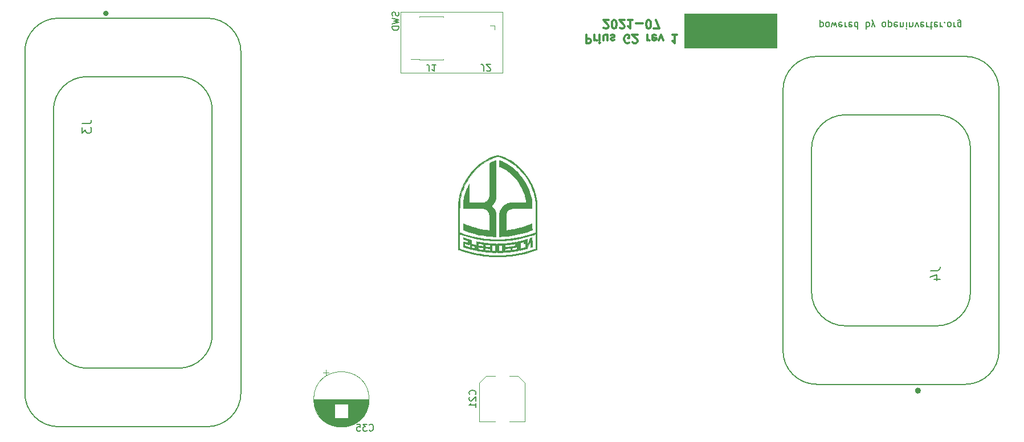
<source format=gbo>
G04 #@! TF.GenerationSoftware,KiCad,Pcbnew,5.1.10-1.fc34*
G04 #@! TF.CreationDate,2021-07-05T17:18:35-07:00*
G04 #@! TF.ProjectId,prius_gen2,70726975-735f-4676-956e-322e6b696361,rev?*
G04 #@! TF.SameCoordinates,Original*
G04 #@! TF.FileFunction,Legend,Bot*
G04 #@! TF.FilePolarity,Positive*
%FSLAX46Y46*%
G04 Gerber Fmt 4.6, Leading zero omitted, Abs format (unit mm)*
G04 Created by KiCad (PCBNEW 5.1.10-1.fc34) date 2021-07-05 17:18:35*
%MOMM*%
%LPD*%
G01*
G04 APERTURE LIST*
%ADD10C,0.150000*%
%ADD11C,0.100000*%
%ADD12C,0.300000*%
%ADD13C,0.120000*%
%ADD14C,0.010000*%
%ADD15C,0.127000*%
%ADD16C,0.500000*%
%ADD17C,0.400000*%
%ADD18C,2.000000*%
%ADD19C,2.625000*%
%ADD20R,2.625000X2.625000*%
%ADD21C,0.787400*%
%ADD22C,0.990600*%
%ADD23R,2.400000X0.740000*%
%ADD24C,1.600000*%
%ADD25R,1.600000X1.600000*%
G04 APERTURE END LIST*
D10*
X186423809Y-68014285D02*
X186423809Y-67014285D01*
X186423809Y-67966666D02*
X186519047Y-68014285D01*
X186709523Y-68014285D01*
X186804761Y-67966666D01*
X186852380Y-67919047D01*
X186900000Y-67823809D01*
X186900000Y-67538095D01*
X186852380Y-67442857D01*
X186804761Y-67395238D01*
X186709523Y-67347619D01*
X186519047Y-67347619D01*
X186423809Y-67395238D01*
X187471428Y-67347619D02*
X187376190Y-67395238D01*
X187328571Y-67442857D01*
X187280952Y-67538095D01*
X187280952Y-67823809D01*
X187328571Y-67919047D01*
X187376190Y-67966666D01*
X187471428Y-68014285D01*
X187614285Y-68014285D01*
X187709523Y-67966666D01*
X187757142Y-67919047D01*
X187804761Y-67823809D01*
X187804761Y-67538095D01*
X187757142Y-67442857D01*
X187709523Y-67395238D01*
X187614285Y-67347619D01*
X187471428Y-67347619D01*
X188138095Y-68014285D02*
X188328571Y-67347619D01*
X188519047Y-67823809D01*
X188709523Y-67347619D01*
X188900000Y-68014285D01*
X189661904Y-67395238D02*
X189566666Y-67347619D01*
X189376190Y-67347619D01*
X189280952Y-67395238D01*
X189233333Y-67490476D01*
X189233333Y-67871428D01*
X189280952Y-67966666D01*
X189376190Y-68014285D01*
X189566666Y-68014285D01*
X189661904Y-67966666D01*
X189709523Y-67871428D01*
X189709523Y-67776190D01*
X189233333Y-67680952D01*
X190138095Y-67347619D02*
X190138095Y-68014285D01*
X190138095Y-67823809D02*
X190185714Y-67919047D01*
X190233333Y-67966666D01*
X190328571Y-68014285D01*
X190423809Y-68014285D01*
X191138095Y-67395238D02*
X191042857Y-67347619D01*
X190852380Y-67347619D01*
X190757142Y-67395238D01*
X190709523Y-67490476D01*
X190709523Y-67871428D01*
X190757142Y-67966666D01*
X190852380Y-68014285D01*
X191042857Y-68014285D01*
X191138095Y-67966666D01*
X191185714Y-67871428D01*
X191185714Y-67776190D01*
X190709523Y-67680952D01*
X192042857Y-67347619D02*
X192042857Y-68347619D01*
X192042857Y-67395238D02*
X191947619Y-67347619D01*
X191757142Y-67347619D01*
X191661904Y-67395238D01*
X191614285Y-67442857D01*
X191566666Y-67538095D01*
X191566666Y-67823809D01*
X191614285Y-67919047D01*
X191661904Y-67966666D01*
X191757142Y-68014285D01*
X191947619Y-68014285D01*
X192042857Y-67966666D01*
X193280952Y-67347619D02*
X193280952Y-68347619D01*
X193280952Y-67966666D02*
X193376190Y-68014285D01*
X193566666Y-68014285D01*
X193661904Y-67966666D01*
X193709523Y-67919047D01*
X193757142Y-67823809D01*
X193757142Y-67538095D01*
X193709523Y-67442857D01*
X193661904Y-67395238D01*
X193566666Y-67347619D01*
X193376190Y-67347619D01*
X193280952Y-67395238D01*
X194090476Y-68014285D02*
X194328571Y-67347619D01*
X194566666Y-68014285D02*
X194328571Y-67347619D01*
X194233333Y-67109523D01*
X194185714Y-67061904D01*
X194090476Y-67014285D01*
X195852380Y-67347619D02*
X195757142Y-67395238D01*
X195709523Y-67442857D01*
X195661904Y-67538095D01*
X195661904Y-67823809D01*
X195709523Y-67919047D01*
X195757142Y-67966666D01*
X195852380Y-68014285D01*
X195995238Y-68014285D01*
X196090476Y-67966666D01*
X196138095Y-67919047D01*
X196185714Y-67823809D01*
X196185714Y-67538095D01*
X196138095Y-67442857D01*
X196090476Y-67395238D01*
X195995238Y-67347619D01*
X195852380Y-67347619D01*
X196614285Y-68014285D02*
X196614285Y-67014285D01*
X196614285Y-67966666D02*
X196709523Y-68014285D01*
X196900000Y-68014285D01*
X196995238Y-67966666D01*
X197042857Y-67919047D01*
X197090476Y-67823809D01*
X197090476Y-67538095D01*
X197042857Y-67442857D01*
X196995238Y-67395238D01*
X196900000Y-67347619D01*
X196709523Y-67347619D01*
X196614285Y-67395238D01*
X197900000Y-67395238D02*
X197804761Y-67347619D01*
X197614285Y-67347619D01*
X197519047Y-67395238D01*
X197471428Y-67490476D01*
X197471428Y-67871428D01*
X197519047Y-67966666D01*
X197614285Y-68014285D01*
X197804761Y-68014285D01*
X197900000Y-67966666D01*
X197947619Y-67871428D01*
X197947619Y-67776190D01*
X197471428Y-67680952D01*
X198376190Y-68014285D02*
X198376190Y-67347619D01*
X198376190Y-67919047D02*
X198423809Y-67966666D01*
X198519047Y-68014285D01*
X198661904Y-68014285D01*
X198757142Y-67966666D01*
X198804761Y-67871428D01*
X198804761Y-67347619D01*
X199280952Y-67347619D02*
X199280952Y-68014285D01*
X199280952Y-68347619D02*
X199233333Y-68300000D01*
X199280952Y-68252380D01*
X199328571Y-68300000D01*
X199280952Y-68347619D01*
X199280952Y-68252380D01*
X199757142Y-68014285D02*
X199757142Y-67347619D01*
X199757142Y-67919047D02*
X199804761Y-67966666D01*
X199900000Y-68014285D01*
X200042857Y-68014285D01*
X200138095Y-67966666D01*
X200185714Y-67871428D01*
X200185714Y-67347619D01*
X200566666Y-68014285D02*
X200804761Y-67347619D01*
X201042857Y-68014285D01*
X201804761Y-67395238D02*
X201709523Y-67347619D01*
X201519047Y-67347619D01*
X201423809Y-67395238D01*
X201376190Y-67490476D01*
X201376190Y-67871428D01*
X201423809Y-67966666D01*
X201519047Y-68014285D01*
X201709523Y-68014285D01*
X201804761Y-67966666D01*
X201852380Y-67871428D01*
X201852380Y-67776190D01*
X201376190Y-67680952D01*
X202280952Y-67347619D02*
X202280952Y-68014285D01*
X202280952Y-67823809D02*
X202328571Y-67919047D01*
X202376190Y-67966666D01*
X202471428Y-68014285D01*
X202566666Y-68014285D01*
X202757142Y-68014285D02*
X203138095Y-68014285D01*
X202900000Y-68347619D02*
X202900000Y-67490476D01*
X202947619Y-67395238D01*
X203042857Y-67347619D01*
X203138095Y-67347619D01*
X203852380Y-67395238D02*
X203757142Y-67347619D01*
X203566666Y-67347619D01*
X203471428Y-67395238D01*
X203423809Y-67490476D01*
X203423809Y-67871428D01*
X203471428Y-67966666D01*
X203566666Y-68014285D01*
X203757142Y-68014285D01*
X203852380Y-67966666D01*
X203900000Y-67871428D01*
X203900000Y-67776190D01*
X203423809Y-67680952D01*
X204328571Y-67347619D02*
X204328571Y-68014285D01*
X204328571Y-67823809D02*
X204376190Y-67919047D01*
X204423809Y-67966666D01*
X204519047Y-68014285D01*
X204614285Y-68014285D01*
X204947619Y-67442857D02*
X204995238Y-67395238D01*
X204947619Y-67347619D01*
X204900000Y-67395238D01*
X204947619Y-67442857D01*
X204947619Y-67347619D01*
X205566666Y-67347619D02*
X205471428Y-67395238D01*
X205423809Y-67442857D01*
X205376190Y-67538095D01*
X205376190Y-67823809D01*
X205423809Y-67919047D01*
X205471428Y-67966666D01*
X205566666Y-68014285D01*
X205709523Y-68014285D01*
X205804761Y-67966666D01*
X205852380Y-67919047D01*
X205900000Y-67823809D01*
X205900000Y-67538095D01*
X205852380Y-67442857D01*
X205804761Y-67395238D01*
X205709523Y-67347619D01*
X205566666Y-67347619D01*
X206328571Y-67347619D02*
X206328571Y-68014285D01*
X206328571Y-67823809D02*
X206376190Y-67919047D01*
X206423809Y-67966666D01*
X206519047Y-68014285D01*
X206614285Y-68014285D01*
X207376190Y-68014285D02*
X207376190Y-67204761D01*
X207328571Y-67109523D01*
X207280952Y-67061904D01*
X207185714Y-67014285D01*
X207042857Y-67014285D01*
X206947619Y-67061904D01*
X207376190Y-67395238D02*
X207280952Y-67347619D01*
X207090476Y-67347619D01*
X206995238Y-67395238D01*
X206947619Y-67442857D01*
X206900000Y-67538095D01*
X206900000Y-67823809D01*
X206947619Y-67919047D01*
X206995238Y-67966666D01*
X207090476Y-68014285D01*
X207280952Y-68014285D01*
X207376190Y-67966666D01*
D11*
G36*
X180000000Y-71200000D02*
G01*
X166300000Y-71200000D01*
X166300000Y-66100000D01*
X180000000Y-66100000D01*
X180000000Y-71200000D01*
G37*
X180000000Y-71200000D02*
X166300000Y-71200000D01*
X166300000Y-66100000D01*
X180000000Y-66100000D01*
X180000000Y-71200000D01*
D12*
X151673809Y-69222023D02*
X151673809Y-70472023D01*
X152150000Y-70472023D01*
X152269047Y-70412500D01*
X152328571Y-70352976D01*
X152388095Y-70233928D01*
X152388095Y-70055357D01*
X152328571Y-69936309D01*
X152269047Y-69876785D01*
X152150000Y-69817261D01*
X151673809Y-69817261D01*
X152923809Y-69222023D02*
X152923809Y-70055357D01*
X152923809Y-69817261D02*
X152983333Y-69936309D01*
X153042857Y-69995833D01*
X153161904Y-70055357D01*
X153280952Y-70055357D01*
X153697619Y-69222023D02*
X153697619Y-70055357D01*
X153697619Y-70472023D02*
X153638095Y-70412500D01*
X153697619Y-70352976D01*
X153757142Y-70412500D01*
X153697619Y-70472023D01*
X153697619Y-70352976D01*
X154828571Y-70055357D02*
X154828571Y-69222023D01*
X154292857Y-70055357D02*
X154292857Y-69400595D01*
X154352380Y-69281547D01*
X154471428Y-69222023D01*
X154650000Y-69222023D01*
X154769047Y-69281547D01*
X154828571Y-69341071D01*
X155364285Y-69281547D02*
X155483333Y-69222023D01*
X155721428Y-69222023D01*
X155840476Y-69281547D01*
X155900000Y-69400595D01*
X155900000Y-69460119D01*
X155840476Y-69579166D01*
X155721428Y-69638690D01*
X155542857Y-69638690D01*
X155423809Y-69698214D01*
X155364285Y-69817261D01*
X155364285Y-69876785D01*
X155423809Y-69995833D01*
X155542857Y-70055357D01*
X155721428Y-70055357D01*
X155840476Y-69995833D01*
X158042857Y-70412500D02*
X157923809Y-70472023D01*
X157745238Y-70472023D01*
X157566666Y-70412500D01*
X157447619Y-70293452D01*
X157388095Y-70174404D01*
X157328571Y-69936309D01*
X157328571Y-69757738D01*
X157388095Y-69519642D01*
X157447619Y-69400595D01*
X157566666Y-69281547D01*
X157745238Y-69222023D01*
X157864285Y-69222023D01*
X158042857Y-69281547D01*
X158102380Y-69341071D01*
X158102380Y-69757738D01*
X157864285Y-69757738D01*
X158578571Y-70352976D02*
X158638095Y-70412500D01*
X158757142Y-70472023D01*
X159054761Y-70472023D01*
X159173809Y-70412500D01*
X159233333Y-70352976D01*
X159292857Y-70233928D01*
X159292857Y-70114880D01*
X159233333Y-69936309D01*
X158519047Y-69222023D01*
X159292857Y-69222023D01*
X160780952Y-69222023D02*
X160780952Y-70055357D01*
X160780952Y-69817261D02*
X160840476Y-69936309D01*
X160900000Y-69995833D01*
X161019047Y-70055357D01*
X161138095Y-70055357D01*
X162030952Y-69281547D02*
X161911904Y-69222023D01*
X161673809Y-69222023D01*
X161554761Y-69281547D01*
X161495238Y-69400595D01*
X161495238Y-69876785D01*
X161554761Y-69995833D01*
X161673809Y-70055357D01*
X161911904Y-70055357D01*
X162030952Y-69995833D01*
X162090476Y-69876785D01*
X162090476Y-69757738D01*
X161495238Y-69638690D01*
X162507142Y-70055357D02*
X162804761Y-69222023D01*
X163102380Y-70055357D01*
X165185714Y-69222023D02*
X164471428Y-69222023D01*
X164828571Y-69222023D02*
X164828571Y-70472023D01*
X164709523Y-70293452D01*
X164590476Y-70174404D01*
X164471428Y-70114880D01*
X154292857Y-68177976D02*
X154352380Y-68237500D01*
X154471428Y-68297023D01*
X154769047Y-68297023D01*
X154888095Y-68237500D01*
X154947619Y-68177976D01*
X155007142Y-68058928D01*
X155007142Y-67939880D01*
X154947619Y-67761309D01*
X154233333Y-67047023D01*
X155007142Y-67047023D01*
X155780952Y-68297023D02*
X155900000Y-68297023D01*
X156019047Y-68237500D01*
X156078571Y-68177976D01*
X156138095Y-68058928D01*
X156197619Y-67820833D01*
X156197619Y-67523214D01*
X156138095Y-67285119D01*
X156078571Y-67166071D01*
X156019047Y-67106547D01*
X155900000Y-67047023D01*
X155780952Y-67047023D01*
X155661904Y-67106547D01*
X155602380Y-67166071D01*
X155542857Y-67285119D01*
X155483333Y-67523214D01*
X155483333Y-67820833D01*
X155542857Y-68058928D01*
X155602380Y-68177976D01*
X155661904Y-68237500D01*
X155780952Y-68297023D01*
X156673809Y-68177976D02*
X156733333Y-68237500D01*
X156852380Y-68297023D01*
X157150000Y-68297023D01*
X157269047Y-68237500D01*
X157328571Y-68177976D01*
X157388095Y-68058928D01*
X157388095Y-67939880D01*
X157328571Y-67761309D01*
X156614285Y-67047023D01*
X157388095Y-67047023D01*
X158578571Y-67047023D02*
X157864285Y-67047023D01*
X158221428Y-67047023D02*
X158221428Y-68297023D01*
X158102380Y-68118452D01*
X157983333Y-67999404D01*
X157864285Y-67939880D01*
X159114285Y-67523214D02*
X160066666Y-67523214D01*
X160900000Y-68297023D02*
X161019047Y-68297023D01*
X161138095Y-68237500D01*
X161197619Y-68177976D01*
X161257142Y-68058928D01*
X161316666Y-67820833D01*
X161316666Y-67523214D01*
X161257142Y-67285119D01*
X161197619Y-67166071D01*
X161138095Y-67106547D01*
X161019047Y-67047023D01*
X160900000Y-67047023D01*
X160780952Y-67106547D01*
X160721428Y-67166071D01*
X160661904Y-67285119D01*
X160602380Y-67523214D01*
X160602380Y-67820833D01*
X160661904Y-68058928D01*
X160721428Y-68177976D01*
X160780952Y-68237500D01*
X160900000Y-68297023D01*
X161733333Y-68297023D02*
X162566666Y-68297023D01*
X162030952Y-67047023D01*
D10*
X123804761Y-65842857D02*
X123852380Y-65985714D01*
X123852380Y-66223809D01*
X123804761Y-66319047D01*
X123757142Y-66366666D01*
X123661904Y-66414285D01*
X123566666Y-66414285D01*
X123471428Y-66366666D01*
X123423809Y-66319047D01*
X123376190Y-66223809D01*
X123328571Y-66033333D01*
X123280952Y-65938095D01*
X123233333Y-65890476D01*
X123138095Y-65842857D01*
X123042857Y-65842857D01*
X122947619Y-65890476D01*
X122900000Y-65938095D01*
X122852380Y-66033333D01*
X122852380Y-66271428D01*
X122900000Y-66414285D01*
X122852380Y-66747619D02*
X123852380Y-66985714D01*
X123138095Y-67176190D01*
X123852380Y-67366666D01*
X122852380Y-67604761D01*
X123852380Y-67985714D02*
X122852380Y-67985714D01*
X122852380Y-68223809D01*
X122900000Y-68366666D01*
X122995238Y-68461904D01*
X123090476Y-68509523D01*
X123280952Y-68557142D01*
X123423809Y-68557142D01*
X123614285Y-68509523D01*
X123709523Y-68461904D01*
X123804761Y-68366666D01*
X123852380Y-68223809D01*
X123852380Y-67985714D01*
D13*
X124100000Y-74900000D02*
X124100000Y-65800000D01*
X139300000Y-74900000D02*
X124100000Y-74900000D01*
X139300000Y-65800000D02*
X139300000Y-74900000D01*
X124100000Y-65800000D02*
X139300000Y-65800000D01*
D14*
G36*
X138939376Y-102247234D02*
G01*
X139419873Y-102228472D01*
X139537771Y-102221733D01*
X140013227Y-102185974D01*
X140487817Y-102136588D01*
X140960744Y-102073738D01*
X141431209Y-101997584D01*
X141898416Y-101908287D01*
X142361565Y-101806009D01*
X142819859Y-101690911D01*
X143272500Y-101563153D01*
X143718689Y-101422898D01*
X144040828Y-101312373D01*
X144117119Y-101285234D01*
X144180885Y-101262509D01*
X144233284Y-101243766D01*
X144275472Y-101228573D01*
X144308607Y-101216499D01*
X144333846Y-101207112D01*
X144352346Y-101199982D01*
X144365264Y-101194676D01*
X144373758Y-101190763D01*
X144378984Y-101187811D01*
X144382099Y-101185389D01*
X144382564Y-101184937D01*
X144383064Y-101177209D01*
X144383449Y-101155507D01*
X144383721Y-101120372D01*
X144383884Y-101072346D01*
X144383941Y-101011968D01*
X144383898Y-100939779D01*
X144383756Y-100856320D01*
X144383520Y-100762131D01*
X144383194Y-100657753D01*
X144382781Y-100543727D01*
X144382284Y-100420593D01*
X144381709Y-100288891D01*
X144381057Y-100149163D01*
X144380333Y-100001949D01*
X144379541Y-99847789D01*
X144378683Y-99687225D01*
X144377765Y-99520796D01*
X144376789Y-99349043D01*
X144375759Y-99172507D01*
X144374679Y-98991729D01*
X144373553Y-98807249D01*
X144372383Y-98619607D01*
X144371175Y-98429344D01*
X144369931Y-98237002D01*
X144368655Y-98043120D01*
X144367351Y-97848238D01*
X144366022Y-97652899D01*
X144364673Y-97457642D01*
X144363306Y-97263007D01*
X144361926Y-97069536D01*
X144360536Y-96877768D01*
X144359140Y-96688246D01*
X144357741Y-96501508D01*
X144356344Y-96318096D01*
X144354951Y-96138551D01*
X144353567Y-95963412D01*
X144352195Y-95793221D01*
X144350839Y-95628518D01*
X144349502Y-95469844D01*
X144348188Y-95317739D01*
X144346902Y-95172744D01*
X144345646Y-95035399D01*
X144344424Y-94906246D01*
X144343239Y-94785824D01*
X144342097Y-94674675D01*
X144340999Y-94573338D01*
X144339950Y-94482354D01*
X144338954Y-94402265D01*
X144338014Y-94333610D01*
X144337134Y-94276931D01*
X144336317Y-94232767D01*
X144335567Y-94201660D01*
X144335104Y-94188372D01*
X144319763Y-93962945D01*
X144293320Y-93733738D01*
X144255601Y-93499732D01*
X144206431Y-93259909D01*
X144145635Y-93013251D01*
X144112857Y-92894187D01*
X144015215Y-92576245D01*
X143903471Y-92259479D01*
X143778032Y-91944664D01*
X143639307Y-91632578D01*
X143487701Y-91323994D01*
X143323622Y-91019690D01*
X143147477Y-90720442D01*
X142959674Y-90427025D01*
X142760618Y-90140215D01*
X142550719Y-89860788D01*
X142463307Y-89750629D01*
X142312745Y-89569687D01*
X142152584Y-89388180D01*
X141985339Y-89208696D01*
X141813526Y-89033827D01*
X141639660Y-88866161D01*
X141466256Y-88708290D01*
X141370200Y-88625049D01*
X141116983Y-88418837D01*
X140857043Y-88224975D01*
X140590747Y-88043657D01*
X140318464Y-87875079D01*
X140040560Y-87719436D01*
X139757403Y-87576924D01*
X139469361Y-87447739D01*
X139176801Y-87332075D01*
X138880090Y-87230129D01*
X138583457Y-87143130D01*
X138518143Y-87125583D01*
X138427428Y-87150248D01*
X138126698Y-87239518D01*
X137830451Y-87342525D01*
X137538890Y-87459137D01*
X137252214Y-87589223D01*
X136970626Y-87732652D01*
X136694327Y-87889292D01*
X136423517Y-88059011D01*
X136158398Y-88241679D01*
X135899171Y-88437164D01*
X135646036Y-88645335D01*
X135399196Y-88866060D01*
X135158851Y-89099208D01*
X134925202Y-89344648D01*
X134729675Y-89565572D01*
X134524302Y-89815234D01*
X134325292Y-90076625D01*
X134133829Y-90347915D01*
X133951098Y-90627274D01*
X133778283Y-90912871D01*
X133616568Y-91202877D01*
X133467137Y-91495461D01*
X133427837Y-91577223D01*
X133304996Y-91847130D01*
X133192859Y-92115846D01*
X133091615Y-92382690D01*
X133001455Y-92646980D01*
X132922569Y-92908034D01*
X132855145Y-93165170D01*
X132799374Y-93417708D01*
X132755446Y-93664964D01*
X132723550Y-93906258D01*
X132703876Y-94140908D01*
X132701442Y-94186627D01*
X132700844Y-94205354D01*
X132700162Y-94238134D01*
X132699400Y-94284509D01*
X132698562Y-94344019D01*
X132697652Y-94416204D01*
X132696674Y-94500605D01*
X132695632Y-94596761D01*
X132694530Y-94704213D01*
X132693372Y-94822501D01*
X132692162Y-94951165D01*
X132690904Y-95089746D01*
X132689602Y-95237784D01*
X132688260Y-95394820D01*
X132686882Y-95560392D01*
X132685472Y-95734043D01*
X132684034Y-95915312D01*
X132682572Y-96103739D01*
X132681090Y-96298864D01*
X132679592Y-96500228D01*
X132678083Y-96707372D01*
X132676565Y-96919835D01*
X132675043Y-97137157D01*
X132673522Y-97358879D01*
X132672488Y-97512143D01*
X132671037Y-97728155D01*
X132669598Y-97941558D01*
X132668173Y-98151835D01*
X132666767Y-98358470D01*
X132665383Y-98560946D01*
X132664712Y-98658821D01*
X132845607Y-98658821D01*
X132849856Y-98419311D01*
X132850286Y-98390274D01*
X132850792Y-98347453D01*
X132851371Y-98291578D01*
X132852017Y-98223381D01*
X132852724Y-98143590D01*
X132853487Y-98052937D01*
X132854300Y-97952151D01*
X132855159Y-97841963D01*
X132856056Y-97723103D01*
X132856988Y-97596302D01*
X132857949Y-97462289D01*
X132858933Y-97321795D01*
X132859935Y-97175551D01*
X132860949Y-97024285D01*
X132861970Y-96868730D01*
X132862992Y-96709614D01*
X132864011Y-96547669D01*
X132865020Y-96383625D01*
X132865064Y-96376400D01*
X132866403Y-96158804D01*
X132867693Y-95955211D01*
X132868943Y-95765111D01*
X132870159Y-95587994D01*
X132871350Y-95423348D01*
X132872523Y-95270664D01*
X132873685Y-95129431D01*
X132874845Y-94999137D01*
X132876010Y-94879273D01*
X132877188Y-94769328D01*
X132878386Y-94668792D01*
X132879612Y-94577153D01*
X132880873Y-94493902D01*
X132882178Y-94418527D01*
X132883534Y-94350518D01*
X132884948Y-94289365D01*
X132886429Y-94234556D01*
X132887984Y-94185582D01*
X132889620Y-94141932D01*
X132891345Y-94103095D01*
X132893167Y-94068560D01*
X132895094Y-94037817D01*
X132897133Y-94010356D01*
X132899291Y-93985666D01*
X132901167Y-93967029D01*
X132936107Y-93701866D01*
X132984729Y-93432169D01*
X133047039Y-93157906D01*
X133123047Y-92879046D01*
X133212761Y-92595555D01*
X133316189Y-92307403D01*
X133383887Y-92134600D01*
X133501414Y-91858590D01*
X133631535Y-91580950D01*
X133772911Y-91304117D01*
X133924202Y-91030529D01*
X134084069Y-90762624D01*
X134251174Y-90502838D01*
X134394560Y-90294914D01*
X134592832Y-90027390D01*
X134800390Y-89768343D01*
X135016307Y-89518796D01*
X135239653Y-89279774D01*
X135469503Y-89052298D01*
X135704927Y-88837393D01*
X135757057Y-88792178D01*
X136004746Y-88588256D01*
X136259243Y-88396226D01*
X136519914Y-88216495D01*
X136786129Y-88049468D01*
X137057254Y-87895552D01*
X137332658Y-87755152D01*
X137473122Y-87689534D01*
X137588289Y-87638999D01*
X137711031Y-87588122D01*
X137837842Y-87538222D01*
X137965216Y-87490618D01*
X138089645Y-87446629D01*
X138207623Y-87407576D01*
X138289543Y-87382383D01*
X138332147Y-87369770D01*
X138373968Y-87357369D01*
X138411195Y-87346310D01*
X138440019Y-87337724D01*
X138449200Y-87334979D01*
X138476060Y-87327572D01*
X138499543Y-87322208D01*
X138513398Y-87320165D01*
X138525650Y-87321883D01*
X138549251Y-87327072D01*
X138581624Y-87335095D01*
X138620197Y-87345316D01*
X138658540Y-87355999D01*
X138939748Y-87443456D01*
X139219478Y-87544989D01*
X139496906Y-87660175D01*
X139771210Y-87788592D01*
X140041566Y-87929815D01*
X140307152Y-88083422D01*
X140567143Y-88248990D01*
X140820717Y-88426096D01*
X140992828Y-88555829D01*
X141202399Y-88725321D01*
X141411218Y-88907090D01*
X141617026Y-89098974D01*
X141817566Y-89298812D01*
X142010580Y-89504445D01*
X142154197Y-89667172D01*
X142346793Y-89899828D01*
X142531774Y-90139806D01*
X142708776Y-90386300D01*
X142877437Y-90638510D01*
X143037394Y-90895633D01*
X143188284Y-91156865D01*
X143329743Y-91421404D01*
X143461410Y-91688447D01*
X143582921Y-91957192D01*
X143693913Y-92226836D01*
X143794023Y-92496576D01*
X143882889Y-92765610D01*
X143960147Y-93033135D01*
X144025434Y-93298347D01*
X144078388Y-93560446D01*
X144118646Y-93818627D01*
X144145845Y-94072089D01*
X144145859Y-94072257D01*
X144146485Y-94086458D01*
X144147205Y-94114538D01*
X144148013Y-94155860D01*
X144148900Y-94209789D01*
X144149862Y-94275690D01*
X144150890Y-94352926D01*
X144151978Y-94440862D01*
X144153119Y-94538863D01*
X144154307Y-94646293D01*
X144155534Y-94762516D01*
X144156795Y-94886897D01*
X144158082Y-95018799D01*
X144159388Y-95157588D01*
X144160707Y-95302628D01*
X144162032Y-95453282D01*
X144163356Y-95608917D01*
X144164673Y-95768895D01*
X144165975Y-95932581D01*
X144166853Y-96046200D01*
X144168151Y-96215954D01*
X144169444Y-96384456D01*
X144170726Y-96550944D01*
X144171992Y-96714654D01*
X144173235Y-96874822D01*
X144174448Y-97030685D01*
X144175627Y-97181479D01*
X144176764Y-97326441D01*
X144177855Y-97464807D01*
X144178892Y-97595815D01*
X144179870Y-97718699D01*
X144180783Y-97832697D01*
X144181625Y-97937045D01*
X144182389Y-98030980D01*
X144183070Y-98113739D01*
X144183662Y-98184556D01*
X144184158Y-98242670D01*
X144184553Y-98287317D01*
X144184673Y-98300289D01*
X144188036Y-98660264D01*
X144060004Y-98705940D01*
X143588574Y-98866614D01*
X143115456Y-99012873D01*
X142640646Y-99144717D01*
X142164142Y-99262146D01*
X141685940Y-99365162D01*
X141206037Y-99453766D01*
X140724430Y-99527957D01*
X140241116Y-99587736D01*
X139756090Y-99633105D01*
X139414400Y-99656356D01*
X139229619Y-99665459D01*
X139033593Y-99672260D01*
X138829411Y-99676756D01*
X138620159Y-99678949D01*
X138408922Y-99678838D01*
X138198788Y-99676423D01*
X137992844Y-99671704D01*
X137794175Y-99664680D01*
X137625514Y-99656465D01*
X137151258Y-99622819D01*
X136676514Y-99574791D01*
X136201770Y-99512479D01*
X135727514Y-99435983D01*
X135254234Y-99345402D01*
X134782417Y-99240835D01*
X134312552Y-99122381D01*
X133845125Y-98990139D01*
X133380626Y-98844209D01*
X133022132Y-98721466D01*
X132845607Y-98658821D01*
X132664712Y-98658821D01*
X132664025Y-98758747D01*
X132662696Y-98951355D01*
X132661400Y-99138255D01*
X132660142Y-99318929D01*
X132658924Y-99492861D01*
X132657750Y-99659534D01*
X132656623Y-99818432D01*
X132655549Y-99969037D01*
X132654529Y-100110834D01*
X132653569Y-100243306D01*
X132652671Y-100365936D01*
X132651839Y-100478207D01*
X132651077Y-100579603D01*
X132650389Y-100669606D01*
X132649778Y-100747702D01*
X132649248Y-100813372D01*
X132648803Y-100866100D01*
X132648446Y-100905370D01*
X132648180Y-100930665D01*
X132648171Y-100931430D01*
X132647390Y-100999371D01*
X132646910Y-101054211D01*
X132646896Y-101058906D01*
X132835800Y-101058906D01*
X132837330Y-100573667D01*
X132837783Y-100443826D01*
X132838322Y-100313793D01*
X132838938Y-100184379D01*
X132839624Y-100056393D01*
X132840372Y-99930644D01*
X132841175Y-99807943D01*
X132842025Y-99689099D01*
X132842916Y-99574922D01*
X132843838Y-99466221D01*
X132844785Y-99363806D01*
X132845750Y-99268487D01*
X132846724Y-99181073D01*
X132847700Y-99102374D01*
X132848671Y-99033200D01*
X132849628Y-98974360D01*
X132850565Y-98926663D01*
X132851474Y-98890921D01*
X132852348Y-98867941D01*
X132853178Y-98858535D01*
X132853308Y-98858343D01*
X132861531Y-98860685D01*
X132880813Y-98867119D01*
X132908582Y-98876761D01*
X132942263Y-98888726D01*
X132955842Y-98893612D01*
X132999503Y-98909072D01*
X133054666Y-98928121D01*
X133118986Y-98949987D01*
X133190124Y-98973895D01*
X133265736Y-98999072D01*
X133343480Y-99024746D01*
X133421014Y-99050143D01*
X133495996Y-99074489D01*
X133566084Y-99097012D01*
X133628935Y-99116937D01*
X133682207Y-99133493D01*
X133684886Y-99134312D01*
X134159444Y-99271927D01*
X134636453Y-99395367D01*
X135115659Y-99504584D01*
X135596807Y-99599534D01*
X136079645Y-99680169D01*
X136563917Y-99746443D01*
X137049370Y-99798309D01*
X137509400Y-99834067D01*
X137610470Y-99840296D01*
X137704136Y-99845602D01*
X137792718Y-99850051D01*
X137878537Y-99853709D01*
X137963915Y-99856641D01*
X138051171Y-99858914D01*
X138142628Y-99860592D01*
X138240606Y-99861741D01*
X138347426Y-99862428D01*
X138465409Y-99862718D01*
X138521771Y-99862736D01*
X138641767Y-99862570D01*
X138749605Y-99862081D01*
X138847639Y-99861201D01*
X138938224Y-99859863D01*
X139023713Y-99858000D01*
X139106462Y-99855545D01*
X139188824Y-99852431D01*
X139273153Y-99848591D01*
X139361803Y-99843957D01*
X139457129Y-99838463D01*
X139530514Y-99833980D01*
X140006446Y-99797158D01*
X140482847Y-99745919D01*
X140959355Y-99680339D01*
X141435607Y-99600492D01*
X141911240Y-99506454D01*
X142385890Y-99398297D01*
X142859196Y-99276098D01*
X143330794Y-99139930D01*
X143800321Y-98989868D01*
X144039641Y-98907738D01*
X144082513Y-98892825D01*
X144120514Y-98879883D01*
X144151609Y-98869581D01*
X144173760Y-98862592D01*
X144184932Y-98859585D01*
X144185857Y-98859575D01*
X144186418Y-98867238D01*
X144187026Y-98888445D01*
X144187675Y-98922229D01*
X144188358Y-98967623D01*
X144189069Y-99023663D01*
X144189803Y-99089380D01*
X144190555Y-99163809D01*
X144191317Y-99245984D01*
X144192085Y-99334939D01*
X144192853Y-99429706D01*
X144193614Y-99529320D01*
X144194363Y-99632814D01*
X144195095Y-99739223D01*
X144195802Y-99847579D01*
X144196480Y-99956916D01*
X144197122Y-100066269D01*
X144197723Y-100174670D01*
X144198278Y-100281154D01*
X144198779Y-100384753D01*
X144199221Y-100484503D01*
X144199599Y-100579436D01*
X144199907Y-100668587D01*
X144200138Y-100750988D01*
X144200287Y-100825674D01*
X144200348Y-100891678D01*
X144200316Y-100948034D01*
X144200184Y-100993775D01*
X144199947Y-101027936D01*
X144199598Y-101049550D01*
X144199133Y-101057651D01*
X144199114Y-101057678D01*
X144190428Y-101061910D01*
X144169616Y-101070214D01*
X144138305Y-101082015D01*
X144098118Y-101096735D01*
X144050681Y-101113797D01*
X143997618Y-101132625D01*
X143940554Y-101152641D01*
X143881113Y-101173269D01*
X143820921Y-101193932D01*
X143761601Y-101214053D01*
X143710628Y-101231114D01*
X143251938Y-101376287D01*
X142791851Y-101507409D01*
X142329854Y-101624570D01*
X141865436Y-101727862D01*
X141398086Y-101817375D01*
X140927292Y-101893200D01*
X140452543Y-101955429D01*
X139973325Y-102004154D01*
X139489129Y-102039464D01*
X139058800Y-102059503D01*
X138998463Y-102061180D01*
X138926423Y-102062504D01*
X138844527Y-102063486D01*
X138754623Y-102064137D01*
X138658557Y-102064468D01*
X138558177Y-102064488D01*
X138455329Y-102064209D01*
X138351862Y-102063641D01*
X138249621Y-102062795D01*
X138150455Y-102061682D01*
X138056210Y-102060311D01*
X137968733Y-102058695D01*
X137889871Y-102056843D01*
X137821473Y-102054765D01*
X137765384Y-102052474D01*
X137756143Y-102052008D01*
X137361088Y-102027599D01*
X136976815Y-101996120D01*
X136601268Y-101957273D01*
X136232388Y-101910757D01*
X135868120Y-101856274D01*
X135506407Y-101793522D01*
X135145190Y-101722202D01*
X134782414Y-101642014D01*
X134534350Y-101582408D01*
X134350700Y-101535429D01*
X134159641Y-101483809D01*
X133964048Y-101428424D01*
X133766795Y-101370150D01*
X133570756Y-101309865D01*
X133378806Y-101248444D01*
X133193819Y-101186765D01*
X133018668Y-101125703D01*
X132922886Y-101090976D01*
X132835800Y-101058906D01*
X132646896Y-101058906D01*
X132646778Y-101097362D01*
X132647044Y-101130233D01*
X132647754Y-101154236D01*
X132648956Y-101170783D01*
X132650700Y-101181284D01*
X132653032Y-101187151D01*
X132656001Y-101189794D01*
X132656970Y-101190154D01*
X132666763Y-101193527D01*
X132688253Y-101201213D01*
X132719515Y-101212515D01*
X132758625Y-101226734D01*
X132803657Y-101243172D01*
X132850314Y-101260260D01*
X133293488Y-101415205D01*
X133742956Y-101557279D01*
X134198149Y-101686402D01*
X134658496Y-101802491D01*
X135123427Y-101905465D01*
X135592369Y-101995240D01*
X136064753Y-102071735D01*
X136540008Y-102134869D01*
X137017564Y-102184558D01*
X137496849Y-102220721D01*
X137977294Y-102243276D01*
X138458326Y-102252141D01*
X138939376Y-102247234D01*
G37*
X138939376Y-102247234D02*
X139419873Y-102228472D01*
X139537771Y-102221733D01*
X140013227Y-102185974D01*
X140487817Y-102136588D01*
X140960744Y-102073738D01*
X141431209Y-101997584D01*
X141898416Y-101908287D01*
X142361565Y-101806009D01*
X142819859Y-101690911D01*
X143272500Y-101563153D01*
X143718689Y-101422898D01*
X144040828Y-101312373D01*
X144117119Y-101285234D01*
X144180885Y-101262509D01*
X144233284Y-101243766D01*
X144275472Y-101228573D01*
X144308607Y-101216499D01*
X144333846Y-101207112D01*
X144352346Y-101199982D01*
X144365264Y-101194676D01*
X144373758Y-101190763D01*
X144378984Y-101187811D01*
X144382099Y-101185389D01*
X144382564Y-101184937D01*
X144383064Y-101177209D01*
X144383449Y-101155507D01*
X144383721Y-101120372D01*
X144383884Y-101072346D01*
X144383941Y-101011968D01*
X144383898Y-100939779D01*
X144383756Y-100856320D01*
X144383520Y-100762131D01*
X144383194Y-100657753D01*
X144382781Y-100543727D01*
X144382284Y-100420593D01*
X144381709Y-100288891D01*
X144381057Y-100149163D01*
X144380333Y-100001949D01*
X144379541Y-99847789D01*
X144378683Y-99687225D01*
X144377765Y-99520796D01*
X144376789Y-99349043D01*
X144375759Y-99172507D01*
X144374679Y-98991729D01*
X144373553Y-98807249D01*
X144372383Y-98619607D01*
X144371175Y-98429344D01*
X144369931Y-98237002D01*
X144368655Y-98043120D01*
X144367351Y-97848238D01*
X144366022Y-97652899D01*
X144364673Y-97457642D01*
X144363306Y-97263007D01*
X144361926Y-97069536D01*
X144360536Y-96877768D01*
X144359140Y-96688246D01*
X144357741Y-96501508D01*
X144356344Y-96318096D01*
X144354951Y-96138551D01*
X144353567Y-95963412D01*
X144352195Y-95793221D01*
X144350839Y-95628518D01*
X144349502Y-95469844D01*
X144348188Y-95317739D01*
X144346902Y-95172744D01*
X144345646Y-95035399D01*
X144344424Y-94906246D01*
X144343239Y-94785824D01*
X144342097Y-94674675D01*
X144340999Y-94573338D01*
X144339950Y-94482354D01*
X144338954Y-94402265D01*
X144338014Y-94333610D01*
X144337134Y-94276931D01*
X144336317Y-94232767D01*
X144335567Y-94201660D01*
X144335104Y-94188372D01*
X144319763Y-93962945D01*
X144293320Y-93733738D01*
X144255601Y-93499732D01*
X144206431Y-93259909D01*
X144145635Y-93013251D01*
X144112857Y-92894187D01*
X144015215Y-92576245D01*
X143903471Y-92259479D01*
X143778032Y-91944664D01*
X143639307Y-91632578D01*
X143487701Y-91323994D01*
X143323622Y-91019690D01*
X143147477Y-90720442D01*
X142959674Y-90427025D01*
X142760618Y-90140215D01*
X142550719Y-89860788D01*
X142463307Y-89750629D01*
X142312745Y-89569687D01*
X142152584Y-89388180D01*
X141985339Y-89208696D01*
X141813526Y-89033827D01*
X141639660Y-88866161D01*
X141466256Y-88708290D01*
X141370200Y-88625049D01*
X141116983Y-88418837D01*
X140857043Y-88224975D01*
X140590747Y-88043657D01*
X140318464Y-87875079D01*
X140040560Y-87719436D01*
X139757403Y-87576924D01*
X139469361Y-87447739D01*
X139176801Y-87332075D01*
X138880090Y-87230129D01*
X138583457Y-87143130D01*
X138518143Y-87125583D01*
X138427428Y-87150248D01*
X138126698Y-87239518D01*
X137830451Y-87342525D01*
X137538890Y-87459137D01*
X137252214Y-87589223D01*
X136970626Y-87732652D01*
X136694327Y-87889292D01*
X136423517Y-88059011D01*
X136158398Y-88241679D01*
X135899171Y-88437164D01*
X135646036Y-88645335D01*
X135399196Y-88866060D01*
X135158851Y-89099208D01*
X134925202Y-89344648D01*
X134729675Y-89565572D01*
X134524302Y-89815234D01*
X134325292Y-90076625D01*
X134133829Y-90347915D01*
X133951098Y-90627274D01*
X133778283Y-90912871D01*
X133616568Y-91202877D01*
X133467137Y-91495461D01*
X133427837Y-91577223D01*
X133304996Y-91847130D01*
X133192859Y-92115846D01*
X133091615Y-92382690D01*
X133001455Y-92646980D01*
X132922569Y-92908034D01*
X132855145Y-93165170D01*
X132799374Y-93417708D01*
X132755446Y-93664964D01*
X132723550Y-93906258D01*
X132703876Y-94140908D01*
X132701442Y-94186627D01*
X132700844Y-94205354D01*
X132700162Y-94238134D01*
X132699400Y-94284509D01*
X132698562Y-94344019D01*
X132697652Y-94416204D01*
X132696674Y-94500605D01*
X132695632Y-94596761D01*
X132694530Y-94704213D01*
X132693372Y-94822501D01*
X132692162Y-94951165D01*
X132690904Y-95089746D01*
X132689602Y-95237784D01*
X132688260Y-95394820D01*
X132686882Y-95560392D01*
X132685472Y-95734043D01*
X132684034Y-95915312D01*
X132682572Y-96103739D01*
X132681090Y-96298864D01*
X132679592Y-96500228D01*
X132678083Y-96707372D01*
X132676565Y-96919835D01*
X132675043Y-97137157D01*
X132673522Y-97358879D01*
X132672488Y-97512143D01*
X132671037Y-97728155D01*
X132669598Y-97941558D01*
X132668173Y-98151835D01*
X132666767Y-98358470D01*
X132665383Y-98560946D01*
X132664712Y-98658821D01*
X132845607Y-98658821D01*
X132849856Y-98419311D01*
X132850286Y-98390274D01*
X132850792Y-98347453D01*
X132851371Y-98291578D01*
X132852017Y-98223381D01*
X132852724Y-98143590D01*
X132853487Y-98052937D01*
X132854300Y-97952151D01*
X132855159Y-97841963D01*
X132856056Y-97723103D01*
X132856988Y-97596302D01*
X132857949Y-97462289D01*
X132858933Y-97321795D01*
X132859935Y-97175551D01*
X132860949Y-97024285D01*
X132861970Y-96868730D01*
X132862992Y-96709614D01*
X132864011Y-96547669D01*
X132865020Y-96383625D01*
X132865064Y-96376400D01*
X132866403Y-96158804D01*
X132867693Y-95955211D01*
X132868943Y-95765111D01*
X132870159Y-95587994D01*
X132871350Y-95423348D01*
X132872523Y-95270664D01*
X132873685Y-95129431D01*
X132874845Y-94999137D01*
X132876010Y-94879273D01*
X132877188Y-94769328D01*
X132878386Y-94668792D01*
X132879612Y-94577153D01*
X132880873Y-94493902D01*
X132882178Y-94418527D01*
X132883534Y-94350518D01*
X132884948Y-94289365D01*
X132886429Y-94234556D01*
X132887984Y-94185582D01*
X132889620Y-94141932D01*
X132891345Y-94103095D01*
X132893167Y-94068560D01*
X132895094Y-94037817D01*
X132897133Y-94010356D01*
X132899291Y-93985666D01*
X132901167Y-93967029D01*
X132936107Y-93701866D01*
X132984729Y-93432169D01*
X133047039Y-93157906D01*
X133123047Y-92879046D01*
X133212761Y-92595555D01*
X133316189Y-92307403D01*
X133383887Y-92134600D01*
X133501414Y-91858590D01*
X133631535Y-91580950D01*
X133772911Y-91304117D01*
X133924202Y-91030529D01*
X134084069Y-90762624D01*
X134251174Y-90502838D01*
X134394560Y-90294914D01*
X134592832Y-90027390D01*
X134800390Y-89768343D01*
X135016307Y-89518796D01*
X135239653Y-89279774D01*
X135469503Y-89052298D01*
X135704927Y-88837393D01*
X135757057Y-88792178D01*
X136004746Y-88588256D01*
X136259243Y-88396226D01*
X136519914Y-88216495D01*
X136786129Y-88049468D01*
X137057254Y-87895552D01*
X137332658Y-87755152D01*
X137473122Y-87689534D01*
X137588289Y-87638999D01*
X137711031Y-87588122D01*
X137837842Y-87538222D01*
X137965216Y-87490618D01*
X138089645Y-87446629D01*
X138207623Y-87407576D01*
X138289543Y-87382383D01*
X138332147Y-87369770D01*
X138373968Y-87357369D01*
X138411195Y-87346310D01*
X138440019Y-87337724D01*
X138449200Y-87334979D01*
X138476060Y-87327572D01*
X138499543Y-87322208D01*
X138513398Y-87320165D01*
X138525650Y-87321883D01*
X138549251Y-87327072D01*
X138581624Y-87335095D01*
X138620197Y-87345316D01*
X138658540Y-87355999D01*
X138939748Y-87443456D01*
X139219478Y-87544989D01*
X139496906Y-87660175D01*
X139771210Y-87788592D01*
X140041566Y-87929815D01*
X140307152Y-88083422D01*
X140567143Y-88248990D01*
X140820717Y-88426096D01*
X140992828Y-88555829D01*
X141202399Y-88725321D01*
X141411218Y-88907090D01*
X141617026Y-89098974D01*
X141817566Y-89298812D01*
X142010580Y-89504445D01*
X142154197Y-89667172D01*
X142346793Y-89899828D01*
X142531774Y-90139806D01*
X142708776Y-90386300D01*
X142877437Y-90638510D01*
X143037394Y-90895633D01*
X143188284Y-91156865D01*
X143329743Y-91421404D01*
X143461410Y-91688447D01*
X143582921Y-91957192D01*
X143693913Y-92226836D01*
X143794023Y-92496576D01*
X143882889Y-92765610D01*
X143960147Y-93033135D01*
X144025434Y-93298347D01*
X144078388Y-93560446D01*
X144118646Y-93818627D01*
X144145845Y-94072089D01*
X144145859Y-94072257D01*
X144146485Y-94086458D01*
X144147205Y-94114538D01*
X144148013Y-94155860D01*
X144148900Y-94209789D01*
X144149862Y-94275690D01*
X144150890Y-94352926D01*
X144151978Y-94440862D01*
X144153119Y-94538863D01*
X144154307Y-94646293D01*
X144155534Y-94762516D01*
X144156795Y-94886897D01*
X144158082Y-95018799D01*
X144159388Y-95157588D01*
X144160707Y-95302628D01*
X144162032Y-95453282D01*
X144163356Y-95608917D01*
X144164673Y-95768895D01*
X144165975Y-95932581D01*
X144166853Y-96046200D01*
X144168151Y-96215954D01*
X144169444Y-96384456D01*
X144170726Y-96550944D01*
X144171992Y-96714654D01*
X144173235Y-96874822D01*
X144174448Y-97030685D01*
X144175627Y-97181479D01*
X144176764Y-97326441D01*
X144177855Y-97464807D01*
X144178892Y-97595815D01*
X144179870Y-97718699D01*
X144180783Y-97832697D01*
X144181625Y-97937045D01*
X144182389Y-98030980D01*
X144183070Y-98113739D01*
X144183662Y-98184556D01*
X144184158Y-98242670D01*
X144184553Y-98287317D01*
X144184673Y-98300289D01*
X144188036Y-98660264D01*
X144060004Y-98705940D01*
X143588574Y-98866614D01*
X143115456Y-99012873D01*
X142640646Y-99144717D01*
X142164142Y-99262146D01*
X141685940Y-99365162D01*
X141206037Y-99453766D01*
X140724430Y-99527957D01*
X140241116Y-99587736D01*
X139756090Y-99633105D01*
X139414400Y-99656356D01*
X139229619Y-99665459D01*
X139033593Y-99672260D01*
X138829411Y-99676756D01*
X138620159Y-99678949D01*
X138408922Y-99678838D01*
X138198788Y-99676423D01*
X137992844Y-99671704D01*
X137794175Y-99664680D01*
X137625514Y-99656465D01*
X137151258Y-99622819D01*
X136676514Y-99574791D01*
X136201770Y-99512479D01*
X135727514Y-99435983D01*
X135254234Y-99345402D01*
X134782417Y-99240835D01*
X134312552Y-99122381D01*
X133845125Y-98990139D01*
X133380626Y-98844209D01*
X133022132Y-98721466D01*
X132845607Y-98658821D01*
X132664712Y-98658821D01*
X132664025Y-98758747D01*
X132662696Y-98951355D01*
X132661400Y-99138255D01*
X132660142Y-99318929D01*
X132658924Y-99492861D01*
X132657750Y-99659534D01*
X132656623Y-99818432D01*
X132655549Y-99969037D01*
X132654529Y-100110834D01*
X132653569Y-100243306D01*
X132652671Y-100365936D01*
X132651839Y-100478207D01*
X132651077Y-100579603D01*
X132650389Y-100669606D01*
X132649778Y-100747702D01*
X132649248Y-100813372D01*
X132648803Y-100866100D01*
X132648446Y-100905370D01*
X132648180Y-100930665D01*
X132648171Y-100931430D01*
X132647390Y-100999371D01*
X132646910Y-101054211D01*
X132646896Y-101058906D01*
X132835800Y-101058906D01*
X132837330Y-100573667D01*
X132837783Y-100443826D01*
X132838322Y-100313793D01*
X132838938Y-100184379D01*
X132839624Y-100056393D01*
X132840372Y-99930644D01*
X132841175Y-99807943D01*
X132842025Y-99689099D01*
X132842916Y-99574922D01*
X132843838Y-99466221D01*
X132844785Y-99363806D01*
X132845750Y-99268487D01*
X132846724Y-99181073D01*
X132847700Y-99102374D01*
X132848671Y-99033200D01*
X132849628Y-98974360D01*
X132850565Y-98926663D01*
X132851474Y-98890921D01*
X132852348Y-98867941D01*
X132853178Y-98858535D01*
X132853308Y-98858343D01*
X132861531Y-98860685D01*
X132880813Y-98867119D01*
X132908582Y-98876761D01*
X132942263Y-98888726D01*
X132955842Y-98893612D01*
X132999503Y-98909072D01*
X133054666Y-98928121D01*
X133118986Y-98949987D01*
X133190124Y-98973895D01*
X133265736Y-98999072D01*
X133343480Y-99024746D01*
X133421014Y-99050143D01*
X133495996Y-99074489D01*
X133566084Y-99097012D01*
X133628935Y-99116937D01*
X133682207Y-99133493D01*
X133684886Y-99134312D01*
X134159444Y-99271927D01*
X134636453Y-99395367D01*
X135115659Y-99504584D01*
X135596807Y-99599534D01*
X136079645Y-99680169D01*
X136563917Y-99746443D01*
X137049370Y-99798309D01*
X137509400Y-99834067D01*
X137610470Y-99840296D01*
X137704136Y-99845602D01*
X137792718Y-99850051D01*
X137878537Y-99853709D01*
X137963915Y-99856641D01*
X138051171Y-99858914D01*
X138142628Y-99860592D01*
X138240606Y-99861741D01*
X138347426Y-99862428D01*
X138465409Y-99862718D01*
X138521771Y-99862736D01*
X138641767Y-99862570D01*
X138749605Y-99862081D01*
X138847639Y-99861201D01*
X138938224Y-99859863D01*
X139023713Y-99858000D01*
X139106462Y-99855545D01*
X139188824Y-99852431D01*
X139273153Y-99848591D01*
X139361803Y-99843957D01*
X139457129Y-99838463D01*
X139530514Y-99833980D01*
X140006446Y-99797158D01*
X140482847Y-99745919D01*
X140959355Y-99680339D01*
X141435607Y-99600492D01*
X141911240Y-99506454D01*
X142385890Y-99398297D01*
X142859196Y-99276098D01*
X143330794Y-99139930D01*
X143800321Y-98989868D01*
X144039641Y-98907738D01*
X144082513Y-98892825D01*
X144120514Y-98879883D01*
X144151609Y-98869581D01*
X144173760Y-98862592D01*
X144184932Y-98859585D01*
X144185857Y-98859575D01*
X144186418Y-98867238D01*
X144187026Y-98888445D01*
X144187675Y-98922229D01*
X144188358Y-98967623D01*
X144189069Y-99023663D01*
X144189803Y-99089380D01*
X144190555Y-99163809D01*
X144191317Y-99245984D01*
X144192085Y-99334939D01*
X144192853Y-99429706D01*
X144193614Y-99529320D01*
X144194363Y-99632814D01*
X144195095Y-99739223D01*
X144195802Y-99847579D01*
X144196480Y-99956916D01*
X144197122Y-100066269D01*
X144197723Y-100174670D01*
X144198278Y-100281154D01*
X144198779Y-100384753D01*
X144199221Y-100484503D01*
X144199599Y-100579436D01*
X144199907Y-100668587D01*
X144200138Y-100750988D01*
X144200287Y-100825674D01*
X144200348Y-100891678D01*
X144200316Y-100948034D01*
X144200184Y-100993775D01*
X144199947Y-101027936D01*
X144199598Y-101049550D01*
X144199133Y-101057651D01*
X144199114Y-101057678D01*
X144190428Y-101061910D01*
X144169616Y-101070214D01*
X144138305Y-101082015D01*
X144098118Y-101096735D01*
X144050681Y-101113797D01*
X143997618Y-101132625D01*
X143940554Y-101152641D01*
X143881113Y-101173269D01*
X143820921Y-101193932D01*
X143761601Y-101214053D01*
X143710628Y-101231114D01*
X143251938Y-101376287D01*
X142791851Y-101507409D01*
X142329854Y-101624570D01*
X141865436Y-101727862D01*
X141398086Y-101817375D01*
X140927292Y-101893200D01*
X140452543Y-101955429D01*
X139973325Y-102004154D01*
X139489129Y-102039464D01*
X139058800Y-102059503D01*
X138998463Y-102061180D01*
X138926423Y-102062504D01*
X138844527Y-102063486D01*
X138754623Y-102064137D01*
X138658557Y-102064468D01*
X138558177Y-102064488D01*
X138455329Y-102064209D01*
X138351862Y-102063641D01*
X138249621Y-102062795D01*
X138150455Y-102061682D01*
X138056210Y-102060311D01*
X137968733Y-102058695D01*
X137889871Y-102056843D01*
X137821473Y-102054765D01*
X137765384Y-102052474D01*
X137756143Y-102052008D01*
X137361088Y-102027599D01*
X136976815Y-101996120D01*
X136601268Y-101957273D01*
X136232388Y-101910757D01*
X135868120Y-101856274D01*
X135506407Y-101793522D01*
X135145190Y-101722202D01*
X134782414Y-101642014D01*
X134534350Y-101582408D01*
X134350700Y-101535429D01*
X134159641Y-101483809D01*
X133964048Y-101428424D01*
X133766795Y-101370150D01*
X133570756Y-101309865D01*
X133378806Y-101248444D01*
X133193819Y-101186765D01*
X133018668Y-101125703D01*
X132922886Y-101090976D01*
X132835800Y-101058906D01*
X132646896Y-101058906D01*
X132646778Y-101097362D01*
X132647044Y-101130233D01*
X132647754Y-101154236D01*
X132648956Y-101170783D01*
X132650700Y-101181284D01*
X132653032Y-101187151D01*
X132656001Y-101189794D01*
X132656970Y-101190154D01*
X132666763Y-101193527D01*
X132688253Y-101201213D01*
X132719515Y-101212515D01*
X132758625Y-101226734D01*
X132803657Y-101243172D01*
X132850314Y-101260260D01*
X133293488Y-101415205D01*
X133742956Y-101557279D01*
X134198149Y-101686402D01*
X134658496Y-101802491D01*
X135123427Y-101905465D01*
X135592369Y-101995240D01*
X136064753Y-102071735D01*
X136540008Y-102134869D01*
X137017564Y-102184558D01*
X137496849Y-102220721D01*
X137977294Y-102243276D01*
X138458326Y-102252141D01*
X138939376Y-102247234D01*
G36*
X138248522Y-99247212D02*
G01*
X138265856Y-99246254D01*
X138269586Y-99245370D01*
X138270263Y-99237826D01*
X138270893Y-99216564D01*
X138271477Y-99182378D01*
X138272014Y-99136064D01*
X138272505Y-99078418D01*
X138272950Y-99010235D01*
X138273351Y-98932310D01*
X138273707Y-98845440D01*
X138274020Y-98750419D01*
X138274288Y-98648043D01*
X138274514Y-98539107D01*
X138274696Y-98424407D01*
X138274837Y-98304739D01*
X138274936Y-98180897D01*
X138274994Y-98053677D01*
X138275010Y-97923876D01*
X138274987Y-97792287D01*
X138274923Y-97659707D01*
X138274821Y-97526931D01*
X138274679Y-97394755D01*
X138274498Y-97263973D01*
X138274280Y-97135382D01*
X138274024Y-97009777D01*
X138273731Y-96887954D01*
X138273401Y-96770707D01*
X138273036Y-96658832D01*
X138272634Y-96553126D01*
X138272197Y-96454382D01*
X138271725Y-96363397D01*
X138271219Y-96280967D01*
X138270680Y-96207885D01*
X138270106Y-96144949D01*
X138269500Y-96092954D01*
X138268861Y-96052694D01*
X138268190Y-96024966D01*
X138267708Y-96013543D01*
X138251954Y-95850886D01*
X138224563Y-95695925D01*
X138185272Y-95547338D01*
X138158719Y-95468474D01*
X138137498Y-95414345D01*
X138110836Y-95353004D01*
X138080662Y-95288415D01*
X138048905Y-95224544D01*
X138017492Y-95165356D01*
X137988351Y-95114815D01*
X137980883Y-95102787D01*
X137917914Y-95010025D01*
X137847594Y-94918157D01*
X137772856Y-94830658D01*
X137696633Y-94751003D01*
X137638138Y-94696643D01*
X137572078Y-94638857D01*
X137602425Y-94613957D01*
X137634184Y-94585994D01*
X137672390Y-94549346D01*
X137714496Y-94506718D01*
X137757956Y-94460819D01*
X137800223Y-94414356D01*
X137838752Y-94370036D01*
X137870994Y-94330565D01*
X137879870Y-94319000D01*
X137976411Y-94179559D01*
X138058976Y-94036430D01*
X138127749Y-93889109D01*
X138182915Y-93737096D01*
X138224658Y-93579891D01*
X138253162Y-93416990D01*
X138267768Y-93263086D01*
X138268299Y-93246970D01*
X138268811Y-93217354D01*
X138269304Y-93174854D01*
X138269778Y-93120088D01*
X138270233Y-93053672D01*
X138270669Y-92976223D01*
X138271085Y-92888360D01*
X138271481Y-92790698D01*
X138271857Y-92683855D01*
X138272213Y-92568449D01*
X138272549Y-92445095D01*
X138272864Y-92314412D01*
X138273158Y-92177016D01*
X138273431Y-92033524D01*
X138273683Y-91884554D01*
X138273913Y-91730723D01*
X138274122Y-91572647D01*
X138274309Y-91410944D01*
X138274473Y-91246231D01*
X138274616Y-91079125D01*
X138274736Y-90910244D01*
X138274833Y-90740203D01*
X138274907Y-90569621D01*
X138274958Y-90399115D01*
X138274985Y-90229301D01*
X138274989Y-90060796D01*
X138274970Y-89894219D01*
X138274926Y-89730185D01*
X138274858Y-89569312D01*
X138274766Y-89412217D01*
X138274649Y-89259518D01*
X138274507Y-89111830D01*
X138274340Y-88969772D01*
X138274148Y-88833961D01*
X138273930Y-88705013D01*
X138273687Y-88583545D01*
X138273418Y-88470176D01*
X138273123Y-88365521D01*
X138272801Y-88270198D01*
X138272453Y-88184824D01*
X138272078Y-88110017D01*
X138271677Y-88046392D01*
X138271248Y-87994568D01*
X138270792Y-87955162D01*
X138270308Y-87928790D01*
X138269797Y-87916070D01*
X138269586Y-87914942D01*
X138261281Y-87917375D01*
X138241626Y-87923891D01*
X138212943Y-87933698D01*
X138177551Y-87946005D01*
X138144400Y-87957673D01*
X137960741Y-88025777D01*
X137785896Y-88097328D01*
X137614197Y-88174777D01*
X137439978Y-88260577D01*
X137416974Y-88272408D01*
X137288262Y-88338908D01*
X137284100Y-93303000D01*
X137268835Y-93368314D01*
X137234981Y-93488649D01*
X137191708Y-93598807D01*
X137138138Y-93700347D01*
X137073393Y-93794825D01*
X136996598Y-93883800D01*
X136955570Y-93924658D01*
X136866583Y-94000243D01*
X136769995Y-94064603D01*
X136664872Y-94118234D01*
X136550280Y-94161631D01*
X136461391Y-94186817D01*
X136452678Y-94188936D01*
X136443988Y-94190853D01*
X136434584Y-94192580D01*
X136423727Y-94194130D01*
X136410681Y-94195514D01*
X136394707Y-94196743D01*
X136375068Y-94197831D01*
X136351025Y-94198787D01*
X136321842Y-94199624D01*
X136286779Y-94200355D01*
X136245100Y-94200990D01*
X136196067Y-94201541D01*
X136138942Y-94202020D01*
X136072986Y-94202439D01*
X135997463Y-94202810D01*
X135911635Y-94203144D01*
X135814764Y-94203453D01*
X135706111Y-94203750D01*
X135584940Y-94204044D01*
X135450513Y-94204350D01*
X135347397Y-94204578D01*
X134295737Y-94206892D01*
X134300558Y-93493689D01*
X134301951Y-93287720D01*
X134303247Y-93095775D01*
X134304449Y-92917362D01*
X134305557Y-92751992D01*
X134306571Y-92599174D01*
X134307491Y-92458418D01*
X134308320Y-92329232D01*
X134309057Y-92211127D01*
X134309703Y-92103612D01*
X134310259Y-92006196D01*
X134310725Y-91918389D01*
X134311103Y-91839701D01*
X134311392Y-91769641D01*
X134311594Y-91707718D01*
X134311710Y-91653442D01*
X134311739Y-91606323D01*
X134311684Y-91565870D01*
X134311543Y-91531592D01*
X134311319Y-91502999D01*
X134311012Y-91479601D01*
X134310622Y-91460906D01*
X134310151Y-91446425D01*
X134309598Y-91435667D01*
X134308965Y-91428142D01*
X134308253Y-91423358D01*
X134307461Y-91420826D01*
X134306592Y-91420055D01*
X134305644Y-91420554D01*
X134304620Y-91421834D01*
X134303522Y-91423400D01*
X134294572Y-91437643D01*
X134280182Y-91463027D01*
X134261323Y-91497672D01*
X134238967Y-91539696D01*
X134214086Y-91587220D01*
X134187651Y-91638363D01*
X134160634Y-91691246D01*
X134134006Y-91743987D01*
X134108740Y-91794706D01*
X134085807Y-91841523D01*
X134066178Y-91882557D01*
X134065392Y-91884229D01*
X133946169Y-92148924D01*
X133839803Y-92408203D01*
X133746048Y-92662894D01*
X133664659Y-92913823D01*
X133595389Y-93161818D01*
X133537993Y-93407705D01*
X133492224Y-93652310D01*
X133457837Y-93896462D01*
X133452309Y-93945257D01*
X133449717Y-93975899D01*
X133447103Y-94019573D01*
X133444505Y-94074798D01*
X133441961Y-94140092D01*
X133439508Y-94213973D01*
X133437183Y-94294961D01*
X133435023Y-94381573D01*
X133433068Y-94472327D01*
X133431352Y-94565743D01*
X133429915Y-94660337D01*
X133428794Y-94754630D01*
X133428025Y-94847138D01*
X133427689Y-94919376D01*
X133427257Y-95069810D01*
X136384543Y-95074176D01*
X136451869Y-95089762D01*
X136566396Y-95121733D01*
X136671657Y-95162847D01*
X136770553Y-95214335D01*
X136823061Y-95247374D01*
X136921269Y-95321519D01*
X137008908Y-95405461D01*
X137085653Y-95498718D01*
X137151182Y-95600808D01*
X137205171Y-95711249D01*
X137247296Y-95829557D01*
X137268437Y-95911685D01*
X137270423Y-95920878D01*
X137272231Y-95930064D01*
X137273870Y-95939944D01*
X137275351Y-95951214D01*
X137276682Y-95964574D01*
X137277875Y-95980721D01*
X137278938Y-96000354D01*
X137279883Y-96024171D01*
X137280718Y-96052870D01*
X137281453Y-96087150D01*
X137282100Y-96127708D01*
X137282666Y-96175244D01*
X137283163Y-96230456D01*
X137283600Y-96294040D01*
X137283987Y-96366697D01*
X137284335Y-96449124D01*
X137284652Y-96542019D01*
X137284949Y-96646081D01*
X137285236Y-96762008D01*
X137285523Y-96890499D01*
X137285819Y-97032250D01*
X137286067Y-97154729D01*
X137286366Y-97309870D01*
X137286606Y-97451117D01*
X137286782Y-97579092D01*
X137286890Y-97694415D01*
X137286927Y-97797707D01*
X137286887Y-97889590D01*
X137286767Y-97970683D01*
X137286564Y-98041607D01*
X137286272Y-98102984D01*
X137285887Y-98155434D01*
X137285406Y-98199578D01*
X137284825Y-98236037D01*
X137284138Y-98265432D01*
X137283343Y-98288383D01*
X137282435Y-98305512D01*
X137281410Y-98317439D01*
X137280264Y-98324784D01*
X137278992Y-98328170D01*
X137278299Y-98328572D01*
X137263808Y-98327714D01*
X137236983Y-98325295D01*
X137199893Y-98321545D01*
X137154607Y-98316692D01*
X137103193Y-98310969D01*
X137047721Y-98304604D01*
X136990259Y-98297828D01*
X136932877Y-98290870D01*
X136881657Y-98284471D01*
X136457944Y-98223447D01*
X136037661Y-98148390D01*
X135620655Y-98059261D01*
X135206778Y-97956017D01*
X134795877Y-97838620D01*
X134387802Y-97707027D01*
X133982402Y-97561198D01*
X133579527Y-97401094D01*
X133531881Y-97381146D01*
X133494436Y-97365588D01*
X133461898Y-97352460D01*
X133436501Y-97342629D01*
X133420478Y-97336966D01*
X133415925Y-97335998D01*
X133415398Y-97343510D01*
X133414749Y-97364308D01*
X133413999Y-97397164D01*
X133413167Y-97440851D01*
X133412273Y-97494141D01*
X133411340Y-97555807D01*
X133410385Y-97624621D01*
X133409430Y-97699356D01*
X133408496Y-97778783D01*
X133408260Y-97799933D01*
X133403172Y-98261289D01*
X133482343Y-98292093D01*
X133878063Y-98440143D01*
X134270191Y-98574818D01*
X134660012Y-98696415D01*
X135048807Y-98805233D01*
X135437861Y-98901568D01*
X135828456Y-98985717D01*
X136221874Y-99057977D01*
X136619400Y-99118646D01*
X137022316Y-99168021D01*
X137429571Y-99206212D01*
X137494309Y-99211146D01*
X137564031Y-99216029D01*
X137637298Y-99220795D01*
X137712672Y-99225375D01*
X137788714Y-99229704D01*
X137863987Y-99233713D01*
X137937052Y-99237336D01*
X138006471Y-99240506D01*
X138070804Y-99243156D01*
X138128614Y-99245219D01*
X138178463Y-99246627D01*
X138218912Y-99247313D01*
X138248522Y-99247212D01*
G37*
X138248522Y-99247212D02*
X138265856Y-99246254D01*
X138269586Y-99245370D01*
X138270263Y-99237826D01*
X138270893Y-99216564D01*
X138271477Y-99182378D01*
X138272014Y-99136064D01*
X138272505Y-99078418D01*
X138272950Y-99010235D01*
X138273351Y-98932310D01*
X138273707Y-98845440D01*
X138274020Y-98750419D01*
X138274288Y-98648043D01*
X138274514Y-98539107D01*
X138274696Y-98424407D01*
X138274837Y-98304739D01*
X138274936Y-98180897D01*
X138274994Y-98053677D01*
X138275010Y-97923876D01*
X138274987Y-97792287D01*
X138274923Y-97659707D01*
X138274821Y-97526931D01*
X138274679Y-97394755D01*
X138274498Y-97263973D01*
X138274280Y-97135382D01*
X138274024Y-97009777D01*
X138273731Y-96887954D01*
X138273401Y-96770707D01*
X138273036Y-96658832D01*
X138272634Y-96553126D01*
X138272197Y-96454382D01*
X138271725Y-96363397D01*
X138271219Y-96280967D01*
X138270680Y-96207885D01*
X138270106Y-96144949D01*
X138269500Y-96092954D01*
X138268861Y-96052694D01*
X138268190Y-96024966D01*
X138267708Y-96013543D01*
X138251954Y-95850886D01*
X138224563Y-95695925D01*
X138185272Y-95547338D01*
X138158719Y-95468474D01*
X138137498Y-95414345D01*
X138110836Y-95353004D01*
X138080662Y-95288415D01*
X138048905Y-95224544D01*
X138017492Y-95165356D01*
X137988351Y-95114815D01*
X137980883Y-95102787D01*
X137917914Y-95010025D01*
X137847594Y-94918157D01*
X137772856Y-94830658D01*
X137696633Y-94751003D01*
X137638138Y-94696643D01*
X137572078Y-94638857D01*
X137602425Y-94613957D01*
X137634184Y-94585994D01*
X137672390Y-94549346D01*
X137714496Y-94506718D01*
X137757956Y-94460819D01*
X137800223Y-94414356D01*
X137838752Y-94370036D01*
X137870994Y-94330565D01*
X137879870Y-94319000D01*
X137976411Y-94179559D01*
X138058976Y-94036430D01*
X138127749Y-93889109D01*
X138182915Y-93737096D01*
X138224658Y-93579891D01*
X138253162Y-93416990D01*
X138267768Y-93263086D01*
X138268299Y-93246970D01*
X138268811Y-93217354D01*
X138269304Y-93174854D01*
X138269778Y-93120088D01*
X138270233Y-93053672D01*
X138270669Y-92976223D01*
X138271085Y-92888360D01*
X138271481Y-92790698D01*
X138271857Y-92683855D01*
X138272213Y-92568449D01*
X138272549Y-92445095D01*
X138272864Y-92314412D01*
X138273158Y-92177016D01*
X138273431Y-92033524D01*
X138273683Y-91884554D01*
X138273913Y-91730723D01*
X138274122Y-91572647D01*
X138274309Y-91410944D01*
X138274473Y-91246231D01*
X138274616Y-91079125D01*
X138274736Y-90910244D01*
X138274833Y-90740203D01*
X138274907Y-90569621D01*
X138274958Y-90399115D01*
X138274985Y-90229301D01*
X138274989Y-90060796D01*
X138274970Y-89894219D01*
X138274926Y-89730185D01*
X138274858Y-89569312D01*
X138274766Y-89412217D01*
X138274649Y-89259518D01*
X138274507Y-89111830D01*
X138274340Y-88969772D01*
X138274148Y-88833961D01*
X138273930Y-88705013D01*
X138273687Y-88583545D01*
X138273418Y-88470176D01*
X138273123Y-88365521D01*
X138272801Y-88270198D01*
X138272453Y-88184824D01*
X138272078Y-88110017D01*
X138271677Y-88046392D01*
X138271248Y-87994568D01*
X138270792Y-87955162D01*
X138270308Y-87928790D01*
X138269797Y-87916070D01*
X138269586Y-87914942D01*
X138261281Y-87917375D01*
X138241626Y-87923891D01*
X138212943Y-87933698D01*
X138177551Y-87946005D01*
X138144400Y-87957673D01*
X137960741Y-88025777D01*
X137785896Y-88097328D01*
X137614197Y-88174777D01*
X137439978Y-88260577D01*
X137416974Y-88272408D01*
X137288262Y-88338908D01*
X137284100Y-93303000D01*
X137268835Y-93368314D01*
X137234981Y-93488649D01*
X137191708Y-93598807D01*
X137138138Y-93700347D01*
X137073393Y-93794825D01*
X136996598Y-93883800D01*
X136955570Y-93924658D01*
X136866583Y-94000243D01*
X136769995Y-94064603D01*
X136664872Y-94118234D01*
X136550280Y-94161631D01*
X136461391Y-94186817D01*
X136452678Y-94188936D01*
X136443988Y-94190853D01*
X136434584Y-94192580D01*
X136423727Y-94194130D01*
X136410681Y-94195514D01*
X136394707Y-94196743D01*
X136375068Y-94197831D01*
X136351025Y-94198787D01*
X136321842Y-94199624D01*
X136286779Y-94200355D01*
X136245100Y-94200990D01*
X136196067Y-94201541D01*
X136138942Y-94202020D01*
X136072986Y-94202439D01*
X135997463Y-94202810D01*
X135911635Y-94203144D01*
X135814764Y-94203453D01*
X135706111Y-94203750D01*
X135584940Y-94204044D01*
X135450513Y-94204350D01*
X135347397Y-94204578D01*
X134295737Y-94206892D01*
X134300558Y-93493689D01*
X134301951Y-93287720D01*
X134303247Y-93095775D01*
X134304449Y-92917362D01*
X134305557Y-92751992D01*
X134306571Y-92599174D01*
X134307491Y-92458418D01*
X134308320Y-92329232D01*
X134309057Y-92211127D01*
X134309703Y-92103612D01*
X134310259Y-92006196D01*
X134310725Y-91918389D01*
X134311103Y-91839701D01*
X134311392Y-91769641D01*
X134311594Y-91707718D01*
X134311710Y-91653442D01*
X134311739Y-91606323D01*
X134311684Y-91565870D01*
X134311543Y-91531592D01*
X134311319Y-91502999D01*
X134311012Y-91479601D01*
X134310622Y-91460906D01*
X134310151Y-91446425D01*
X134309598Y-91435667D01*
X134308965Y-91428142D01*
X134308253Y-91423358D01*
X134307461Y-91420826D01*
X134306592Y-91420055D01*
X134305644Y-91420554D01*
X134304620Y-91421834D01*
X134303522Y-91423400D01*
X134294572Y-91437643D01*
X134280182Y-91463027D01*
X134261323Y-91497672D01*
X134238967Y-91539696D01*
X134214086Y-91587220D01*
X134187651Y-91638363D01*
X134160634Y-91691246D01*
X134134006Y-91743987D01*
X134108740Y-91794706D01*
X134085807Y-91841523D01*
X134066178Y-91882557D01*
X134065392Y-91884229D01*
X133946169Y-92148924D01*
X133839803Y-92408203D01*
X133746048Y-92662894D01*
X133664659Y-92913823D01*
X133595389Y-93161818D01*
X133537993Y-93407705D01*
X133492224Y-93652310D01*
X133457837Y-93896462D01*
X133452309Y-93945257D01*
X133449717Y-93975899D01*
X133447103Y-94019573D01*
X133444505Y-94074798D01*
X133441961Y-94140092D01*
X133439508Y-94213973D01*
X133437183Y-94294961D01*
X133435023Y-94381573D01*
X133433068Y-94472327D01*
X133431352Y-94565743D01*
X133429915Y-94660337D01*
X133428794Y-94754630D01*
X133428025Y-94847138D01*
X133427689Y-94919376D01*
X133427257Y-95069810D01*
X136384543Y-95074176D01*
X136451869Y-95089762D01*
X136566396Y-95121733D01*
X136671657Y-95162847D01*
X136770553Y-95214335D01*
X136823061Y-95247374D01*
X136921269Y-95321519D01*
X137008908Y-95405461D01*
X137085653Y-95498718D01*
X137151182Y-95600808D01*
X137205171Y-95711249D01*
X137247296Y-95829557D01*
X137268437Y-95911685D01*
X137270423Y-95920878D01*
X137272231Y-95930064D01*
X137273870Y-95939944D01*
X137275351Y-95951214D01*
X137276682Y-95964574D01*
X137277875Y-95980721D01*
X137278938Y-96000354D01*
X137279883Y-96024171D01*
X137280718Y-96052870D01*
X137281453Y-96087150D01*
X137282100Y-96127708D01*
X137282666Y-96175244D01*
X137283163Y-96230456D01*
X137283600Y-96294040D01*
X137283987Y-96366697D01*
X137284335Y-96449124D01*
X137284652Y-96542019D01*
X137284949Y-96646081D01*
X137285236Y-96762008D01*
X137285523Y-96890499D01*
X137285819Y-97032250D01*
X137286067Y-97154729D01*
X137286366Y-97309870D01*
X137286606Y-97451117D01*
X137286782Y-97579092D01*
X137286890Y-97694415D01*
X137286927Y-97797707D01*
X137286887Y-97889590D01*
X137286767Y-97970683D01*
X137286564Y-98041607D01*
X137286272Y-98102984D01*
X137285887Y-98155434D01*
X137285406Y-98199578D01*
X137284825Y-98236037D01*
X137284138Y-98265432D01*
X137283343Y-98288383D01*
X137282435Y-98305512D01*
X137281410Y-98317439D01*
X137280264Y-98324784D01*
X137278992Y-98328170D01*
X137278299Y-98328572D01*
X137263808Y-98327714D01*
X137236983Y-98325295D01*
X137199893Y-98321545D01*
X137154607Y-98316692D01*
X137103193Y-98310969D01*
X137047721Y-98304604D01*
X136990259Y-98297828D01*
X136932877Y-98290870D01*
X136881657Y-98284471D01*
X136457944Y-98223447D01*
X136037661Y-98148390D01*
X135620655Y-98059261D01*
X135206778Y-97956017D01*
X134795877Y-97838620D01*
X134387802Y-97707027D01*
X133982402Y-97561198D01*
X133579527Y-97401094D01*
X133531881Y-97381146D01*
X133494436Y-97365588D01*
X133461898Y-97352460D01*
X133436501Y-97342629D01*
X133420478Y-97336966D01*
X133415925Y-97335998D01*
X133415398Y-97343510D01*
X133414749Y-97364308D01*
X133413999Y-97397164D01*
X133413167Y-97440851D01*
X133412273Y-97494141D01*
X133411340Y-97555807D01*
X133410385Y-97624621D01*
X133409430Y-97699356D01*
X133408496Y-97778783D01*
X133408260Y-97799933D01*
X133403172Y-98261289D01*
X133482343Y-98292093D01*
X133878063Y-98440143D01*
X134270191Y-98574818D01*
X134660012Y-98696415D01*
X135048807Y-98805233D01*
X135437861Y-98901568D01*
X135828456Y-98985717D01*
X136221874Y-99057977D01*
X136619400Y-99118646D01*
X137022316Y-99168021D01*
X137429571Y-99206212D01*
X137494309Y-99211146D01*
X137564031Y-99216029D01*
X137637298Y-99220795D01*
X137712672Y-99225375D01*
X137788714Y-99229704D01*
X137863987Y-99233713D01*
X137937052Y-99237336D01*
X138006471Y-99240506D01*
X138070804Y-99243156D01*
X138128614Y-99245219D01*
X138178463Y-99246627D01*
X138218912Y-99247313D01*
X138248522Y-99247212D01*
G36*
X138873743Y-99244430D02*
G01*
X139263762Y-99230263D01*
X139658287Y-99203394D01*
X140055870Y-99164108D01*
X140455068Y-99112688D01*
X140854434Y-99049419D01*
X141252522Y-98974586D01*
X141647888Y-98888473D01*
X142039085Y-98791365D01*
X142424668Y-98683545D01*
X142803191Y-98565299D01*
X143173210Y-98436911D01*
X143387686Y-98356233D01*
X143433179Y-98338605D01*
X143478462Y-98321057D01*
X143520074Y-98304930D01*
X143554552Y-98291566D01*
X143575656Y-98283384D01*
X143632999Y-98261147D01*
X143627737Y-97799630D01*
X143626784Y-97719182D01*
X143625812Y-97643114D01*
X143624844Y-97572653D01*
X143623898Y-97509026D01*
X143622994Y-97453460D01*
X143622154Y-97407182D01*
X143621397Y-97371417D01*
X143620743Y-97347392D01*
X143620213Y-97336335D01*
X143620097Y-97335736D01*
X143612944Y-97337556D01*
X143594937Y-97344186D01*
X143568540Y-97354666D01*
X143536217Y-97368035D01*
X143524474Y-97373000D01*
X143128105Y-97533656D01*
X142726492Y-97680878D01*
X142320156Y-97814523D01*
X141909616Y-97934445D01*
X141495392Y-98040499D01*
X141078005Y-98132541D01*
X140657975Y-98210426D01*
X140343314Y-98259209D01*
X140274309Y-98268771D01*
X140199393Y-98278726D01*
X140121543Y-98288711D01*
X140043738Y-98298361D01*
X139968956Y-98307311D01*
X139900175Y-98315197D01*
X139840373Y-98321656D01*
X139800653Y-98325582D01*
X139747849Y-98330484D01*
X139750125Y-97152057D01*
X139752401Y-95973629D01*
X139768142Y-95906904D01*
X139801396Y-95788915D01*
X139843389Y-95681391D01*
X139895105Y-95582528D01*
X139957525Y-95490524D01*
X140031633Y-95403575D01*
X140056306Y-95378193D01*
X140143935Y-95298975D01*
X140236664Y-95231958D01*
X140336058Y-95176286D01*
X140443683Y-95131108D01*
X140561104Y-95095571D01*
X140586428Y-95089422D01*
X140594164Y-95087646D01*
X140601929Y-95086012D01*
X140610336Y-95084514D01*
X140619997Y-95083144D01*
X140631527Y-95081897D01*
X140645538Y-95080764D01*
X140662644Y-95079740D01*
X140683456Y-95078817D01*
X140708590Y-95077988D01*
X140738657Y-95077246D01*
X140774272Y-95076585D01*
X140816046Y-95075997D01*
X140864594Y-95075476D01*
X140920528Y-95075014D01*
X140984462Y-95074606D01*
X141057008Y-95074242D01*
X141138780Y-95073918D01*
X141230391Y-95073626D01*
X141332455Y-95073358D01*
X141445583Y-95073109D01*
X141570390Y-95072871D01*
X141707488Y-95072637D01*
X141857491Y-95072401D01*
X142021012Y-95072154D01*
X142130386Y-95071993D01*
X143609028Y-95069810D01*
X143608595Y-94941148D01*
X143608105Y-94852166D01*
X143607247Y-94759896D01*
X143606056Y-94665815D01*
X143604570Y-94571399D01*
X143602825Y-94478124D01*
X143600858Y-94387467D01*
X143598707Y-94300906D01*
X143596408Y-94219916D01*
X143593997Y-94145973D01*
X143591512Y-94080556D01*
X143588989Y-94025139D01*
X143586466Y-93981200D01*
X143583979Y-93950216D01*
X143583841Y-93948886D01*
X143550003Y-93692114D01*
X143502489Y-93431673D01*
X143441503Y-93168131D01*
X143367249Y-92902060D01*
X143279934Y-92634028D01*
X143179761Y-92364606D01*
X143066936Y-92094363D01*
X142941662Y-91823869D01*
X142804146Y-91553693D01*
X142654591Y-91284407D01*
X142581987Y-91161285D01*
X142409584Y-90885823D01*
X142228600Y-90619029D01*
X142039461Y-90361286D01*
X141842596Y-90112979D01*
X141638435Y-89874494D01*
X141427404Y-89646215D01*
X141209933Y-89428527D01*
X140986449Y-89221814D01*
X140757383Y-89026462D01*
X140523160Y-88842855D01*
X140284211Y-88671378D01*
X140040964Y-88512416D01*
X139793846Y-88366353D01*
X139543287Y-88233574D01*
X139289715Y-88114464D01*
X139102343Y-88036125D01*
X139067926Y-88022732D01*
X139027774Y-88007510D01*
X138984085Y-87991249D01*
X138939058Y-87974738D01*
X138894889Y-87958768D01*
X138853777Y-87944129D01*
X138817920Y-87931611D01*
X138789515Y-87922005D01*
X138770761Y-87916100D01*
X138764216Y-87914572D01*
X138763707Y-87921624D01*
X138763282Y-87941962D01*
X138762945Y-87974358D01*
X138762700Y-88017583D01*
X138762549Y-88070410D01*
X138762495Y-88131609D01*
X138762543Y-88199954D01*
X138762695Y-88274215D01*
X138762955Y-88353164D01*
X138763017Y-88368692D01*
X138764886Y-88822813D01*
X138861713Y-88862239D01*
X139111952Y-88971719D01*
X139356731Y-89094192D01*
X139596319Y-89229829D01*
X139830989Y-89378800D01*
X140061010Y-89541276D01*
X140286655Y-89717426D01*
X140469059Y-89872592D01*
X140549431Y-89945557D01*
X140636165Y-90027915D01*
X140727035Y-90117360D01*
X140819811Y-90211584D01*
X140912266Y-90308283D01*
X141002173Y-90405149D01*
X141087303Y-90499876D01*
X141165429Y-90590158D01*
X141186979Y-90615806D01*
X141364326Y-90837449D01*
X141533633Y-91067134D01*
X141694328Y-91303746D01*
X141845840Y-91546168D01*
X141987597Y-91793285D01*
X142119028Y-92043982D01*
X142239561Y-92297141D01*
X142348625Y-92551648D01*
X142445649Y-92806386D01*
X142530061Y-93060240D01*
X142601290Y-93312093D01*
X142631860Y-93437257D01*
X142650468Y-93522419D01*
X142668163Y-93612291D01*
X142684607Y-93704525D01*
X142699463Y-93796773D01*
X142712393Y-93886687D01*
X142723060Y-93971918D01*
X142731124Y-94050119D01*
X142736249Y-94118942D01*
X142738096Y-94175672D01*
X142738171Y-94206514D01*
X141687700Y-94206532D01*
X141541723Y-94206587D01*
X141403076Y-94206744D01*
X141272369Y-94207000D01*
X141150213Y-94207350D01*
X141037218Y-94207791D01*
X140933995Y-94208318D01*
X140841155Y-94208928D01*
X140759310Y-94209617D01*
X140689069Y-94210382D01*
X140631043Y-94211217D01*
X140585844Y-94212119D01*
X140554082Y-94213085D01*
X140539257Y-94213862D01*
X140371525Y-94233498D01*
X140208070Y-94266961D01*
X140049294Y-94314096D01*
X139895600Y-94374744D01*
X139747389Y-94448747D01*
X139605064Y-94535949D01*
X139477588Y-94629350D01*
X139428212Y-94670839D01*
X139374207Y-94720035D01*
X139318983Y-94773555D01*
X139265949Y-94828019D01*
X139218514Y-94880044D01*
X139186827Y-94917714D01*
X139096179Y-95041221D01*
X139014647Y-95173365D01*
X138943307Y-95311879D01*
X138883238Y-95454497D01*
X138835516Y-95598951D01*
X138805847Y-95719629D01*
X138801380Y-95741010D01*
X138797249Y-95760545D01*
X138793441Y-95778840D01*
X138789943Y-95796499D01*
X138786742Y-95814128D01*
X138783824Y-95832332D01*
X138781178Y-95851715D01*
X138778788Y-95872882D01*
X138776643Y-95896440D01*
X138774730Y-95922992D01*
X138773034Y-95953145D01*
X138771544Y-95987502D01*
X138770245Y-96026670D01*
X138769125Y-96071253D01*
X138768171Y-96121856D01*
X138767370Y-96179084D01*
X138766708Y-96243543D01*
X138766173Y-96315837D01*
X138765751Y-96396572D01*
X138765429Y-96486352D01*
X138765194Y-96585783D01*
X138765033Y-96695470D01*
X138764932Y-96816018D01*
X138764880Y-96948031D01*
X138764862Y-97092116D01*
X138764866Y-97248877D01*
X138764878Y-97418918D01*
X138764885Y-97602846D01*
X138764886Y-97610114D01*
X138764886Y-99246600D01*
X138873743Y-99244430D01*
G37*
X138873743Y-99244430D02*
X139263762Y-99230263D01*
X139658287Y-99203394D01*
X140055870Y-99164108D01*
X140455068Y-99112688D01*
X140854434Y-99049419D01*
X141252522Y-98974586D01*
X141647888Y-98888473D01*
X142039085Y-98791365D01*
X142424668Y-98683545D01*
X142803191Y-98565299D01*
X143173210Y-98436911D01*
X143387686Y-98356233D01*
X143433179Y-98338605D01*
X143478462Y-98321057D01*
X143520074Y-98304930D01*
X143554552Y-98291566D01*
X143575656Y-98283384D01*
X143632999Y-98261147D01*
X143627737Y-97799630D01*
X143626784Y-97719182D01*
X143625812Y-97643114D01*
X143624844Y-97572653D01*
X143623898Y-97509026D01*
X143622994Y-97453460D01*
X143622154Y-97407182D01*
X143621397Y-97371417D01*
X143620743Y-97347392D01*
X143620213Y-97336335D01*
X143620097Y-97335736D01*
X143612944Y-97337556D01*
X143594937Y-97344186D01*
X143568540Y-97354666D01*
X143536217Y-97368035D01*
X143524474Y-97373000D01*
X143128105Y-97533656D01*
X142726492Y-97680878D01*
X142320156Y-97814523D01*
X141909616Y-97934445D01*
X141495392Y-98040499D01*
X141078005Y-98132541D01*
X140657975Y-98210426D01*
X140343314Y-98259209D01*
X140274309Y-98268771D01*
X140199393Y-98278726D01*
X140121543Y-98288711D01*
X140043738Y-98298361D01*
X139968956Y-98307311D01*
X139900175Y-98315197D01*
X139840373Y-98321656D01*
X139800653Y-98325582D01*
X139747849Y-98330484D01*
X139750125Y-97152057D01*
X139752401Y-95973629D01*
X139768142Y-95906904D01*
X139801396Y-95788915D01*
X139843389Y-95681391D01*
X139895105Y-95582528D01*
X139957525Y-95490524D01*
X140031633Y-95403575D01*
X140056306Y-95378193D01*
X140143935Y-95298975D01*
X140236664Y-95231958D01*
X140336058Y-95176286D01*
X140443683Y-95131108D01*
X140561104Y-95095571D01*
X140586428Y-95089422D01*
X140594164Y-95087646D01*
X140601929Y-95086012D01*
X140610336Y-95084514D01*
X140619997Y-95083144D01*
X140631527Y-95081897D01*
X140645538Y-95080764D01*
X140662644Y-95079740D01*
X140683456Y-95078817D01*
X140708590Y-95077988D01*
X140738657Y-95077246D01*
X140774272Y-95076585D01*
X140816046Y-95075997D01*
X140864594Y-95075476D01*
X140920528Y-95075014D01*
X140984462Y-95074606D01*
X141057008Y-95074242D01*
X141138780Y-95073918D01*
X141230391Y-95073626D01*
X141332455Y-95073358D01*
X141445583Y-95073109D01*
X141570390Y-95072871D01*
X141707488Y-95072637D01*
X141857491Y-95072401D01*
X142021012Y-95072154D01*
X142130386Y-95071993D01*
X143609028Y-95069810D01*
X143608595Y-94941148D01*
X143608105Y-94852166D01*
X143607247Y-94759896D01*
X143606056Y-94665815D01*
X143604570Y-94571399D01*
X143602825Y-94478124D01*
X143600858Y-94387467D01*
X143598707Y-94300906D01*
X143596408Y-94219916D01*
X143593997Y-94145973D01*
X143591512Y-94080556D01*
X143588989Y-94025139D01*
X143586466Y-93981200D01*
X143583979Y-93950216D01*
X143583841Y-93948886D01*
X143550003Y-93692114D01*
X143502489Y-93431673D01*
X143441503Y-93168131D01*
X143367249Y-92902060D01*
X143279934Y-92634028D01*
X143179761Y-92364606D01*
X143066936Y-92094363D01*
X142941662Y-91823869D01*
X142804146Y-91553693D01*
X142654591Y-91284407D01*
X142581987Y-91161285D01*
X142409584Y-90885823D01*
X142228600Y-90619029D01*
X142039461Y-90361286D01*
X141842596Y-90112979D01*
X141638435Y-89874494D01*
X141427404Y-89646215D01*
X141209933Y-89428527D01*
X140986449Y-89221814D01*
X140757383Y-89026462D01*
X140523160Y-88842855D01*
X140284211Y-88671378D01*
X140040964Y-88512416D01*
X139793846Y-88366353D01*
X139543287Y-88233574D01*
X139289715Y-88114464D01*
X139102343Y-88036125D01*
X139067926Y-88022732D01*
X139027774Y-88007510D01*
X138984085Y-87991249D01*
X138939058Y-87974738D01*
X138894889Y-87958768D01*
X138853777Y-87944129D01*
X138817920Y-87931611D01*
X138789515Y-87922005D01*
X138770761Y-87916100D01*
X138764216Y-87914572D01*
X138763707Y-87921624D01*
X138763282Y-87941962D01*
X138762945Y-87974358D01*
X138762700Y-88017583D01*
X138762549Y-88070410D01*
X138762495Y-88131609D01*
X138762543Y-88199954D01*
X138762695Y-88274215D01*
X138762955Y-88353164D01*
X138763017Y-88368692D01*
X138764886Y-88822813D01*
X138861713Y-88862239D01*
X139111952Y-88971719D01*
X139356731Y-89094192D01*
X139596319Y-89229829D01*
X139830989Y-89378800D01*
X140061010Y-89541276D01*
X140286655Y-89717426D01*
X140469059Y-89872592D01*
X140549431Y-89945557D01*
X140636165Y-90027915D01*
X140727035Y-90117360D01*
X140819811Y-90211584D01*
X140912266Y-90308283D01*
X141002173Y-90405149D01*
X141087303Y-90499876D01*
X141165429Y-90590158D01*
X141186979Y-90615806D01*
X141364326Y-90837449D01*
X141533633Y-91067134D01*
X141694328Y-91303746D01*
X141845840Y-91546168D01*
X141987597Y-91793285D01*
X142119028Y-92043982D01*
X142239561Y-92297141D01*
X142348625Y-92551648D01*
X142445649Y-92806386D01*
X142530061Y-93060240D01*
X142601290Y-93312093D01*
X142631860Y-93437257D01*
X142650468Y-93522419D01*
X142668163Y-93612291D01*
X142684607Y-93704525D01*
X142699463Y-93796773D01*
X142712393Y-93886687D01*
X142723060Y-93971918D01*
X142731124Y-94050119D01*
X142736249Y-94118942D01*
X142738096Y-94175672D01*
X142738171Y-94206514D01*
X141687700Y-94206532D01*
X141541723Y-94206587D01*
X141403076Y-94206744D01*
X141272369Y-94207000D01*
X141150213Y-94207350D01*
X141037218Y-94207791D01*
X140933995Y-94208318D01*
X140841155Y-94208928D01*
X140759310Y-94209617D01*
X140689069Y-94210382D01*
X140631043Y-94211217D01*
X140585844Y-94212119D01*
X140554082Y-94213085D01*
X140539257Y-94213862D01*
X140371525Y-94233498D01*
X140208070Y-94266961D01*
X140049294Y-94314096D01*
X139895600Y-94374744D01*
X139747389Y-94448747D01*
X139605064Y-94535949D01*
X139477588Y-94629350D01*
X139428212Y-94670839D01*
X139374207Y-94720035D01*
X139318983Y-94773555D01*
X139265949Y-94828019D01*
X139218514Y-94880044D01*
X139186827Y-94917714D01*
X139096179Y-95041221D01*
X139014647Y-95173365D01*
X138943307Y-95311879D01*
X138883238Y-95454497D01*
X138835516Y-95598951D01*
X138805847Y-95719629D01*
X138801380Y-95741010D01*
X138797249Y-95760545D01*
X138793441Y-95778840D01*
X138789943Y-95796499D01*
X138786742Y-95814128D01*
X138783824Y-95832332D01*
X138781178Y-95851715D01*
X138778788Y-95872882D01*
X138776643Y-95896440D01*
X138774730Y-95922992D01*
X138773034Y-95953145D01*
X138771544Y-95987502D01*
X138770245Y-96026670D01*
X138769125Y-96071253D01*
X138768171Y-96121856D01*
X138767370Y-96179084D01*
X138766708Y-96243543D01*
X138766173Y-96315837D01*
X138765751Y-96396572D01*
X138765429Y-96486352D01*
X138765194Y-96585783D01*
X138765033Y-96695470D01*
X138764932Y-96816018D01*
X138764880Y-96948031D01*
X138764862Y-97092116D01*
X138764866Y-97248877D01*
X138764878Y-97418918D01*
X138764885Y-97602846D01*
X138764886Y-97610114D01*
X138764886Y-99246600D01*
X138873743Y-99244430D01*
G36*
X134350094Y-101068607D02*
G01*
X134352808Y-101061262D01*
X134354612Y-101045718D01*
X134355662Y-101020186D01*
X134356117Y-100982880D01*
X134356171Y-100957708D01*
X134356171Y-100842092D01*
X134195511Y-100796369D01*
X134123712Y-100775684D01*
X134051809Y-100754502D01*
X133981235Y-100733280D01*
X133913427Y-100712479D01*
X133849821Y-100692556D01*
X133791851Y-100673971D01*
X133740953Y-100657184D01*
X133698564Y-100642652D01*
X133666117Y-100630835D01*
X133645049Y-100622193D01*
X133637381Y-100617899D01*
X133632455Y-100612490D01*
X133628819Y-100605072D01*
X133626279Y-100593559D01*
X133624640Y-100575863D01*
X133623710Y-100549899D01*
X133623295Y-100513581D01*
X133623200Y-100465194D01*
X133623357Y-100408155D01*
X133624778Y-100364448D01*
X133628885Y-100332889D01*
X133637102Y-100312297D01*
X133650850Y-100301488D01*
X133671553Y-100299280D01*
X133700633Y-100304491D01*
X133739513Y-100315939D01*
X133784845Y-100330858D01*
X133875424Y-100360540D01*
X133956156Y-100386185D01*
X134026424Y-100407615D01*
X134085610Y-100424653D01*
X134133096Y-100437121D01*
X134168266Y-100444842D01*
X134190501Y-100447638D01*
X134191304Y-100447645D01*
X134232617Y-100442770D01*
X134269715Y-100426985D01*
X134301595Y-100403270D01*
X134314947Y-100391286D01*
X134325907Y-100380011D01*
X134334710Y-100367933D01*
X134341593Y-100353537D01*
X134346792Y-100335312D01*
X134350543Y-100311745D01*
X134353083Y-100281322D01*
X134354648Y-100242532D01*
X134355474Y-100193860D01*
X134355796Y-100133796D01*
X134355852Y-100060824D01*
X134355852Y-100055772D01*
X134355809Y-99981831D01*
X134355511Y-99920890D01*
X134354711Y-99871433D01*
X134353161Y-99831945D01*
X134350610Y-99800912D01*
X134346810Y-99776819D01*
X134341514Y-99758150D01*
X134334471Y-99743391D01*
X134325433Y-99731026D01*
X134314151Y-99719541D01*
X134300377Y-99707421D01*
X134298366Y-99705700D01*
X134284370Y-99695056D01*
X134267304Y-99685130D01*
X134244842Y-99674939D01*
X134214658Y-99663499D01*
X134174426Y-99649827D01*
X134139537Y-99638561D01*
X134049955Y-99609522D01*
X133951223Y-99576662D01*
X133847697Y-99541474D01*
X133743732Y-99505452D01*
X133643686Y-99470091D01*
X133555496Y-99438200D01*
X133513772Y-99422963D01*
X133476866Y-99409593D01*
X133446879Y-99398843D01*
X133425910Y-99391463D01*
X133416059Y-99388205D01*
X133415616Y-99388114D01*
X133414647Y-99394968D01*
X133414039Y-99413919D01*
X133413815Y-99442556D01*
X133414003Y-99478466D01*
X133414377Y-99505740D01*
X133416371Y-99623366D01*
X133510714Y-99658234D01*
X133540065Y-99668844D01*
X133580845Y-99683240D01*
X133630715Y-99700614D01*
X133687337Y-99720158D01*
X133748371Y-99741064D01*
X133811479Y-99762525D01*
X133862547Y-99779772D01*
X133930655Y-99802951D01*
X133990393Y-99823798D01*
X134040771Y-99841946D01*
X134080804Y-99857027D01*
X134109502Y-99868673D01*
X134125878Y-99876516D01*
X134129247Y-99879036D01*
X134132855Y-99888938D01*
X134135497Y-99908258D01*
X134137255Y-99938315D01*
X134138212Y-99980428D01*
X134138457Y-100026865D01*
X134138412Y-100074238D01*
X134138102Y-100109285D01*
X134137266Y-100134192D01*
X134135642Y-100151149D01*
X134132968Y-100162341D01*
X134128983Y-100169958D01*
X134123424Y-100176187D01*
X134120225Y-100179227D01*
X134108741Y-100188923D01*
X134098187Y-100192729D01*
X134083281Y-100191361D01*
X134063982Y-100186850D01*
X134048640Y-100182456D01*
X134021292Y-100174027D01*
X133983695Y-100162129D01*
X133937611Y-100147328D01*
X133884797Y-100130189D01*
X133827013Y-100111278D01*
X133766017Y-100091160D01*
X133755691Y-100087739D01*
X133695633Y-100068033D01*
X133639568Y-100050033D01*
X133589058Y-100034209D01*
X133545665Y-100021035D01*
X133510949Y-100010981D01*
X133486473Y-100004519D01*
X133473797Y-100002122D01*
X133472663Y-100002210D01*
X133443506Y-100014605D01*
X133424498Y-100030981D01*
X133418356Y-100040012D01*
X133415570Y-100046428D01*
X133413229Y-100056204D01*
X133411281Y-100070630D01*
X133409672Y-100090998D01*
X133408350Y-100118599D01*
X133407262Y-100154722D01*
X133406354Y-100200661D01*
X133405573Y-100257705D01*
X133404866Y-100327145D01*
X133404427Y-100378714D01*
X133401857Y-100698029D01*
X133422803Y-100735827D01*
X133431381Y-100750626D01*
X133440338Y-100763679D01*
X133450845Y-100775503D01*
X133464073Y-100786612D01*
X133481193Y-100797522D01*
X133503377Y-100808747D01*
X133531796Y-100820802D01*
X133567621Y-100834203D01*
X133612024Y-100849464D01*
X133666175Y-100867101D01*
X133731247Y-100887628D01*
X133808410Y-100911560D01*
X133855428Y-100926053D01*
X133915626Y-100944406D01*
X133981220Y-100964093D01*
X134047883Y-100983836D01*
X134111288Y-101002357D01*
X134167108Y-101018379D01*
X134188468Y-101024396D01*
X134233016Y-101036894D01*
X134273136Y-101048238D01*
X134306608Y-101057795D01*
X134331214Y-101064928D01*
X134344732Y-101069003D01*
X134346311Y-101069541D01*
X134350094Y-101068607D01*
G37*
X134350094Y-101068607D02*
X134352808Y-101061262D01*
X134354612Y-101045718D01*
X134355662Y-101020186D01*
X134356117Y-100982880D01*
X134356171Y-100957708D01*
X134356171Y-100842092D01*
X134195511Y-100796369D01*
X134123712Y-100775684D01*
X134051809Y-100754502D01*
X133981235Y-100733280D01*
X133913427Y-100712479D01*
X133849821Y-100692556D01*
X133791851Y-100673971D01*
X133740953Y-100657184D01*
X133698564Y-100642652D01*
X133666117Y-100630835D01*
X133645049Y-100622193D01*
X133637381Y-100617899D01*
X133632455Y-100612490D01*
X133628819Y-100605072D01*
X133626279Y-100593559D01*
X133624640Y-100575863D01*
X133623710Y-100549899D01*
X133623295Y-100513581D01*
X133623200Y-100465194D01*
X133623357Y-100408155D01*
X133624778Y-100364448D01*
X133628885Y-100332889D01*
X133637102Y-100312297D01*
X133650850Y-100301488D01*
X133671553Y-100299280D01*
X133700633Y-100304491D01*
X133739513Y-100315939D01*
X133784845Y-100330858D01*
X133875424Y-100360540D01*
X133956156Y-100386185D01*
X134026424Y-100407615D01*
X134085610Y-100424653D01*
X134133096Y-100437121D01*
X134168266Y-100444842D01*
X134190501Y-100447638D01*
X134191304Y-100447645D01*
X134232617Y-100442770D01*
X134269715Y-100426985D01*
X134301595Y-100403270D01*
X134314947Y-100391286D01*
X134325907Y-100380011D01*
X134334710Y-100367933D01*
X134341593Y-100353537D01*
X134346792Y-100335312D01*
X134350543Y-100311745D01*
X134353083Y-100281322D01*
X134354648Y-100242532D01*
X134355474Y-100193860D01*
X134355796Y-100133796D01*
X134355852Y-100060824D01*
X134355852Y-100055772D01*
X134355809Y-99981831D01*
X134355511Y-99920890D01*
X134354711Y-99871433D01*
X134353161Y-99831945D01*
X134350610Y-99800912D01*
X134346810Y-99776819D01*
X134341514Y-99758150D01*
X134334471Y-99743391D01*
X134325433Y-99731026D01*
X134314151Y-99719541D01*
X134300377Y-99707421D01*
X134298366Y-99705700D01*
X134284370Y-99695056D01*
X134267304Y-99685130D01*
X134244842Y-99674939D01*
X134214658Y-99663499D01*
X134174426Y-99649827D01*
X134139537Y-99638561D01*
X134049955Y-99609522D01*
X133951223Y-99576662D01*
X133847697Y-99541474D01*
X133743732Y-99505452D01*
X133643686Y-99470091D01*
X133555496Y-99438200D01*
X133513772Y-99422963D01*
X133476866Y-99409593D01*
X133446879Y-99398843D01*
X133425910Y-99391463D01*
X133416059Y-99388205D01*
X133415616Y-99388114D01*
X133414647Y-99394968D01*
X133414039Y-99413919D01*
X133413815Y-99442556D01*
X133414003Y-99478466D01*
X133414377Y-99505740D01*
X133416371Y-99623366D01*
X133510714Y-99658234D01*
X133540065Y-99668844D01*
X133580845Y-99683240D01*
X133630715Y-99700614D01*
X133687337Y-99720158D01*
X133748371Y-99741064D01*
X133811479Y-99762525D01*
X133862547Y-99779772D01*
X133930655Y-99802951D01*
X133990393Y-99823798D01*
X134040771Y-99841946D01*
X134080804Y-99857027D01*
X134109502Y-99868673D01*
X134125878Y-99876516D01*
X134129247Y-99879036D01*
X134132855Y-99888938D01*
X134135497Y-99908258D01*
X134137255Y-99938315D01*
X134138212Y-99980428D01*
X134138457Y-100026865D01*
X134138412Y-100074238D01*
X134138102Y-100109285D01*
X134137266Y-100134192D01*
X134135642Y-100151149D01*
X134132968Y-100162341D01*
X134128983Y-100169958D01*
X134123424Y-100176187D01*
X134120225Y-100179227D01*
X134108741Y-100188923D01*
X134098187Y-100192729D01*
X134083281Y-100191361D01*
X134063982Y-100186850D01*
X134048640Y-100182456D01*
X134021292Y-100174027D01*
X133983695Y-100162129D01*
X133937611Y-100147328D01*
X133884797Y-100130189D01*
X133827013Y-100111278D01*
X133766017Y-100091160D01*
X133755691Y-100087739D01*
X133695633Y-100068033D01*
X133639568Y-100050033D01*
X133589058Y-100034209D01*
X133545665Y-100021035D01*
X133510949Y-100010981D01*
X133486473Y-100004519D01*
X133473797Y-100002122D01*
X133472663Y-100002210D01*
X133443506Y-100014605D01*
X133424498Y-100030981D01*
X133418356Y-100040012D01*
X133415570Y-100046428D01*
X133413229Y-100056204D01*
X133411281Y-100070630D01*
X133409672Y-100090998D01*
X133408350Y-100118599D01*
X133407262Y-100154722D01*
X133406354Y-100200661D01*
X133405573Y-100257705D01*
X133404866Y-100327145D01*
X133404427Y-100378714D01*
X133401857Y-100698029D01*
X133422803Y-100735827D01*
X133431381Y-100750626D01*
X133440338Y-100763679D01*
X133450845Y-100775503D01*
X133464073Y-100786612D01*
X133481193Y-100797522D01*
X133503377Y-100808747D01*
X133531796Y-100820802D01*
X133567621Y-100834203D01*
X133612024Y-100849464D01*
X133666175Y-100867101D01*
X133731247Y-100887628D01*
X133808410Y-100911560D01*
X133855428Y-100926053D01*
X133915626Y-100944406D01*
X133981220Y-100964093D01*
X134047883Y-100983836D01*
X134111288Y-101002357D01*
X134167108Y-101018379D01*
X134188468Y-101024396D01*
X134233016Y-101036894D01*
X134273136Y-101048238D01*
X134306608Y-101057795D01*
X134331214Y-101064928D01*
X134344732Y-101069003D01*
X134346311Y-101069541D01*
X134350094Y-101068607D01*
G36*
X142685794Y-101069965D02*
G01*
X142705034Y-101065099D01*
X142731824Y-101058001D01*
X142751705Y-101052600D01*
X142791593Y-101041911D01*
X142835652Y-101030491D01*
X142875936Y-101020389D01*
X142885524Y-101018060D01*
X142949421Y-101002693D01*
X143191923Y-100412124D01*
X143228026Y-100324256D01*
X143262578Y-100240267D01*
X143295178Y-100161122D01*
X143325429Y-100087786D01*
X143352929Y-100021226D01*
X143377279Y-99962408D01*
X143398080Y-99912297D01*
X143414930Y-99871859D01*
X143427431Y-99842060D01*
X143435183Y-99823867D01*
X143437764Y-99818217D01*
X143438983Y-99823175D01*
X143439162Y-99839333D01*
X143438283Y-99863410D01*
X143438019Y-99868197D01*
X143437255Y-99886118D01*
X143436256Y-99916883D01*
X143435064Y-99958825D01*
X143433722Y-100010277D01*
X143432270Y-100069571D01*
X143430752Y-100135041D01*
X143429209Y-100205018D01*
X143427683Y-100277836D01*
X143427624Y-100280743D01*
X143426044Y-100356022D01*
X143424393Y-100430487D01*
X143422721Y-100502153D01*
X143421078Y-100569035D01*
X143419514Y-100629147D01*
X143418078Y-100680505D01*
X143416821Y-100721124D01*
X143415884Y-100746869D01*
X143411456Y-100853766D01*
X143522362Y-100815812D01*
X143633268Y-100777857D01*
X143632023Y-100393229D01*
X143631468Y-100255810D01*
X143630726Y-100126409D01*
X143629806Y-100005572D01*
X143628718Y-99893848D01*
X143627473Y-99791784D01*
X143626082Y-99699928D01*
X143624553Y-99618828D01*
X143622897Y-99549031D01*
X143621125Y-99491085D01*
X143619246Y-99445538D01*
X143617272Y-99412938D01*
X143615210Y-99393831D01*
X143613372Y-99388610D01*
X143604207Y-99391086D01*
X143583760Y-99397642D01*
X143554419Y-99407481D01*
X143518572Y-99419803D01*
X143485959Y-99431214D01*
X143366518Y-99473323D01*
X143122925Y-100043519D01*
X143086124Y-100129602D01*
X143050919Y-100211831D01*
X143017731Y-100289230D01*
X142986981Y-100360822D01*
X142959091Y-100425633D01*
X142934480Y-100482685D01*
X142913571Y-100531003D01*
X142896783Y-100569610D01*
X142884539Y-100597529D01*
X142877259Y-100613786D01*
X142875320Y-100617727D01*
X142874038Y-100612453D01*
X142873332Y-100595195D01*
X142873236Y-100568475D01*
X142873786Y-100534811D01*
X142874028Y-100525627D01*
X142876475Y-100437793D01*
X142878876Y-100349014D01*
X142881203Y-100260481D01*
X142883429Y-100173384D01*
X142885527Y-100088913D01*
X142887470Y-100008259D01*
X142889230Y-99932612D01*
X142890781Y-99863164D01*
X142892095Y-99801103D01*
X142893146Y-99747621D01*
X142893905Y-99703909D01*
X142894345Y-99671156D01*
X142894441Y-99650553D01*
X142894172Y-99643296D01*
X142886238Y-99643482D01*
X142870228Y-99647378D01*
X142867472Y-99648220D01*
X142851087Y-99653319D01*
X142824572Y-99661522D01*
X142791669Y-99671675D01*
X142758128Y-99682004D01*
X142672857Y-99708235D01*
X142672857Y-100390003D01*
X142672903Y-100488113D01*
X142673038Y-100581994D01*
X142673255Y-100670646D01*
X142673547Y-100753064D01*
X142673908Y-100828248D01*
X142674331Y-100895194D01*
X142674810Y-100952900D01*
X142675337Y-101000364D01*
X142675908Y-101036583D01*
X142676514Y-101060555D01*
X142677149Y-101071278D01*
X142677320Y-101071772D01*
X142685794Y-101069965D01*
G37*
X142685794Y-101069965D02*
X142705034Y-101065099D01*
X142731824Y-101058001D01*
X142751705Y-101052600D01*
X142791593Y-101041911D01*
X142835652Y-101030491D01*
X142875936Y-101020389D01*
X142885524Y-101018060D01*
X142949421Y-101002693D01*
X143191923Y-100412124D01*
X143228026Y-100324256D01*
X143262578Y-100240267D01*
X143295178Y-100161122D01*
X143325429Y-100087786D01*
X143352929Y-100021226D01*
X143377279Y-99962408D01*
X143398080Y-99912297D01*
X143414930Y-99871859D01*
X143427431Y-99842060D01*
X143435183Y-99823867D01*
X143437764Y-99818217D01*
X143438983Y-99823175D01*
X143439162Y-99839333D01*
X143438283Y-99863410D01*
X143438019Y-99868197D01*
X143437255Y-99886118D01*
X143436256Y-99916883D01*
X143435064Y-99958825D01*
X143433722Y-100010277D01*
X143432270Y-100069571D01*
X143430752Y-100135041D01*
X143429209Y-100205018D01*
X143427683Y-100277836D01*
X143427624Y-100280743D01*
X143426044Y-100356022D01*
X143424393Y-100430487D01*
X143422721Y-100502153D01*
X143421078Y-100569035D01*
X143419514Y-100629147D01*
X143418078Y-100680505D01*
X143416821Y-100721124D01*
X143415884Y-100746869D01*
X143411456Y-100853766D01*
X143522362Y-100815812D01*
X143633268Y-100777857D01*
X143632023Y-100393229D01*
X143631468Y-100255810D01*
X143630726Y-100126409D01*
X143629806Y-100005572D01*
X143628718Y-99893848D01*
X143627473Y-99791784D01*
X143626082Y-99699928D01*
X143624553Y-99618828D01*
X143622897Y-99549031D01*
X143621125Y-99491085D01*
X143619246Y-99445538D01*
X143617272Y-99412938D01*
X143615210Y-99393831D01*
X143613372Y-99388610D01*
X143604207Y-99391086D01*
X143583760Y-99397642D01*
X143554419Y-99407481D01*
X143518572Y-99419803D01*
X143485959Y-99431214D01*
X143366518Y-99473323D01*
X143122925Y-100043519D01*
X143086124Y-100129602D01*
X143050919Y-100211831D01*
X143017731Y-100289230D01*
X142986981Y-100360822D01*
X142959091Y-100425633D01*
X142934480Y-100482685D01*
X142913571Y-100531003D01*
X142896783Y-100569610D01*
X142884539Y-100597529D01*
X142877259Y-100613786D01*
X142875320Y-100617727D01*
X142874038Y-100612453D01*
X142873332Y-100595195D01*
X142873236Y-100568475D01*
X142873786Y-100534811D01*
X142874028Y-100525627D01*
X142876475Y-100437793D01*
X142878876Y-100349014D01*
X142881203Y-100260481D01*
X142883429Y-100173384D01*
X142885527Y-100088913D01*
X142887470Y-100008259D01*
X142889230Y-99932612D01*
X142890781Y-99863164D01*
X142892095Y-99801103D01*
X142893146Y-99747621D01*
X142893905Y-99703909D01*
X142894345Y-99671156D01*
X142894441Y-99650553D01*
X142894172Y-99643296D01*
X142886238Y-99643482D01*
X142870228Y-99647378D01*
X142867472Y-99648220D01*
X142851087Y-99653319D01*
X142824572Y-99661522D01*
X142791669Y-99671675D01*
X142758128Y-99682004D01*
X142672857Y-99708235D01*
X142672857Y-100390003D01*
X142672903Y-100488113D01*
X142673038Y-100581994D01*
X142673255Y-100670646D01*
X142673547Y-100753064D01*
X142673908Y-100828248D01*
X142674331Y-100895194D01*
X142674810Y-100952900D01*
X142675337Y-101000364D01*
X142675908Y-101036583D01*
X142676514Y-101060555D01*
X142677149Y-101071278D01*
X142677320Y-101071772D01*
X142685794Y-101069965D01*
G36*
X135223572Y-101262950D02*
G01*
X135258030Y-101250779D01*
X135289917Y-101233809D01*
X135311849Y-101216061D01*
X135324636Y-101198678D01*
X135338047Y-101175375D01*
X135342533Y-101166114D01*
X135346477Y-101156724D01*
X135349655Y-101146697D01*
X135352149Y-101134427D01*
X135354043Y-101118305D01*
X135355422Y-101096726D01*
X135356369Y-101068081D01*
X135356967Y-101030763D01*
X135357302Y-100983164D01*
X135357455Y-100923678D01*
X135357498Y-100879068D01*
X135357657Y-100624679D01*
X135338983Y-100587205D01*
X135323371Y-100560463D01*
X135304814Y-100539253D01*
X135280905Y-100522136D01*
X135249236Y-100507675D01*
X135207398Y-100494431D01*
X135166251Y-100484042D01*
X135134411Y-100476448D01*
X135091263Y-100466023D01*
X135039583Y-100453444D01*
X134982146Y-100439389D01*
X134921730Y-100424536D01*
X134861108Y-100409563D01*
X134847926Y-100406297D01*
X134624852Y-100350994D01*
X134622954Y-100067338D01*
X134621057Y-99783681D01*
X134531676Y-99756912D01*
X134495786Y-99746293D01*
X134463143Y-99736873D01*
X134437227Y-99729639D01*
X134421519Y-99725581D01*
X134421004Y-99725466D01*
X134399714Y-99720790D01*
X134399714Y-100648645D01*
X134625843Y-100648645D01*
X134626367Y-100618006D01*
X134627506Y-100597416D01*
X134629328Y-100585389D01*
X134631900Y-100580438D01*
X134633957Y-100580291D01*
X134643772Y-100583164D01*
X134665258Y-100588926D01*
X134696005Y-100596949D01*
X134733602Y-100606603D01*
X134773792Y-100616793D01*
X134824903Y-100629554D01*
X134880285Y-100643178D01*
X134934773Y-100656406D01*
X134983203Y-100667982D01*
X135005368Y-100673184D01*
X135050406Y-100683653D01*
X135084097Y-100692688D01*
X135108083Y-100702489D01*
X135124008Y-100715258D01*
X135133514Y-100733194D01*
X135138245Y-100758498D01*
X135139845Y-100793369D01*
X135139955Y-100840008D01*
X135139943Y-100853386D01*
X135139540Y-100905970D01*
X135138073Y-100945884D01*
X135135152Y-100974958D01*
X135130388Y-100995021D01*
X135123391Y-101007902D01*
X135113773Y-101015431D01*
X135104768Y-101018623D01*
X135095414Y-101019422D01*
X135080156Y-101018267D01*
X135057891Y-101014933D01*
X135027520Y-101009193D01*
X134987939Y-101000819D01*
X134938049Y-100989586D01*
X134876747Y-100975266D01*
X134802931Y-100957632D01*
X134769828Y-100949641D01*
X134628314Y-100915403D01*
X134626364Y-100746016D01*
X134625864Y-100690819D01*
X134625843Y-100648645D01*
X134399714Y-100648645D01*
X134399714Y-101084594D01*
X134416043Y-101088175D01*
X134426971Y-101090798D01*
X134450104Y-101096512D01*
X134483575Y-101104851D01*
X134525517Y-101115347D01*
X134574063Y-101127534D01*
X134627347Y-101140945D01*
X134650086Y-101146678D01*
X134746380Y-101170726D01*
X134835957Y-101192608D01*
X134917873Y-101212114D01*
X134991184Y-101229036D01*
X135054949Y-101243161D01*
X135108224Y-101254280D01*
X135150065Y-101262183D01*
X135179531Y-101266660D01*
X135192728Y-101267644D01*
X135223572Y-101262950D01*
G37*
X135223572Y-101262950D02*
X135258030Y-101250779D01*
X135289917Y-101233809D01*
X135311849Y-101216061D01*
X135324636Y-101198678D01*
X135338047Y-101175375D01*
X135342533Y-101166114D01*
X135346477Y-101156724D01*
X135349655Y-101146697D01*
X135352149Y-101134427D01*
X135354043Y-101118305D01*
X135355422Y-101096726D01*
X135356369Y-101068081D01*
X135356967Y-101030763D01*
X135357302Y-100983164D01*
X135357455Y-100923678D01*
X135357498Y-100879068D01*
X135357657Y-100624679D01*
X135338983Y-100587205D01*
X135323371Y-100560463D01*
X135304814Y-100539253D01*
X135280905Y-100522136D01*
X135249236Y-100507675D01*
X135207398Y-100494431D01*
X135166251Y-100484042D01*
X135134411Y-100476448D01*
X135091263Y-100466023D01*
X135039583Y-100453444D01*
X134982146Y-100439389D01*
X134921730Y-100424536D01*
X134861108Y-100409563D01*
X134847926Y-100406297D01*
X134624852Y-100350994D01*
X134622954Y-100067338D01*
X134621057Y-99783681D01*
X134531676Y-99756912D01*
X134495786Y-99746293D01*
X134463143Y-99736873D01*
X134437227Y-99729639D01*
X134421519Y-99725581D01*
X134421004Y-99725466D01*
X134399714Y-99720790D01*
X134399714Y-100648645D01*
X134625843Y-100648645D01*
X134626367Y-100618006D01*
X134627506Y-100597416D01*
X134629328Y-100585389D01*
X134631900Y-100580438D01*
X134633957Y-100580291D01*
X134643772Y-100583164D01*
X134665258Y-100588926D01*
X134696005Y-100596949D01*
X134733602Y-100606603D01*
X134773792Y-100616793D01*
X134824903Y-100629554D01*
X134880285Y-100643178D01*
X134934773Y-100656406D01*
X134983203Y-100667982D01*
X135005368Y-100673184D01*
X135050406Y-100683653D01*
X135084097Y-100692688D01*
X135108083Y-100702489D01*
X135124008Y-100715258D01*
X135133514Y-100733194D01*
X135138245Y-100758498D01*
X135139845Y-100793369D01*
X135139955Y-100840008D01*
X135139943Y-100853386D01*
X135139540Y-100905970D01*
X135138073Y-100945884D01*
X135135152Y-100974958D01*
X135130388Y-100995021D01*
X135123391Y-101007902D01*
X135113773Y-101015431D01*
X135104768Y-101018623D01*
X135095414Y-101019422D01*
X135080156Y-101018267D01*
X135057891Y-101014933D01*
X135027520Y-101009193D01*
X134987939Y-101000819D01*
X134938049Y-100989586D01*
X134876747Y-100975266D01*
X134802931Y-100957632D01*
X134769828Y-100949641D01*
X134628314Y-100915403D01*
X134626364Y-100746016D01*
X134625864Y-100690819D01*
X134625843Y-100648645D01*
X134399714Y-100648645D01*
X134399714Y-101084594D01*
X134416043Y-101088175D01*
X134426971Y-101090798D01*
X134450104Y-101096512D01*
X134483575Y-101104851D01*
X134525517Y-101115347D01*
X134574063Y-101127534D01*
X134627347Y-101140945D01*
X134650086Y-101146678D01*
X134746380Y-101170726D01*
X134835957Y-101192608D01*
X134917873Y-101212114D01*
X134991184Y-101229036D01*
X135054949Y-101243161D01*
X135108224Y-101254280D01*
X135150065Y-101262183D01*
X135179531Y-101266660D01*
X135192728Y-101267644D01*
X135223572Y-101262950D01*
G36*
X141865057Y-101265891D02*
G01*
X141895473Y-101260668D01*
X141937834Y-101252242D01*
X141991093Y-101240847D01*
X142054202Y-101226720D01*
X142126113Y-101210097D01*
X142205779Y-101191214D01*
X142292151Y-101170306D01*
X142384181Y-101147609D01*
X142413484Y-101140299D01*
X142467211Y-101126890D01*
X142516292Y-101114695D01*
X142558988Y-101104140D01*
X142593561Y-101095653D01*
X142618272Y-101089664D01*
X142631381Y-101086598D01*
X142633013Y-101086286D01*
X142634212Y-101079433D01*
X142635239Y-101060490D01*
X142636019Y-101031880D01*
X142636479Y-100996028D01*
X142636571Y-100969683D01*
X142636463Y-100926125D01*
X142635987Y-100895092D01*
X142634922Y-100874594D01*
X142633041Y-100862641D01*
X142630122Y-100857245D01*
X142625940Y-100856415D01*
X142623871Y-100856914D01*
X142590814Y-100866459D01*
X142548372Y-100878037D01*
X142498305Y-100891222D01*
X142442373Y-100905589D01*
X142382334Y-100920713D01*
X142319949Y-100936170D01*
X142256977Y-100951534D01*
X142195178Y-100966380D01*
X142136312Y-100980284D01*
X142082137Y-100992820D01*
X142034414Y-101003564D01*
X141994902Y-101012089D01*
X141965361Y-101017972D01*
X141947550Y-101020788D01*
X141944614Y-101020972D01*
X141924931Y-101015887D01*
X141910857Y-101006457D01*
X141907767Y-101003006D01*
X141905151Y-100998562D01*
X141902969Y-100991975D01*
X141901184Y-100982091D01*
X141899757Y-100967759D01*
X141898649Y-100947826D01*
X141897822Y-100921142D01*
X141897236Y-100886553D01*
X141896854Y-100842907D01*
X141896637Y-100789053D01*
X141896546Y-100723839D01*
X141896542Y-100646112D01*
X141896573Y-100580100D01*
X141896679Y-100489618D01*
X141896901Y-100412608D01*
X141897267Y-100348028D01*
X141897800Y-100294838D01*
X141898525Y-100251995D01*
X141899467Y-100218457D01*
X141900652Y-100193184D01*
X141902104Y-100175133D01*
X141903847Y-100163262D01*
X141905908Y-100156531D01*
X141906732Y-100155165D01*
X141915131Y-100149658D01*
X141933842Y-100142210D01*
X141963634Y-100132587D01*
X142005274Y-100120558D01*
X142059530Y-100105891D01*
X142127170Y-100088353D01*
X142129658Y-100087718D01*
X142184852Y-100073588D01*
X142237064Y-100060136D01*
X142284194Y-100047910D01*
X142324140Y-100037458D01*
X142354802Y-100029327D01*
X142374079Y-100024065D01*
X142377128Y-100023187D01*
X142411600Y-100013011D01*
X142411600Y-100168649D01*
X142411680Y-100214400D01*
X142411905Y-100254815D01*
X142412251Y-100287801D01*
X142412692Y-100311261D01*
X142413205Y-100323101D01*
X142413414Y-100324117D01*
X142420646Y-100322187D01*
X142439420Y-100316972D01*
X142467318Y-100309148D01*
X142501918Y-100299394D01*
X142524086Y-100293124D01*
X142632943Y-100262301D01*
X142634845Y-99992122D01*
X142635261Y-99919731D01*
X142635368Y-99860699D01*
X142635136Y-99813874D01*
X142634533Y-99778103D01*
X142633528Y-99752234D01*
X142632091Y-99735114D01*
X142630191Y-99725591D01*
X142627796Y-99722512D01*
X142627588Y-99722509D01*
X142618242Y-99724630D01*
X142597072Y-99730266D01*
X142566173Y-99738831D01*
X142527645Y-99749740D01*
X142483585Y-99762408D01*
X142458771Y-99769616D01*
X142412187Y-99782888D01*
X142354616Y-99798799D01*
X142289166Y-99816519D01*
X142218944Y-99835216D01*
X142147058Y-99854062D01*
X142076614Y-99872226D01*
X142037857Y-99882067D01*
X141977540Y-99897511D01*
X141920870Y-99912455D01*
X141869586Y-99926408D01*
X141825431Y-99938877D01*
X141790145Y-99949372D01*
X141765470Y-99957400D01*
X141753148Y-99962469D01*
X141753133Y-99962478D01*
X141732542Y-99978015D01*
X141714955Y-99995690D01*
X141714374Y-99996419D01*
X141707786Y-100004775D01*
X141702062Y-100012634D01*
X141697140Y-100021022D01*
X141692961Y-100030965D01*
X141689464Y-100043490D01*
X141686589Y-100059623D01*
X141684276Y-100080391D01*
X141682464Y-100106820D01*
X141681094Y-100139936D01*
X141680105Y-100180767D01*
X141679437Y-100230339D01*
X141679029Y-100289677D01*
X141678821Y-100359809D01*
X141678754Y-100441762D01*
X141678766Y-100536560D01*
X141678788Y-100602758D01*
X141678796Y-100707372D01*
X141678816Y-100798485D01*
X141678944Y-100877108D01*
X141679273Y-100944255D01*
X141679899Y-101000936D01*
X141680915Y-101048166D01*
X141682417Y-101086956D01*
X141684499Y-101118319D01*
X141687255Y-101143267D01*
X141690781Y-101162812D01*
X141695170Y-101177967D01*
X141700517Y-101189745D01*
X141706917Y-101199156D01*
X141714465Y-101207215D01*
X141723254Y-101214934D01*
X141733380Y-101223324D01*
X141737040Y-101226420D01*
X141776125Y-101252533D01*
X141818497Y-101265555D01*
X141847634Y-101267674D01*
X141865057Y-101265891D01*
G37*
X141865057Y-101265891D02*
X141895473Y-101260668D01*
X141937834Y-101252242D01*
X141991093Y-101240847D01*
X142054202Y-101226720D01*
X142126113Y-101210097D01*
X142205779Y-101191214D01*
X142292151Y-101170306D01*
X142384181Y-101147609D01*
X142413484Y-101140299D01*
X142467211Y-101126890D01*
X142516292Y-101114695D01*
X142558988Y-101104140D01*
X142593561Y-101095653D01*
X142618272Y-101089664D01*
X142631381Y-101086598D01*
X142633013Y-101086286D01*
X142634212Y-101079433D01*
X142635239Y-101060490D01*
X142636019Y-101031880D01*
X142636479Y-100996028D01*
X142636571Y-100969683D01*
X142636463Y-100926125D01*
X142635987Y-100895092D01*
X142634922Y-100874594D01*
X142633041Y-100862641D01*
X142630122Y-100857245D01*
X142625940Y-100856415D01*
X142623871Y-100856914D01*
X142590814Y-100866459D01*
X142548372Y-100878037D01*
X142498305Y-100891222D01*
X142442373Y-100905589D01*
X142382334Y-100920713D01*
X142319949Y-100936170D01*
X142256977Y-100951534D01*
X142195178Y-100966380D01*
X142136312Y-100980284D01*
X142082137Y-100992820D01*
X142034414Y-101003564D01*
X141994902Y-101012089D01*
X141965361Y-101017972D01*
X141947550Y-101020788D01*
X141944614Y-101020972D01*
X141924931Y-101015887D01*
X141910857Y-101006457D01*
X141907767Y-101003006D01*
X141905151Y-100998562D01*
X141902969Y-100991975D01*
X141901184Y-100982091D01*
X141899757Y-100967759D01*
X141898649Y-100947826D01*
X141897822Y-100921142D01*
X141897236Y-100886553D01*
X141896854Y-100842907D01*
X141896637Y-100789053D01*
X141896546Y-100723839D01*
X141896542Y-100646112D01*
X141896573Y-100580100D01*
X141896679Y-100489618D01*
X141896901Y-100412608D01*
X141897267Y-100348028D01*
X141897800Y-100294838D01*
X141898525Y-100251995D01*
X141899467Y-100218457D01*
X141900652Y-100193184D01*
X141902104Y-100175133D01*
X141903847Y-100163262D01*
X141905908Y-100156531D01*
X141906732Y-100155165D01*
X141915131Y-100149658D01*
X141933842Y-100142210D01*
X141963634Y-100132587D01*
X142005274Y-100120558D01*
X142059530Y-100105891D01*
X142127170Y-100088353D01*
X142129658Y-100087718D01*
X142184852Y-100073588D01*
X142237064Y-100060136D01*
X142284194Y-100047910D01*
X142324140Y-100037458D01*
X142354802Y-100029327D01*
X142374079Y-100024065D01*
X142377128Y-100023187D01*
X142411600Y-100013011D01*
X142411600Y-100168649D01*
X142411680Y-100214400D01*
X142411905Y-100254815D01*
X142412251Y-100287801D01*
X142412692Y-100311261D01*
X142413205Y-100323101D01*
X142413414Y-100324117D01*
X142420646Y-100322187D01*
X142439420Y-100316972D01*
X142467318Y-100309148D01*
X142501918Y-100299394D01*
X142524086Y-100293124D01*
X142632943Y-100262301D01*
X142634845Y-99992122D01*
X142635261Y-99919731D01*
X142635368Y-99860699D01*
X142635136Y-99813874D01*
X142634533Y-99778103D01*
X142633528Y-99752234D01*
X142632091Y-99735114D01*
X142630191Y-99725591D01*
X142627796Y-99722512D01*
X142627588Y-99722509D01*
X142618242Y-99724630D01*
X142597072Y-99730266D01*
X142566173Y-99738831D01*
X142527645Y-99749740D01*
X142483585Y-99762408D01*
X142458771Y-99769616D01*
X142412187Y-99782888D01*
X142354616Y-99798799D01*
X142289166Y-99816519D01*
X142218944Y-99835216D01*
X142147058Y-99854062D01*
X142076614Y-99872226D01*
X142037857Y-99882067D01*
X141977540Y-99897511D01*
X141920870Y-99912455D01*
X141869586Y-99926408D01*
X141825431Y-99938877D01*
X141790145Y-99949372D01*
X141765470Y-99957400D01*
X141753148Y-99962469D01*
X141753133Y-99962478D01*
X141732542Y-99978015D01*
X141714955Y-99995690D01*
X141714374Y-99996419D01*
X141707786Y-100004775D01*
X141702062Y-100012634D01*
X141697140Y-100021022D01*
X141692961Y-100030965D01*
X141689464Y-100043490D01*
X141686589Y-100059623D01*
X141684276Y-100080391D01*
X141682464Y-100106820D01*
X141681094Y-100139936D01*
X141680105Y-100180767D01*
X141679437Y-100230339D01*
X141679029Y-100289677D01*
X141678821Y-100359809D01*
X141678754Y-100441762D01*
X141678766Y-100536560D01*
X141678788Y-100602758D01*
X141678796Y-100707372D01*
X141678816Y-100798485D01*
X141678944Y-100877108D01*
X141679273Y-100944255D01*
X141679899Y-101000936D01*
X141680915Y-101048166D01*
X141682417Y-101086956D01*
X141684499Y-101118319D01*
X141687255Y-101143267D01*
X141690781Y-101162812D01*
X141695170Y-101177967D01*
X141700517Y-101189745D01*
X141706917Y-101199156D01*
X141714465Y-101207215D01*
X141723254Y-101214934D01*
X141733380Y-101223324D01*
X141737040Y-101226420D01*
X141776125Y-101252533D01*
X141818497Y-101265555D01*
X141847634Y-101267674D01*
X141865057Y-101265891D01*
G36*
X136359143Y-101366473D02*
G01*
X136358960Y-101327780D01*
X136358455Y-101294772D01*
X136357693Y-101269907D01*
X136356741Y-101255645D01*
X136356116Y-101253200D01*
X136344285Y-101252043D01*
X136319913Y-101248763D01*
X136284772Y-101243644D01*
X136240636Y-101236971D01*
X136189275Y-101229030D01*
X136132463Y-101220105D01*
X136071971Y-101210481D01*
X136009573Y-101200443D01*
X135947040Y-101190277D01*
X135886144Y-101180267D01*
X135828659Y-101170699D01*
X135776355Y-101161856D01*
X135731006Y-101154025D01*
X135694384Y-101147490D01*
X135669714Y-101142826D01*
X135622543Y-101133457D01*
X135618631Y-100808595D01*
X135649616Y-100812555D01*
X135665183Y-100814892D01*
X135692716Y-100819388D01*
X135729893Y-100825649D01*
X135774391Y-100833281D01*
X135823888Y-100841889D01*
X135865657Y-100849237D01*
X135911787Y-100857262D01*
X135963446Y-100866025D01*
X136018669Y-100875213D01*
X136075489Y-100884515D01*
X136131943Y-100893619D01*
X136186064Y-100902213D01*
X136235886Y-100909985D01*
X136279445Y-100916623D01*
X136314774Y-100921816D01*
X136339908Y-100925252D01*
X136352882Y-100926618D01*
X136353411Y-100926629D01*
X136355388Y-100919786D01*
X136357070Y-100900915D01*
X136358329Y-100872500D01*
X136359036Y-100837026D01*
X136359143Y-100815692D01*
X136359143Y-100704755D01*
X136201300Y-100680634D01*
X136159453Y-100674080D01*
X136110283Y-100666117D01*
X136055693Y-100657076D01*
X135997588Y-100647290D01*
X135937873Y-100637092D01*
X135878451Y-100626813D01*
X135821229Y-100616786D01*
X135768110Y-100607343D01*
X135720999Y-100598817D01*
X135681801Y-100591540D01*
X135652420Y-100585845D01*
X135634761Y-100582063D01*
X135631614Y-100581226D01*
X135627488Y-100578901D01*
X135624360Y-100573613D01*
X135622095Y-100563571D01*
X135620555Y-100546987D01*
X135619605Y-100522067D01*
X135619108Y-100487023D01*
X135618928Y-100440063D01*
X135618914Y-100414511D01*
X135619145Y-100367659D01*
X135619793Y-100326087D01*
X135620789Y-100291846D01*
X135622064Y-100266986D01*
X135623551Y-100253557D01*
X135624357Y-100251771D01*
X135633006Y-100253118D01*
X135653338Y-100256801D01*
X135682800Y-100262341D01*
X135718835Y-100269261D01*
X135742286Y-100273825D01*
X135780068Y-100281006D01*
X135827224Y-100289639D01*
X135881519Y-100299346D01*
X135940720Y-100309746D01*
X136002596Y-100320459D01*
X136064912Y-100331106D01*
X136125437Y-100341306D01*
X136181937Y-100350679D01*
X136232179Y-100358846D01*
X136273931Y-100365426D01*
X136304959Y-100370040D01*
X136317414Y-100371696D01*
X136359143Y-100376758D01*
X136359143Y-100266837D01*
X136358802Y-100221391D01*
X136357699Y-100188926D01*
X136355710Y-100167925D01*
X136352715Y-100156868D01*
X136350071Y-100154265D01*
X136340713Y-100152436D01*
X136319014Y-100148647D01*
X136286967Y-100143231D01*
X136246561Y-100136522D01*
X136199789Y-100128854D01*
X136152314Y-100121151D01*
X136064055Y-100106461D01*
X135967533Y-100089619D01*
X135866548Y-100071334D01*
X135764900Y-100052319D01*
X135666389Y-100033282D01*
X135574814Y-100014934D01*
X135497357Y-99998714D01*
X135401200Y-99978025D01*
X135401200Y-100648270D01*
X135401257Y-100745531D01*
X135401425Y-100838557D01*
X135401693Y-100926337D01*
X135402055Y-101007858D01*
X135402502Y-101082112D01*
X135403026Y-101148085D01*
X135403618Y-101204767D01*
X135404271Y-101251148D01*
X135404976Y-101286215D01*
X135405725Y-101308958D01*
X135406510Y-101318366D01*
X135406643Y-101318566D01*
X135415019Y-101319873D01*
X135435619Y-101323516D01*
X135466408Y-101329122D01*
X135505349Y-101336318D01*
X135550407Y-101344732D01*
X135582628Y-101350794D01*
X135668645Y-101366679D01*
X135761019Y-101383125D01*
X135856445Y-101399581D01*
X135951615Y-101415496D01*
X136043223Y-101430319D01*
X136127964Y-101443499D01*
X136202530Y-101454485D01*
X136217628Y-101456607D01*
X136257005Y-101462193D01*
X136292312Y-101467409D01*
X136320556Y-101471796D01*
X136338743Y-101474897D01*
X136342814Y-101475743D01*
X136359143Y-101479745D01*
X136359143Y-101366473D01*
G37*
X136359143Y-101366473D02*
X136358960Y-101327780D01*
X136358455Y-101294772D01*
X136357693Y-101269907D01*
X136356741Y-101255645D01*
X136356116Y-101253200D01*
X136344285Y-101252043D01*
X136319913Y-101248763D01*
X136284772Y-101243644D01*
X136240636Y-101236971D01*
X136189275Y-101229030D01*
X136132463Y-101220105D01*
X136071971Y-101210481D01*
X136009573Y-101200443D01*
X135947040Y-101190277D01*
X135886144Y-101180267D01*
X135828659Y-101170699D01*
X135776355Y-101161856D01*
X135731006Y-101154025D01*
X135694384Y-101147490D01*
X135669714Y-101142826D01*
X135622543Y-101133457D01*
X135618631Y-100808595D01*
X135649616Y-100812555D01*
X135665183Y-100814892D01*
X135692716Y-100819388D01*
X135729893Y-100825649D01*
X135774391Y-100833281D01*
X135823888Y-100841889D01*
X135865657Y-100849237D01*
X135911787Y-100857262D01*
X135963446Y-100866025D01*
X136018669Y-100875213D01*
X136075489Y-100884515D01*
X136131943Y-100893619D01*
X136186064Y-100902213D01*
X136235886Y-100909985D01*
X136279445Y-100916623D01*
X136314774Y-100921816D01*
X136339908Y-100925252D01*
X136352882Y-100926618D01*
X136353411Y-100926629D01*
X136355388Y-100919786D01*
X136357070Y-100900915D01*
X136358329Y-100872500D01*
X136359036Y-100837026D01*
X136359143Y-100815692D01*
X136359143Y-100704755D01*
X136201300Y-100680634D01*
X136159453Y-100674080D01*
X136110283Y-100666117D01*
X136055693Y-100657076D01*
X135997588Y-100647290D01*
X135937873Y-100637092D01*
X135878451Y-100626813D01*
X135821229Y-100616786D01*
X135768110Y-100607343D01*
X135720999Y-100598817D01*
X135681801Y-100591540D01*
X135652420Y-100585845D01*
X135634761Y-100582063D01*
X135631614Y-100581226D01*
X135627488Y-100578901D01*
X135624360Y-100573613D01*
X135622095Y-100563571D01*
X135620555Y-100546987D01*
X135619605Y-100522067D01*
X135619108Y-100487023D01*
X135618928Y-100440063D01*
X135618914Y-100414511D01*
X135619145Y-100367659D01*
X135619793Y-100326087D01*
X135620789Y-100291846D01*
X135622064Y-100266986D01*
X135623551Y-100253557D01*
X135624357Y-100251771D01*
X135633006Y-100253118D01*
X135653338Y-100256801D01*
X135682800Y-100262341D01*
X135718835Y-100269261D01*
X135742286Y-100273825D01*
X135780068Y-100281006D01*
X135827224Y-100289639D01*
X135881519Y-100299346D01*
X135940720Y-100309746D01*
X136002596Y-100320459D01*
X136064912Y-100331106D01*
X136125437Y-100341306D01*
X136181937Y-100350679D01*
X136232179Y-100358846D01*
X136273931Y-100365426D01*
X136304959Y-100370040D01*
X136317414Y-100371696D01*
X136359143Y-100376758D01*
X136359143Y-100266837D01*
X136358802Y-100221391D01*
X136357699Y-100188926D01*
X136355710Y-100167925D01*
X136352715Y-100156868D01*
X136350071Y-100154265D01*
X136340713Y-100152436D01*
X136319014Y-100148647D01*
X136286967Y-100143231D01*
X136246561Y-100136522D01*
X136199789Y-100128854D01*
X136152314Y-100121151D01*
X136064055Y-100106461D01*
X135967533Y-100089619D01*
X135866548Y-100071334D01*
X135764900Y-100052319D01*
X135666389Y-100033282D01*
X135574814Y-100014934D01*
X135497357Y-99998714D01*
X135401200Y-99978025D01*
X135401200Y-100648270D01*
X135401257Y-100745531D01*
X135401425Y-100838557D01*
X135401693Y-100926337D01*
X135402055Y-101007858D01*
X135402502Y-101082112D01*
X135403026Y-101148085D01*
X135403618Y-101204767D01*
X135404271Y-101251148D01*
X135404976Y-101286215D01*
X135405725Y-101308958D01*
X135406510Y-101318366D01*
X135406643Y-101318566D01*
X135415019Y-101319873D01*
X135435619Y-101323516D01*
X135466408Y-101329122D01*
X135505349Y-101336318D01*
X135550407Y-101344732D01*
X135582628Y-101350794D01*
X135668645Y-101366679D01*
X135761019Y-101383125D01*
X135856445Y-101399581D01*
X135951615Y-101415496D01*
X136043223Y-101430319D01*
X136127964Y-101443499D01*
X136202530Y-101454485D01*
X136217628Y-101456607D01*
X136257005Y-101462193D01*
X136292312Y-101467409D01*
X136320556Y-101471796D01*
X136338743Y-101474897D01*
X136342814Y-101475743D01*
X136359143Y-101479745D01*
X136359143Y-101366473D01*
G36*
X141438637Y-101353476D02*
G01*
X141460641Y-101349848D01*
X141490993Y-101344428D01*
X141526747Y-101337732D01*
X141536784Y-101335803D01*
X141635086Y-101316805D01*
X141635086Y-100646374D01*
X141635066Y-100549123D01*
X141635011Y-100456124D01*
X141634921Y-100368387D01*
X141634801Y-100286920D01*
X141634652Y-100212733D01*
X141634477Y-100146834D01*
X141634280Y-100090234D01*
X141634062Y-100043940D01*
X141633827Y-100008963D01*
X141633578Y-99986311D01*
X141633316Y-99976993D01*
X141633271Y-99976808D01*
X141625922Y-99978531D01*
X141606875Y-99982703D01*
X141578634Y-99988786D01*
X141543704Y-99996236D01*
X141524414Y-100000326D01*
X141417371Y-100022979D01*
X141417371Y-100688890D01*
X141417394Y-100803603D01*
X141417472Y-100904638D01*
X141417617Y-100992833D01*
X141417844Y-101069023D01*
X141418165Y-101134045D01*
X141418594Y-101188736D01*
X141419143Y-101233933D01*
X141419827Y-101270471D01*
X141420658Y-101299188D01*
X141421651Y-101320920D01*
X141422817Y-101336503D01*
X141424170Y-101346775D01*
X141425724Y-101352572D01*
X141427492Y-101354730D01*
X141427926Y-101354800D01*
X141438637Y-101353476D01*
G37*
X141438637Y-101353476D02*
X141460641Y-101349848D01*
X141490993Y-101344428D01*
X141526747Y-101337732D01*
X141536784Y-101335803D01*
X141635086Y-101316805D01*
X141635086Y-100646374D01*
X141635066Y-100549123D01*
X141635011Y-100456124D01*
X141634921Y-100368387D01*
X141634801Y-100286920D01*
X141634652Y-100212733D01*
X141634477Y-100146834D01*
X141634280Y-100090234D01*
X141634062Y-100043940D01*
X141633827Y-100008963D01*
X141633578Y-99986311D01*
X141633316Y-99976993D01*
X141633271Y-99976808D01*
X141625922Y-99978531D01*
X141606875Y-99982703D01*
X141578634Y-99988786D01*
X141543704Y-99996236D01*
X141524414Y-100000326D01*
X141417371Y-100022979D01*
X141417371Y-100688890D01*
X141417394Y-100803603D01*
X141417472Y-100904638D01*
X141417617Y-100992833D01*
X141417844Y-101069023D01*
X141418165Y-101134045D01*
X141418594Y-101188736D01*
X141419143Y-101233933D01*
X141419827Y-101270471D01*
X141420658Y-101299188D01*
X141421651Y-101320920D01*
X141422817Y-101336503D01*
X141424170Y-101346775D01*
X141425724Y-101352572D01*
X141427492Y-101354730D01*
X141427926Y-101354800D01*
X141438637Y-101353476D01*
G36*
X140588421Y-101483604D02*
G01*
X140623579Y-101480914D01*
X140670803Y-101475905D01*
X140728987Y-101468729D01*
X140797027Y-101459536D01*
X140873816Y-101448476D01*
X140958251Y-101435700D01*
X141049225Y-101421358D01*
X141145634Y-101405602D01*
X141169308Y-101401652D01*
X141220559Y-101393102D01*
X141267119Y-101385399D01*
X141307068Y-101378857D01*
X141338488Y-101373788D01*
X141359462Y-101370503D01*
X141368070Y-101369315D01*
X141368095Y-101369314D01*
X141370060Y-101362469D01*
X141371734Y-101343578D01*
X141372993Y-101315109D01*
X141373710Y-101279529D01*
X141373828Y-101256829D01*
X141373397Y-101214106D01*
X141372173Y-101180086D01*
X141370266Y-101156513D01*
X141367783Y-101145128D01*
X141366853Y-101144343D01*
X141357986Y-101145536D01*
X141336925Y-101148883D01*
X141305774Y-101154033D01*
X141266635Y-101160636D01*
X141221612Y-101168342D01*
X141194496Y-101173029D01*
X141150610Y-101180508D01*
X141100404Y-101188841D01*
X141045812Y-101197729D01*
X140988774Y-101206870D01*
X140931227Y-101215964D01*
X140875107Y-101224710D01*
X140822353Y-101232808D01*
X140774902Y-101239958D01*
X140734691Y-101245858D01*
X140703657Y-101250209D01*
X140683739Y-101252709D01*
X140677642Y-101253200D01*
X140667196Y-101248457D01*
X140652944Y-101236888D01*
X140651413Y-101235387D01*
X140645016Y-101228552D01*
X140640370Y-101221252D01*
X140637194Y-101211205D01*
X140635208Y-101196129D01*
X140634134Y-101173739D01*
X140633691Y-101141753D01*
X140633600Y-101097888D01*
X140633600Y-101089914D01*
X140633724Y-101038535D01*
X140634877Y-100999710D01*
X140638233Y-100971482D01*
X140644965Y-100951893D01*
X140656246Y-100938984D01*
X140673250Y-100930796D01*
X140697148Y-100925371D01*
X140729115Y-100920751D01*
X140735438Y-100919905D01*
X140796197Y-100911385D01*
X140860272Y-100901740D01*
X140925809Y-100891306D01*
X140990955Y-100880419D01*
X141053854Y-100869415D01*
X141112653Y-100858631D01*
X141165498Y-100848402D01*
X141210535Y-100839066D01*
X141245909Y-100830957D01*
X141269767Y-100824413D01*
X141277168Y-100821667D01*
X141314990Y-100796884D01*
X141345393Y-100761932D01*
X141365282Y-100720496D01*
X141366946Y-100714781D01*
X141369143Y-100698597D01*
X141370839Y-100668742D01*
X141372019Y-100626049D01*
X141372665Y-100571353D01*
X141372761Y-100505487D01*
X141372367Y-100437727D01*
X141370200Y-100188856D01*
X141348237Y-100153349D01*
X141316596Y-100114768D01*
X141277315Y-100088343D01*
X141231322Y-100074620D01*
X141211589Y-100072823D01*
X141180786Y-100073099D01*
X141149987Y-100075625D01*
X141134343Y-100078143D01*
X141107060Y-100083542D01*
X141067787Y-100090693D01*
X141018889Y-100099209D01*
X140962732Y-100108702D01*
X140901680Y-100118786D01*
X140838100Y-100129074D01*
X140774358Y-100139179D01*
X140712817Y-100148714D01*
X140655845Y-100157293D01*
X140608200Y-100164190D01*
X140560807Y-100170931D01*
X140517508Y-100177197D01*
X140480633Y-100182645D01*
X140452511Y-100186926D01*
X140435472Y-100189696D01*
X140432214Y-100190319D01*
X140425940Y-100192199D01*
X140421522Y-100196095D01*
X140418635Y-100204244D01*
X140416953Y-100218885D01*
X140416150Y-100242255D01*
X140415903Y-100276593D01*
X140415886Y-100302653D01*
X140415886Y-100411372D01*
X140433168Y-100411372D01*
X140447600Y-100410257D01*
X140474577Y-100407087D01*
X140512318Y-100402123D01*
X140559041Y-100395625D01*
X140612961Y-100387855D01*
X140672298Y-100379072D01*
X140735269Y-100369538D01*
X140800091Y-100359514D01*
X140864982Y-100349260D01*
X140928159Y-100339037D01*
X140933341Y-100338186D01*
X140989025Y-100329101D01*
X141032217Y-100322290D01*
X141064730Y-100317587D01*
X141088379Y-100314829D01*
X141104981Y-100313851D01*
X141116349Y-100314488D01*
X141124299Y-100316575D01*
X141130645Y-100319947D01*
X141131098Y-100320242D01*
X141148857Y-100331878D01*
X141148857Y-100473057D01*
X141148804Y-100521630D01*
X141148499Y-100557737D01*
X141147720Y-100583426D01*
X141146245Y-100600745D01*
X141143852Y-100611742D01*
X141140321Y-100618465D01*
X141135429Y-100622963D01*
X141132420Y-100625007D01*
X141120407Y-100629239D01*
X141095249Y-100635205D01*
X141058188Y-100642691D01*
X141010461Y-100651483D01*
X140953309Y-100661367D01*
X140887970Y-100672130D01*
X140815685Y-100683558D01*
X140737692Y-100695438D01*
X140655231Y-100707555D01*
X140644813Y-100709055D01*
X140601643Y-100715920D01*
X140563167Y-100723287D01*
X140532429Y-100730502D01*
X140512472Y-100736911D01*
X140510061Y-100738028D01*
X140481281Y-100757794D01*
X140454146Y-100785115D01*
X140432865Y-100815188D01*
X140423093Y-100837278D01*
X140420581Y-100853042D01*
X140418699Y-100881410D01*
X140417438Y-100922769D01*
X140416790Y-100977506D01*
X140416748Y-101046009D01*
X140417224Y-101120146D01*
X140419514Y-101375349D01*
X140441488Y-101406601D01*
X140476164Y-101445771D01*
X140515570Y-101471274D01*
X140559902Y-101483230D01*
X140566434Y-101483825D01*
X140588421Y-101483604D01*
G37*
X140588421Y-101483604D02*
X140623579Y-101480914D01*
X140670803Y-101475905D01*
X140728987Y-101468729D01*
X140797027Y-101459536D01*
X140873816Y-101448476D01*
X140958251Y-101435700D01*
X141049225Y-101421358D01*
X141145634Y-101405602D01*
X141169308Y-101401652D01*
X141220559Y-101393102D01*
X141267119Y-101385399D01*
X141307068Y-101378857D01*
X141338488Y-101373788D01*
X141359462Y-101370503D01*
X141368070Y-101369315D01*
X141368095Y-101369314D01*
X141370060Y-101362469D01*
X141371734Y-101343578D01*
X141372993Y-101315109D01*
X141373710Y-101279529D01*
X141373828Y-101256829D01*
X141373397Y-101214106D01*
X141372173Y-101180086D01*
X141370266Y-101156513D01*
X141367783Y-101145128D01*
X141366853Y-101144343D01*
X141357986Y-101145536D01*
X141336925Y-101148883D01*
X141305774Y-101154033D01*
X141266635Y-101160636D01*
X141221612Y-101168342D01*
X141194496Y-101173029D01*
X141150610Y-101180508D01*
X141100404Y-101188841D01*
X141045812Y-101197729D01*
X140988774Y-101206870D01*
X140931227Y-101215964D01*
X140875107Y-101224710D01*
X140822353Y-101232808D01*
X140774902Y-101239958D01*
X140734691Y-101245858D01*
X140703657Y-101250209D01*
X140683739Y-101252709D01*
X140677642Y-101253200D01*
X140667196Y-101248457D01*
X140652944Y-101236888D01*
X140651413Y-101235387D01*
X140645016Y-101228552D01*
X140640370Y-101221252D01*
X140637194Y-101211205D01*
X140635208Y-101196129D01*
X140634134Y-101173739D01*
X140633691Y-101141753D01*
X140633600Y-101097888D01*
X140633600Y-101089914D01*
X140633724Y-101038535D01*
X140634877Y-100999710D01*
X140638233Y-100971482D01*
X140644965Y-100951893D01*
X140656246Y-100938984D01*
X140673250Y-100930796D01*
X140697148Y-100925371D01*
X140729115Y-100920751D01*
X140735438Y-100919905D01*
X140796197Y-100911385D01*
X140860272Y-100901740D01*
X140925809Y-100891306D01*
X140990955Y-100880419D01*
X141053854Y-100869415D01*
X141112653Y-100858631D01*
X141165498Y-100848402D01*
X141210535Y-100839066D01*
X141245909Y-100830957D01*
X141269767Y-100824413D01*
X141277168Y-100821667D01*
X141314990Y-100796884D01*
X141345393Y-100761932D01*
X141365282Y-100720496D01*
X141366946Y-100714781D01*
X141369143Y-100698597D01*
X141370839Y-100668742D01*
X141372019Y-100626049D01*
X141372665Y-100571353D01*
X141372761Y-100505487D01*
X141372367Y-100437727D01*
X141370200Y-100188856D01*
X141348237Y-100153349D01*
X141316596Y-100114768D01*
X141277315Y-100088343D01*
X141231322Y-100074620D01*
X141211589Y-100072823D01*
X141180786Y-100073099D01*
X141149987Y-100075625D01*
X141134343Y-100078143D01*
X141107060Y-100083542D01*
X141067787Y-100090693D01*
X141018889Y-100099209D01*
X140962732Y-100108702D01*
X140901680Y-100118786D01*
X140838100Y-100129074D01*
X140774358Y-100139179D01*
X140712817Y-100148714D01*
X140655845Y-100157293D01*
X140608200Y-100164190D01*
X140560807Y-100170931D01*
X140517508Y-100177197D01*
X140480633Y-100182645D01*
X140452511Y-100186926D01*
X140435472Y-100189696D01*
X140432214Y-100190319D01*
X140425940Y-100192199D01*
X140421522Y-100196095D01*
X140418635Y-100204244D01*
X140416953Y-100218885D01*
X140416150Y-100242255D01*
X140415903Y-100276593D01*
X140415886Y-100302653D01*
X140415886Y-100411372D01*
X140433168Y-100411372D01*
X140447600Y-100410257D01*
X140474577Y-100407087D01*
X140512318Y-100402123D01*
X140559041Y-100395625D01*
X140612961Y-100387855D01*
X140672298Y-100379072D01*
X140735269Y-100369538D01*
X140800091Y-100359514D01*
X140864982Y-100349260D01*
X140928159Y-100339037D01*
X140933341Y-100338186D01*
X140989025Y-100329101D01*
X141032217Y-100322290D01*
X141064730Y-100317587D01*
X141088379Y-100314829D01*
X141104981Y-100313851D01*
X141116349Y-100314488D01*
X141124299Y-100316575D01*
X141130645Y-100319947D01*
X141131098Y-100320242D01*
X141148857Y-100331878D01*
X141148857Y-100473057D01*
X141148804Y-100521630D01*
X141148499Y-100557737D01*
X141147720Y-100583426D01*
X141146245Y-100600745D01*
X141143852Y-100611742D01*
X141140321Y-100618465D01*
X141135429Y-100622963D01*
X141132420Y-100625007D01*
X141120407Y-100629239D01*
X141095249Y-100635205D01*
X141058188Y-100642691D01*
X141010461Y-100651483D01*
X140953309Y-100661367D01*
X140887970Y-100672130D01*
X140815685Y-100683558D01*
X140737692Y-100695438D01*
X140655231Y-100707555D01*
X140644813Y-100709055D01*
X140601643Y-100715920D01*
X140563167Y-100723287D01*
X140532429Y-100730502D01*
X140512472Y-100736911D01*
X140510061Y-100738028D01*
X140481281Y-100757794D01*
X140454146Y-100785115D01*
X140432865Y-100815188D01*
X140423093Y-100837278D01*
X140420581Y-100853042D01*
X140418699Y-100881410D01*
X140417438Y-100922769D01*
X140416790Y-100977506D01*
X140416748Y-101046009D01*
X140417224Y-101120146D01*
X140419514Y-101375349D01*
X140441488Y-101406601D01*
X140476164Y-101445771D01*
X140515570Y-101471274D01*
X140559902Y-101483230D01*
X140566434Y-101483825D01*
X140588421Y-101483604D01*
G36*
X137355140Y-101576282D02*
G01*
X137357798Y-101564711D01*
X137359504Y-101543403D01*
X137360399Y-101510707D01*
X137360628Y-101471053D01*
X137361054Y-101431811D01*
X137361096Y-101402760D01*
X137358900Y-101382241D01*
X137352612Y-101368592D01*
X137340377Y-101360155D01*
X137320341Y-101355268D01*
X137290650Y-101352272D01*
X137249450Y-101349507D01*
X137222743Y-101347601D01*
X137157817Y-101342329D01*
X137082872Y-101335707D01*
X137002290Y-101328160D01*
X136920458Y-101320114D01*
X136841761Y-101311995D01*
X136770582Y-101304229D01*
X136739592Y-101300660D01*
X136703283Y-101296491D01*
X136671442Y-101293032D01*
X136647246Y-101290615D01*
X136633871Y-101289570D01*
X136633100Y-101289552D01*
X136628993Y-101288576D01*
X136625876Y-101284535D01*
X136623615Y-101275683D01*
X136622074Y-101260278D01*
X136621118Y-101236575D01*
X136620612Y-101202830D01*
X136620420Y-101157299D01*
X136620400Y-101125756D01*
X136620400Y-100962025D01*
X136651243Y-100966222D01*
X136686413Y-100970723D01*
X136731509Y-100976050D01*
X136784617Y-100982014D01*
X136843826Y-100988425D01*
X136907223Y-100995093D01*
X136972896Y-101001829D01*
X137038932Y-101008442D01*
X137103420Y-101014743D01*
X137164446Y-101020542D01*
X137220100Y-101025649D01*
X137268467Y-101029874D01*
X137307637Y-101033028D01*
X137335696Y-101034921D01*
X137348117Y-101035397D01*
X137353035Y-101034400D01*
X137356444Y-101029916D01*
X137358554Y-101019829D01*
X137359574Y-101002021D01*
X137359711Y-100974372D01*
X137359176Y-100934767D01*
X137359003Y-100925008D01*
X137357000Y-100814530D01*
X137175571Y-100798776D01*
X137121172Y-100793903D01*
X137062311Y-100788367D01*
X137000828Y-100782365D01*
X136938561Y-100776094D01*
X136877350Y-100769752D01*
X136819033Y-100763535D01*
X136765451Y-100757639D01*
X136718443Y-100752263D01*
X136679847Y-100747602D01*
X136651502Y-100743854D01*
X136635249Y-100741215D01*
X136633100Y-100740698D01*
X136628933Y-100738413D01*
X136625785Y-100733128D01*
X136623517Y-100723034D01*
X136621986Y-100706322D01*
X136621052Y-100681183D01*
X136620573Y-100645806D01*
X136620409Y-100598383D01*
X136620400Y-100577797D01*
X136620453Y-100525845D01*
X136620717Y-100486623D01*
X136621353Y-100458344D01*
X136622520Y-100439225D01*
X136624376Y-100427480D01*
X136627083Y-100421323D01*
X136630798Y-100418971D01*
X136634614Y-100418629D01*
X136645878Y-100419466D01*
X136669170Y-100421803D01*
X136702108Y-100425379D01*
X136742313Y-100429936D01*
X136787405Y-100435212D01*
X136799714Y-100436679D01*
X136835799Y-100440840D01*
X136880380Y-100445733D01*
X136931433Y-100451159D01*
X136986936Y-100456918D01*
X137044869Y-100462811D01*
X137103208Y-100468639D01*
X137159932Y-100474201D01*
X137213019Y-100479299D01*
X137260446Y-100483732D01*
X137300192Y-100487301D01*
X137330235Y-100489807D01*
X137348553Y-100491051D01*
X137351746Y-100491150D01*
X137355390Y-100487963D01*
X137357829Y-100477210D01*
X137359175Y-100457174D01*
X137359539Y-100426139D01*
X137359036Y-100382389D01*
X137359003Y-100380529D01*
X137357000Y-100269857D01*
X137295314Y-100264358D01*
X137187089Y-100254302D01*
X137073478Y-100243003D01*
X136958609Y-100230905D01*
X136846605Y-100218453D01*
X136741595Y-100206090D01*
X136663943Y-100196376D01*
X136610049Y-100189417D01*
X136559390Y-100182879D01*
X136514192Y-100177049D01*
X136476683Y-100172215D01*
X136449088Y-100168664D01*
X136433634Y-100166683D01*
X136433528Y-100166669D01*
X136402686Y-100162741D01*
X136402686Y-101482977D01*
X136502471Y-101495430D01*
X136554906Y-101501823D01*
X136616462Y-101509084D01*
X136683815Y-101516840D01*
X136753639Y-101524721D01*
X136822610Y-101532355D01*
X136887401Y-101539370D01*
X136944689Y-101545396D01*
X136991148Y-101550060D01*
X136994143Y-101550349D01*
X137025282Y-101553238D01*
X137063984Y-101556677D01*
X137107796Y-101560465D01*
X137154264Y-101564400D01*
X137200936Y-101568279D01*
X137245359Y-101571901D01*
X137285078Y-101575063D01*
X137317641Y-101577563D01*
X137340596Y-101579200D01*
X137351391Y-101579772D01*
X137355140Y-101576282D01*
G37*
X137355140Y-101576282D02*
X137357798Y-101564711D01*
X137359504Y-101543403D01*
X137360399Y-101510707D01*
X137360628Y-101471053D01*
X137361054Y-101431811D01*
X137361096Y-101402760D01*
X137358900Y-101382241D01*
X137352612Y-101368592D01*
X137340377Y-101360155D01*
X137320341Y-101355268D01*
X137290650Y-101352272D01*
X137249450Y-101349507D01*
X137222743Y-101347601D01*
X137157817Y-101342329D01*
X137082872Y-101335707D01*
X137002290Y-101328160D01*
X136920458Y-101320114D01*
X136841761Y-101311995D01*
X136770582Y-101304229D01*
X136739592Y-101300660D01*
X136703283Y-101296491D01*
X136671442Y-101293032D01*
X136647246Y-101290615D01*
X136633871Y-101289570D01*
X136633100Y-101289552D01*
X136628993Y-101288576D01*
X136625876Y-101284535D01*
X136623615Y-101275683D01*
X136622074Y-101260278D01*
X136621118Y-101236575D01*
X136620612Y-101202830D01*
X136620420Y-101157299D01*
X136620400Y-101125756D01*
X136620400Y-100962025D01*
X136651243Y-100966222D01*
X136686413Y-100970723D01*
X136731509Y-100976050D01*
X136784617Y-100982014D01*
X136843826Y-100988425D01*
X136907223Y-100995093D01*
X136972896Y-101001829D01*
X137038932Y-101008442D01*
X137103420Y-101014743D01*
X137164446Y-101020542D01*
X137220100Y-101025649D01*
X137268467Y-101029874D01*
X137307637Y-101033028D01*
X137335696Y-101034921D01*
X137348117Y-101035397D01*
X137353035Y-101034400D01*
X137356444Y-101029916D01*
X137358554Y-101019829D01*
X137359574Y-101002021D01*
X137359711Y-100974372D01*
X137359176Y-100934767D01*
X137359003Y-100925008D01*
X137357000Y-100814530D01*
X137175571Y-100798776D01*
X137121172Y-100793903D01*
X137062311Y-100788367D01*
X137000828Y-100782365D01*
X136938561Y-100776094D01*
X136877350Y-100769752D01*
X136819033Y-100763535D01*
X136765451Y-100757639D01*
X136718443Y-100752263D01*
X136679847Y-100747602D01*
X136651502Y-100743854D01*
X136635249Y-100741215D01*
X136633100Y-100740698D01*
X136628933Y-100738413D01*
X136625785Y-100733128D01*
X136623517Y-100723034D01*
X136621986Y-100706322D01*
X136621052Y-100681183D01*
X136620573Y-100645806D01*
X136620409Y-100598383D01*
X136620400Y-100577797D01*
X136620453Y-100525845D01*
X136620717Y-100486623D01*
X136621353Y-100458344D01*
X136622520Y-100439225D01*
X136624376Y-100427480D01*
X136627083Y-100421323D01*
X136630798Y-100418971D01*
X136634614Y-100418629D01*
X136645878Y-100419466D01*
X136669170Y-100421803D01*
X136702108Y-100425379D01*
X136742313Y-100429936D01*
X136787405Y-100435212D01*
X136799714Y-100436679D01*
X136835799Y-100440840D01*
X136880380Y-100445733D01*
X136931433Y-100451159D01*
X136986936Y-100456918D01*
X137044869Y-100462811D01*
X137103208Y-100468639D01*
X137159932Y-100474201D01*
X137213019Y-100479299D01*
X137260446Y-100483732D01*
X137300192Y-100487301D01*
X137330235Y-100489807D01*
X137348553Y-100491051D01*
X137351746Y-100491150D01*
X137355390Y-100487963D01*
X137357829Y-100477210D01*
X137359175Y-100457174D01*
X137359539Y-100426139D01*
X137359036Y-100382389D01*
X137359003Y-100380529D01*
X137357000Y-100269857D01*
X137295314Y-100264358D01*
X137187089Y-100254302D01*
X137073478Y-100243003D01*
X136958609Y-100230905D01*
X136846605Y-100218453D01*
X136741595Y-100206090D01*
X136663943Y-100196376D01*
X136610049Y-100189417D01*
X136559390Y-100182879D01*
X136514192Y-100177049D01*
X136476683Y-100172215D01*
X136449088Y-100168664D01*
X136433634Y-100166683D01*
X136433528Y-100166669D01*
X136402686Y-100162741D01*
X136402686Y-101482977D01*
X136502471Y-101495430D01*
X136554906Y-101501823D01*
X136616462Y-101509084D01*
X136683815Y-101516840D01*
X136753639Y-101524721D01*
X136822610Y-101532355D01*
X136887401Y-101539370D01*
X136944689Y-101545396D01*
X136991148Y-101550060D01*
X136994143Y-101550349D01*
X137025282Y-101553238D01*
X137063984Y-101556677D01*
X137107796Y-101560465D01*
X137154264Y-101564400D01*
X137200936Y-101568279D01*
X137245359Y-101571901D01*
X137285078Y-101575063D01*
X137317641Y-101577563D01*
X137340596Y-101579200D01*
X137351391Y-101579772D01*
X137355140Y-101576282D01*
G36*
X139514186Y-101591333D02*
G01*
X139559133Y-101588757D01*
X139613196Y-101585171D01*
X139674642Y-101580728D01*
X139741735Y-101575581D01*
X139812741Y-101569884D01*
X139885927Y-101563789D01*
X139959558Y-101557450D01*
X140031900Y-101551020D01*
X140101218Y-101544653D01*
X140165779Y-101538500D01*
X140223848Y-101532716D01*
X140273692Y-101527454D01*
X140313575Y-101522866D01*
X140341764Y-101519106D01*
X140352386Y-101517303D01*
X140372343Y-101513304D01*
X140372343Y-101296743D01*
X140355380Y-101296743D01*
X140342860Y-101297521D01*
X140318605Y-101299678D01*
X140285301Y-101302953D01*
X140245635Y-101307081D01*
X140208423Y-101311122D01*
X140177261Y-101314414D01*
X140136654Y-101318469D01*
X140088607Y-101323108D01*
X140035128Y-101328151D01*
X139978224Y-101333417D01*
X139919901Y-101338727D01*
X139862167Y-101343901D01*
X139807028Y-101348758D01*
X139756492Y-101353119D01*
X139712564Y-101356804D01*
X139677253Y-101359632D01*
X139652565Y-101361424D01*
X139641047Y-101362003D01*
X139637964Y-101359032D01*
X139635711Y-101349101D01*
X139634222Y-101330749D01*
X139633430Y-101302512D01*
X139633270Y-101262928D01*
X139633676Y-101210536D01*
X139633790Y-101200854D01*
X139635743Y-101039651D01*
X139830267Y-101023448D01*
X139894510Y-101017899D01*
X139965475Y-101011434D01*
X140038361Y-101004511D01*
X140108366Y-100997592D01*
X140170690Y-100991135D01*
X140193124Y-100988704D01*
X140241058Y-100983449D01*
X140284148Y-100978772D01*
X140320306Y-100974897D01*
X140347447Y-100972045D01*
X140363485Y-100970439D01*
X140366900Y-100970167D01*
X140368760Y-100963322D01*
X140370347Y-100944424D01*
X140371542Y-100915934D01*
X140372226Y-100880312D01*
X140372343Y-100857048D01*
X140372343Y-100743924D01*
X140345128Y-100748161D01*
X140316614Y-100752099D01*
X140275946Y-100757019D01*
X140225407Y-100762696D01*
X140167282Y-100768911D01*
X140103854Y-100775440D01*
X140037407Y-100782062D01*
X139970226Y-100788555D01*
X139904595Y-100794696D01*
X139842797Y-100800264D01*
X139787117Y-100805037D01*
X139739838Y-100808793D01*
X139703245Y-100811310D01*
X139686543Y-100812166D01*
X139635743Y-100814143D01*
X139633786Y-100656127D01*
X139633299Y-100601727D01*
X139633400Y-100560351D01*
X139634159Y-100530518D01*
X139635640Y-100510749D01*
X139637912Y-100499561D01*
X139641041Y-100495475D01*
X139641043Y-100495474D01*
X139650536Y-100494162D01*
X139672450Y-100491843D01*
X139704742Y-100488712D01*
X139745369Y-100484961D01*
X139792287Y-100480784D01*
X139835314Y-100477068D01*
X139890562Y-100472204D01*
X139950080Y-100466689D01*
X140011930Y-100460727D01*
X140074173Y-100454525D01*
X140134871Y-100448285D01*
X140192086Y-100442213D01*
X140243879Y-100436513D01*
X140288312Y-100431390D01*
X140323446Y-100427048D01*
X140347344Y-100423692D01*
X140356014Y-100422118D01*
X140362288Y-100420177D01*
X140366706Y-100416230D01*
X140369594Y-100408038D01*
X140371276Y-100393359D01*
X140372078Y-100369952D01*
X140372325Y-100335576D01*
X140372343Y-100309633D01*
X140372343Y-100200914D01*
X140345128Y-100201770D01*
X140325732Y-100203148D01*
X140296931Y-100206109D01*
X140263683Y-100210120D01*
X140248829Y-100212094D01*
X140212731Y-100216689D01*
X140166120Y-100222075D01*
X140110801Y-100228083D01*
X140048582Y-100234547D01*
X139981268Y-100241300D01*
X139910667Y-100248175D01*
X139838586Y-100255005D01*
X139766830Y-100261623D01*
X139697207Y-100267861D01*
X139631522Y-100273554D01*
X139571584Y-100278532D01*
X139519197Y-100282631D01*
X139476169Y-100285681D01*
X139444307Y-100287518D01*
X139427929Y-100288000D01*
X139425607Y-100288392D01*
X139423566Y-100290156D01*
X139421789Y-100294174D01*
X139420258Y-100301325D01*
X139418954Y-100312491D01*
X139417859Y-100328554D01*
X139416955Y-100350394D01*
X139416224Y-100378892D01*
X139415647Y-100414931D01*
X139415206Y-100459390D01*
X139414883Y-100513151D01*
X139414660Y-100577095D01*
X139414518Y-100652103D01*
X139414440Y-100739056D01*
X139414406Y-100838836D01*
X139414400Y-100942199D01*
X139414400Y-101596397D01*
X139514186Y-101591333D01*
G37*
X139514186Y-101591333D02*
X139559133Y-101588757D01*
X139613196Y-101585171D01*
X139674642Y-101580728D01*
X139741735Y-101575581D01*
X139812741Y-101569884D01*
X139885927Y-101563789D01*
X139959558Y-101557450D01*
X140031900Y-101551020D01*
X140101218Y-101544653D01*
X140165779Y-101538500D01*
X140223848Y-101532716D01*
X140273692Y-101527454D01*
X140313575Y-101522866D01*
X140341764Y-101519106D01*
X140352386Y-101517303D01*
X140372343Y-101513304D01*
X140372343Y-101296743D01*
X140355380Y-101296743D01*
X140342860Y-101297521D01*
X140318605Y-101299678D01*
X140285301Y-101302953D01*
X140245635Y-101307081D01*
X140208423Y-101311122D01*
X140177261Y-101314414D01*
X140136654Y-101318469D01*
X140088607Y-101323108D01*
X140035128Y-101328151D01*
X139978224Y-101333417D01*
X139919901Y-101338727D01*
X139862167Y-101343901D01*
X139807028Y-101348758D01*
X139756492Y-101353119D01*
X139712564Y-101356804D01*
X139677253Y-101359632D01*
X139652565Y-101361424D01*
X139641047Y-101362003D01*
X139637964Y-101359032D01*
X139635711Y-101349101D01*
X139634222Y-101330749D01*
X139633430Y-101302512D01*
X139633270Y-101262928D01*
X139633676Y-101210536D01*
X139633790Y-101200854D01*
X139635743Y-101039651D01*
X139830267Y-101023448D01*
X139894510Y-101017899D01*
X139965475Y-101011434D01*
X140038361Y-101004511D01*
X140108366Y-100997592D01*
X140170690Y-100991135D01*
X140193124Y-100988704D01*
X140241058Y-100983449D01*
X140284148Y-100978772D01*
X140320306Y-100974897D01*
X140347447Y-100972045D01*
X140363485Y-100970439D01*
X140366900Y-100970167D01*
X140368760Y-100963322D01*
X140370347Y-100944424D01*
X140371542Y-100915934D01*
X140372226Y-100880312D01*
X140372343Y-100857048D01*
X140372343Y-100743924D01*
X140345128Y-100748161D01*
X140316614Y-100752099D01*
X140275946Y-100757019D01*
X140225407Y-100762696D01*
X140167282Y-100768911D01*
X140103854Y-100775440D01*
X140037407Y-100782062D01*
X139970226Y-100788555D01*
X139904595Y-100794696D01*
X139842797Y-100800264D01*
X139787117Y-100805037D01*
X139739838Y-100808793D01*
X139703245Y-100811310D01*
X139686543Y-100812166D01*
X139635743Y-100814143D01*
X139633786Y-100656127D01*
X139633299Y-100601727D01*
X139633400Y-100560351D01*
X139634159Y-100530518D01*
X139635640Y-100510749D01*
X139637912Y-100499561D01*
X139641041Y-100495475D01*
X139641043Y-100495474D01*
X139650536Y-100494162D01*
X139672450Y-100491843D01*
X139704742Y-100488712D01*
X139745369Y-100484961D01*
X139792287Y-100480784D01*
X139835314Y-100477068D01*
X139890562Y-100472204D01*
X139950080Y-100466689D01*
X140011930Y-100460727D01*
X140074173Y-100454525D01*
X140134871Y-100448285D01*
X140192086Y-100442213D01*
X140243879Y-100436513D01*
X140288312Y-100431390D01*
X140323446Y-100427048D01*
X140347344Y-100423692D01*
X140356014Y-100422118D01*
X140362288Y-100420177D01*
X140366706Y-100416230D01*
X140369594Y-100408038D01*
X140371276Y-100393359D01*
X140372078Y-100369952D01*
X140372325Y-100335576D01*
X140372343Y-100309633D01*
X140372343Y-100200914D01*
X140345128Y-100201770D01*
X140325732Y-100203148D01*
X140296931Y-100206109D01*
X140263683Y-100210120D01*
X140248829Y-100212094D01*
X140212731Y-100216689D01*
X140166120Y-100222075D01*
X140110801Y-100228083D01*
X140048582Y-100234547D01*
X139981268Y-100241300D01*
X139910667Y-100248175D01*
X139838586Y-100255005D01*
X139766830Y-100261623D01*
X139697207Y-100267861D01*
X139631522Y-100273554D01*
X139571584Y-100278532D01*
X139519197Y-100282631D01*
X139476169Y-100285681D01*
X139444307Y-100287518D01*
X139427929Y-100288000D01*
X139425607Y-100288392D01*
X139423566Y-100290156D01*
X139421789Y-100294174D01*
X139420258Y-100301325D01*
X139418954Y-100312491D01*
X139417859Y-100328554D01*
X139416955Y-100350394D01*
X139416224Y-100378892D01*
X139415647Y-100414931D01*
X139415206Y-100459390D01*
X139414883Y-100513151D01*
X139414660Y-100577095D01*
X139414518Y-100652103D01*
X139414440Y-100739056D01*
X139414406Y-100838836D01*
X139414400Y-100942199D01*
X139414400Y-101596397D01*
X139514186Y-101591333D01*
G36*
X138235756Y-101616057D02*
G01*
X138274674Y-101592472D01*
X138305488Y-101569677D01*
X138328525Y-101541501D01*
X138336038Y-101528972D01*
X138358486Y-101489057D01*
X138358486Y-100444029D01*
X138336714Y-100404674D01*
X138306717Y-100363481D01*
X138269196Y-100334655D01*
X138224281Y-100318296D01*
X138221878Y-100317813D01*
X138205446Y-100315786D01*
X138176589Y-100313471D01*
X138137392Y-100310983D01*
X138089939Y-100308440D01*
X138036314Y-100305957D01*
X137978602Y-100303650D01*
X137948457Y-100302585D01*
X137882502Y-100300172D01*
X137813370Y-100297308D01*
X137744491Y-100294159D01*
X137679295Y-100290891D01*
X137621214Y-100287668D01*
X137573678Y-100284655D01*
X137567457Y-100284217D01*
X137522370Y-100281019D01*
X137481693Y-100278202D01*
X137447849Y-100275929D01*
X137423264Y-100274363D01*
X137410362Y-100273665D01*
X137409575Y-100273645D01*
X137407389Y-100274191D01*
X137405473Y-100276474D01*
X137403813Y-100281370D01*
X137402393Y-100289756D01*
X137401200Y-100302511D01*
X137400219Y-100320511D01*
X137399434Y-100344634D01*
X137398833Y-100375758D01*
X137398399Y-100414760D01*
X137398119Y-100462517D01*
X137397978Y-100519907D01*
X137397960Y-100587807D01*
X137398053Y-100667094D01*
X137398241Y-100758647D01*
X137398509Y-100863342D01*
X137398690Y-100928443D01*
X137399953Y-101375140D01*
X137621886Y-101375140D01*
X137621886Y-100511213D01*
X137734071Y-100516471D01*
X137781890Y-100518625D01*
X137838432Y-100521035D01*
X137897913Y-100523462D01*
X137954551Y-100525668D01*
X137977920Y-100526537D01*
X138024719Y-100528326D01*
X138059191Y-100529990D01*
X138083517Y-100531855D01*
X138099877Y-100534249D01*
X138110452Y-100537498D01*
X138117421Y-100541931D01*
X138122966Y-100547875D01*
X138123363Y-100548363D01*
X138126358Y-100552611D01*
X138128884Y-100558138D01*
X138130983Y-100566129D01*
X138132693Y-100577767D01*
X138134055Y-100594237D01*
X138135107Y-100616722D01*
X138135890Y-100646407D01*
X138136442Y-100684476D01*
X138136804Y-100732112D01*
X138137015Y-100790500D01*
X138137114Y-100860824D01*
X138137142Y-100944267D01*
X138137143Y-100960567D01*
X138137000Y-101061868D01*
X138136571Y-101148715D01*
X138135855Y-101221168D01*
X138134851Y-101279284D01*
X138133557Y-101323121D01*
X138131972Y-101352738D01*
X138130096Y-101368194D01*
X138129444Y-101370139D01*
X138116440Y-101384372D01*
X138105859Y-101390429D01*
X138093890Y-101391898D01*
X138069304Y-101392592D01*
X138033971Y-101392561D01*
X137989765Y-101391852D01*
X137938559Y-101390515D01*
X137882223Y-101388598D01*
X137822632Y-101386150D01*
X137761658Y-101383220D01*
X137703528Y-101379995D01*
X137621886Y-101375140D01*
X137399953Y-101375140D01*
X137400543Y-101583400D01*
X137527543Y-101591681D01*
X137600000Y-101596116D01*
X137677832Y-101600368D01*
X137758381Y-101604329D01*
X137838991Y-101607891D01*
X137917006Y-101610946D01*
X137989769Y-101613388D01*
X138054625Y-101615108D01*
X138108916Y-101615998D01*
X138130207Y-101616099D01*
X138235756Y-101616057D01*
G37*
X138235756Y-101616057D02*
X138274674Y-101592472D01*
X138305488Y-101569677D01*
X138328525Y-101541501D01*
X138336038Y-101528972D01*
X138358486Y-101489057D01*
X138358486Y-100444029D01*
X138336714Y-100404674D01*
X138306717Y-100363481D01*
X138269196Y-100334655D01*
X138224281Y-100318296D01*
X138221878Y-100317813D01*
X138205446Y-100315786D01*
X138176589Y-100313471D01*
X138137392Y-100310983D01*
X138089939Y-100308440D01*
X138036314Y-100305957D01*
X137978602Y-100303650D01*
X137948457Y-100302585D01*
X137882502Y-100300172D01*
X137813370Y-100297308D01*
X137744491Y-100294159D01*
X137679295Y-100290891D01*
X137621214Y-100287668D01*
X137573678Y-100284655D01*
X137567457Y-100284217D01*
X137522370Y-100281019D01*
X137481693Y-100278202D01*
X137447849Y-100275929D01*
X137423264Y-100274363D01*
X137410362Y-100273665D01*
X137409575Y-100273645D01*
X137407389Y-100274191D01*
X137405473Y-100276474D01*
X137403813Y-100281370D01*
X137402393Y-100289756D01*
X137401200Y-100302511D01*
X137400219Y-100320511D01*
X137399434Y-100344634D01*
X137398833Y-100375758D01*
X137398399Y-100414760D01*
X137398119Y-100462517D01*
X137397978Y-100519907D01*
X137397960Y-100587807D01*
X137398053Y-100667094D01*
X137398241Y-100758647D01*
X137398509Y-100863342D01*
X137398690Y-100928443D01*
X137399953Y-101375140D01*
X137621886Y-101375140D01*
X137621886Y-100511213D01*
X137734071Y-100516471D01*
X137781890Y-100518625D01*
X137838432Y-100521035D01*
X137897913Y-100523462D01*
X137954551Y-100525668D01*
X137977920Y-100526537D01*
X138024719Y-100528326D01*
X138059191Y-100529990D01*
X138083517Y-100531855D01*
X138099877Y-100534249D01*
X138110452Y-100537498D01*
X138117421Y-100541931D01*
X138122966Y-100547875D01*
X138123363Y-100548363D01*
X138126358Y-100552611D01*
X138128884Y-100558138D01*
X138130983Y-100566129D01*
X138132693Y-100577767D01*
X138134055Y-100594237D01*
X138135107Y-100616722D01*
X138135890Y-100646407D01*
X138136442Y-100684476D01*
X138136804Y-100732112D01*
X138137015Y-100790500D01*
X138137114Y-100860824D01*
X138137142Y-100944267D01*
X138137143Y-100960567D01*
X138137000Y-101061868D01*
X138136571Y-101148715D01*
X138135855Y-101221168D01*
X138134851Y-101279284D01*
X138133557Y-101323121D01*
X138131972Y-101352738D01*
X138130096Y-101368194D01*
X138129444Y-101370139D01*
X138116440Y-101384372D01*
X138105859Y-101390429D01*
X138093890Y-101391898D01*
X138069304Y-101392592D01*
X138033971Y-101392561D01*
X137989765Y-101391852D01*
X137938559Y-101390515D01*
X137882223Y-101388598D01*
X137822632Y-101386150D01*
X137761658Y-101383220D01*
X137703528Y-101379995D01*
X137621886Y-101375140D01*
X137399953Y-101375140D01*
X137400543Y-101583400D01*
X137527543Y-101591681D01*
X137600000Y-101596116D01*
X137677832Y-101600368D01*
X137758381Y-101604329D01*
X137838991Y-101607891D01*
X137917006Y-101610946D01*
X137989769Y-101613388D01*
X138054625Y-101615108D01*
X138108916Y-101615998D01*
X138130207Y-101616099D01*
X138235756Y-101616057D01*
G36*
X138635706Y-101622360D02*
G01*
X138686265Y-101621762D01*
X138745046Y-101620781D01*
X138809956Y-101619468D01*
X138878902Y-101617876D01*
X138949790Y-101616059D01*
X139020525Y-101614070D01*
X139089014Y-101611961D01*
X139153163Y-101609786D01*
X139210879Y-101607596D01*
X139260067Y-101605447D01*
X139289214Y-101603942D01*
X139370857Y-101599331D01*
X139370857Y-100943666D01*
X139370798Y-100847524D01*
X139370627Y-100755653D01*
X139370353Y-100669072D01*
X139369984Y-100588802D01*
X139369528Y-100515862D01*
X139368994Y-100451271D01*
X139368391Y-100396049D01*
X139367727Y-100351216D01*
X139367010Y-100317791D01*
X139366248Y-100296793D01*
X139365452Y-100289244D01*
X139365414Y-100289237D01*
X139356356Y-100290165D01*
X139336002Y-100291729D01*
X139307547Y-100293695D01*
X139280143Y-100295461D01*
X139256581Y-100296663D01*
X139220344Y-100298151D01*
X139173265Y-100299867D01*
X139117179Y-100301750D01*
X139053921Y-100303741D01*
X138985325Y-100305781D01*
X138913225Y-100307809D01*
X138844714Y-100309630D01*
X138760814Y-100311804D01*
X138690171Y-100313737D01*
X138631533Y-100315589D01*
X138583648Y-100317524D01*
X138545265Y-100319702D01*
X138515132Y-100322284D01*
X138491997Y-100325434D01*
X138474609Y-100329311D01*
X138461715Y-100334077D01*
X138452064Y-100339895D01*
X138444405Y-100346925D01*
X138437485Y-100355330D01*
X138431816Y-100362915D01*
X138429039Y-100366836D01*
X138426617Y-100371297D01*
X138424523Y-100377268D01*
X138422728Y-100385724D01*
X138421206Y-100397635D01*
X138419927Y-100413975D01*
X138418864Y-100435716D01*
X138417990Y-100463829D01*
X138417276Y-100499287D01*
X138416695Y-100543063D01*
X138416218Y-100596129D01*
X138415819Y-100659457D01*
X138415468Y-100734019D01*
X138415139Y-100820788D01*
X138414803Y-100920735D01*
X138414670Y-100961629D01*
X138414587Y-100988647D01*
X138637886Y-100988647D01*
X138637886Y-100969565D01*
X138637921Y-100881763D01*
X138638049Y-100807349D01*
X138638300Y-100745199D01*
X138638704Y-100694185D01*
X138639293Y-100653184D01*
X138640098Y-100621068D01*
X138641148Y-100596713D01*
X138642476Y-100578993D01*
X138644112Y-100566783D01*
X138646087Y-100558956D01*
X138648431Y-100554388D01*
X138649290Y-100553404D01*
X138658837Y-100543813D01*
X138661990Y-100540592D01*
X138669442Y-100539838D01*
X138689257Y-100538824D01*
X138719288Y-100537615D01*
X138757388Y-100536277D01*
X138801408Y-100534873D01*
X138849202Y-100533469D01*
X138898622Y-100532130D01*
X138947521Y-100530920D01*
X138993751Y-100529905D01*
X139035165Y-100529149D01*
X139046100Y-100528986D01*
X139153143Y-100527486D01*
X139153143Y-101388786D01*
X139010461Y-101393565D01*
X138924402Y-101396209D01*
X138851922Y-101397889D01*
X138792118Y-101398588D01*
X138744087Y-101398288D01*
X138706924Y-101396969D01*
X138679727Y-101394614D01*
X138661591Y-101391205D01*
X138651613Y-101386723D01*
X138651157Y-101386333D01*
X138648303Y-101383124D01*
X138645890Y-101378314D01*
X138643880Y-101370751D01*
X138642237Y-101359282D01*
X138640923Y-101342755D01*
X138639903Y-101320018D01*
X138639139Y-101289919D01*
X138638596Y-101251304D01*
X138638235Y-101203022D01*
X138638021Y-101143920D01*
X138637917Y-101072846D01*
X138637886Y-100988647D01*
X138414587Y-100988647D01*
X138414344Y-101067210D01*
X138414107Y-101159252D01*
X138413978Y-101238732D01*
X138413973Y-101306624D01*
X138414111Y-101363905D01*
X138414409Y-101411551D01*
X138414885Y-101450537D01*
X138415555Y-101481838D01*
X138416439Y-101506432D01*
X138417553Y-101525292D01*
X138418915Y-101539395D01*
X138420542Y-101549717D01*
X138422453Y-101557234D01*
X138424665Y-101562920D01*
X138425556Y-101564741D01*
X138438086Y-101585839D01*
X138452367Y-101600906D01*
X138471074Y-101611025D01*
X138496885Y-101617279D01*
X138532477Y-101620750D01*
X138567632Y-101622190D01*
X138595464Y-101622520D01*
X138635706Y-101622360D01*
G37*
X138635706Y-101622360D02*
X138686265Y-101621762D01*
X138745046Y-101620781D01*
X138809956Y-101619468D01*
X138878902Y-101617876D01*
X138949790Y-101616059D01*
X139020525Y-101614070D01*
X139089014Y-101611961D01*
X139153163Y-101609786D01*
X139210879Y-101607596D01*
X139260067Y-101605447D01*
X139289214Y-101603942D01*
X139370857Y-101599331D01*
X139370857Y-100943666D01*
X139370798Y-100847524D01*
X139370627Y-100755653D01*
X139370353Y-100669072D01*
X139369984Y-100588802D01*
X139369528Y-100515862D01*
X139368994Y-100451271D01*
X139368391Y-100396049D01*
X139367727Y-100351216D01*
X139367010Y-100317791D01*
X139366248Y-100296793D01*
X139365452Y-100289244D01*
X139365414Y-100289237D01*
X139356356Y-100290165D01*
X139336002Y-100291729D01*
X139307547Y-100293695D01*
X139280143Y-100295461D01*
X139256581Y-100296663D01*
X139220344Y-100298151D01*
X139173265Y-100299867D01*
X139117179Y-100301750D01*
X139053921Y-100303741D01*
X138985325Y-100305781D01*
X138913225Y-100307809D01*
X138844714Y-100309630D01*
X138760814Y-100311804D01*
X138690171Y-100313737D01*
X138631533Y-100315589D01*
X138583648Y-100317524D01*
X138545265Y-100319702D01*
X138515132Y-100322284D01*
X138491997Y-100325434D01*
X138474609Y-100329311D01*
X138461715Y-100334077D01*
X138452064Y-100339895D01*
X138444405Y-100346925D01*
X138437485Y-100355330D01*
X138431816Y-100362915D01*
X138429039Y-100366836D01*
X138426617Y-100371297D01*
X138424523Y-100377268D01*
X138422728Y-100385724D01*
X138421206Y-100397635D01*
X138419927Y-100413975D01*
X138418864Y-100435716D01*
X138417990Y-100463829D01*
X138417276Y-100499287D01*
X138416695Y-100543063D01*
X138416218Y-100596129D01*
X138415819Y-100659457D01*
X138415468Y-100734019D01*
X138415139Y-100820788D01*
X138414803Y-100920735D01*
X138414670Y-100961629D01*
X138414587Y-100988647D01*
X138637886Y-100988647D01*
X138637886Y-100969565D01*
X138637921Y-100881763D01*
X138638049Y-100807349D01*
X138638300Y-100745199D01*
X138638704Y-100694185D01*
X138639293Y-100653184D01*
X138640098Y-100621068D01*
X138641148Y-100596713D01*
X138642476Y-100578993D01*
X138644112Y-100566783D01*
X138646087Y-100558956D01*
X138648431Y-100554388D01*
X138649290Y-100553404D01*
X138658837Y-100543813D01*
X138661990Y-100540592D01*
X138669442Y-100539838D01*
X138689257Y-100538824D01*
X138719288Y-100537615D01*
X138757388Y-100536277D01*
X138801408Y-100534873D01*
X138849202Y-100533469D01*
X138898622Y-100532130D01*
X138947521Y-100530920D01*
X138993751Y-100529905D01*
X139035165Y-100529149D01*
X139046100Y-100528986D01*
X139153143Y-100527486D01*
X139153143Y-101388786D01*
X139010461Y-101393565D01*
X138924402Y-101396209D01*
X138851922Y-101397889D01*
X138792118Y-101398588D01*
X138744087Y-101398288D01*
X138706924Y-101396969D01*
X138679727Y-101394614D01*
X138661591Y-101391205D01*
X138651613Y-101386723D01*
X138651157Y-101386333D01*
X138648303Y-101383124D01*
X138645890Y-101378314D01*
X138643880Y-101370751D01*
X138642237Y-101359282D01*
X138640923Y-101342755D01*
X138639903Y-101320018D01*
X138639139Y-101289919D01*
X138638596Y-101251304D01*
X138638235Y-101203022D01*
X138638021Y-101143920D01*
X138637917Y-101072846D01*
X138637886Y-100988647D01*
X138414587Y-100988647D01*
X138414344Y-101067210D01*
X138414107Y-101159252D01*
X138413978Y-101238732D01*
X138413973Y-101306624D01*
X138414111Y-101363905D01*
X138414409Y-101411551D01*
X138414885Y-101450537D01*
X138415555Y-101481838D01*
X138416439Y-101506432D01*
X138417553Y-101525292D01*
X138418915Y-101539395D01*
X138420542Y-101549717D01*
X138422453Y-101557234D01*
X138424665Y-101562920D01*
X138425556Y-101564741D01*
X138438086Y-101585839D01*
X138452367Y-101600906D01*
X138471074Y-101611025D01*
X138496885Y-101617279D01*
X138532477Y-101620750D01*
X138567632Y-101622190D01*
X138595464Y-101622520D01*
X138635706Y-101622360D01*
D15*
X180928000Y-77448500D02*
X180928000Y-116248500D01*
X185928000Y-121248500D02*
X208028000Y-121248500D01*
X213028000Y-116248500D02*
X213028000Y-77448500D01*
X208028000Y-72448500D02*
X185928000Y-72448500D01*
X203778000Y-112548500D02*
X190178000Y-112548500D01*
X185178000Y-107548500D02*
X185178000Y-86148500D01*
X190178000Y-81148500D02*
X203778000Y-81148500D01*
X208778000Y-86148500D02*
X208778000Y-107548500D01*
D16*
X201178000Y-122191500D02*
G75*
G03*
X201178000Y-122191500I-200000J0D01*
G01*
D15*
X208778000Y-107548500D02*
G75*
G02*
X203778000Y-112548500I-5000000J0D01*
G01*
X203778000Y-81148500D02*
G75*
G02*
X208778000Y-86148500I0J-5000000D01*
G01*
X185178000Y-86148500D02*
G75*
G02*
X190178000Y-81148500I5000000J0D01*
G01*
X190178000Y-112548500D02*
G75*
G02*
X185178000Y-107548500I0J5000000D01*
G01*
X185928000Y-72448500D02*
G75*
G03*
X180928000Y-77448500I0J-5000000D01*
G01*
X213028000Y-77448500D02*
G75*
G03*
X208028000Y-72448500I-5000000J0D01*
G01*
X208028000Y-121248500D02*
G75*
G03*
X213028000Y-116248500I0J5000000D01*
G01*
X180928000Y-116248500D02*
G75*
G03*
X185928000Y-121248500I5000000J0D01*
G01*
X73278000Y-66755000D02*
X95378000Y-66755000D01*
X100378000Y-71755000D02*
X100378000Y-122555000D01*
X95378000Y-127555000D02*
X73278000Y-127555000D01*
X68278000Y-122555000D02*
X68278000Y-71755000D01*
X77528000Y-75455000D02*
X91128000Y-75455000D01*
X96128000Y-80455000D02*
X96128000Y-113855000D01*
X91128000Y-118855000D02*
X77528000Y-118855000D01*
X72528000Y-113855000D02*
X72528000Y-80455000D01*
D17*
X80528000Y-66044000D02*
G75*
G03*
X80528000Y-66044000I-200000J0D01*
G01*
D15*
X72528000Y-80455000D02*
G75*
G02*
X77528000Y-75455000I5000000J0D01*
G01*
X77528000Y-118855000D02*
G75*
G02*
X72528000Y-113855000I0J5000000D01*
G01*
X96128000Y-113855000D02*
G75*
G02*
X91128000Y-118855000I-5000000J0D01*
G01*
X91128000Y-75455000D02*
G75*
G02*
X96128000Y-80455000I0J-5000000D01*
G01*
X68278000Y-71755000D02*
G75*
G02*
X73278000Y-66755000I5000000J0D01*
G01*
X73278000Y-127555000D02*
G75*
G02*
X68278000Y-122555000I0J5000000D01*
G01*
X100378000Y-122555000D02*
G75*
G02*
X95378000Y-127555000I-5000000J0D01*
G01*
X95378000Y-66755000D02*
G75*
G02*
X100378000Y-71755000I0J-5000000D01*
G01*
D13*
X138070000Y-68459500D02*
X138070000Y-67824500D01*
X138070000Y-67824500D02*
X137435000Y-67824500D01*
X130450500Y-66559500D02*
X130450500Y-66494500D01*
X126920500Y-66559500D02*
X126920500Y-66494500D01*
X130450500Y-72964500D02*
X130450500Y-72899500D01*
X126920500Y-72964500D02*
X126920500Y-72899500D01*
X125595500Y-72899500D02*
X126920500Y-72899500D01*
X126920500Y-66494500D02*
X130450500Y-66494500D01*
X126920500Y-72964500D02*
X130450500Y-72964500D01*
X112603500Y-119485802D02*
X113403500Y-119485802D01*
X113003500Y-119085802D02*
X113003500Y-119885802D01*
X114785500Y-127576500D02*
X115851500Y-127576500D01*
X114550500Y-127536500D02*
X116086500Y-127536500D01*
X114370500Y-127496500D02*
X116266500Y-127496500D01*
X114220500Y-127456500D02*
X116416500Y-127456500D01*
X114089500Y-127416500D02*
X116547500Y-127416500D01*
X113972500Y-127376500D02*
X116664500Y-127376500D01*
X113865500Y-127336500D02*
X116771500Y-127336500D01*
X113766500Y-127296500D02*
X116870500Y-127296500D01*
X113673500Y-127256500D02*
X116963500Y-127256500D01*
X113587500Y-127216500D02*
X117049500Y-127216500D01*
X113505500Y-127176500D02*
X117131500Y-127176500D01*
X113428500Y-127136500D02*
X117208500Y-127136500D01*
X113354500Y-127096500D02*
X117282500Y-127096500D01*
X113284500Y-127056500D02*
X117352500Y-127056500D01*
X113216500Y-127016500D02*
X117420500Y-127016500D01*
X113152500Y-126976500D02*
X117484500Y-126976500D01*
X113090500Y-126936500D02*
X117546500Y-126936500D01*
X113031500Y-126896500D02*
X117605500Y-126896500D01*
X112973500Y-126856500D02*
X117663500Y-126856500D01*
X112918500Y-126816500D02*
X117718500Y-126816500D01*
X112864500Y-126776500D02*
X117772500Y-126776500D01*
X112813500Y-126736500D02*
X117823500Y-126736500D01*
X112762500Y-126696500D02*
X117874500Y-126696500D01*
X112714500Y-126656500D02*
X117922500Y-126656500D01*
X112667500Y-126616500D02*
X117969500Y-126616500D01*
X112621500Y-126576500D02*
X118015500Y-126576500D01*
X112577500Y-126536500D02*
X118059500Y-126536500D01*
X112534500Y-126496500D02*
X118102500Y-126496500D01*
X112492500Y-126456500D02*
X118144500Y-126456500D01*
X112451500Y-126416500D02*
X118185500Y-126416500D01*
X112411500Y-126376500D02*
X118225500Y-126376500D01*
X112373500Y-126336500D02*
X118263500Y-126336500D01*
X112335500Y-126296500D02*
X118301500Y-126296500D01*
X116358500Y-126256500D02*
X118337500Y-126256500D01*
X112299500Y-126256500D02*
X114278500Y-126256500D01*
X116358500Y-126216500D02*
X118373500Y-126216500D01*
X112263500Y-126216500D02*
X114278500Y-126216500D01*
X116358500Y-126176500D02*
X118408500Y-126176500D01*
X112228500Y-126176500D02*
X114278500Y-126176500D01*
X116358500Y-126136500D02*
X118442500Y-126136500D01*
X112194500Y-126136500D02*
X114278500Y-126136500D01*
X116358500Y-126096500D02*
X118474500Y-126096500D01*
X112162500Y-126096500D02*
X114278500Y-126096500D01*
X116358500Y-126056500D02*
X118507500Y-126056500D01*
X112129500Y-126056500D02*
X114278500Y-126056500D01*
X116358500Y-126016500D02*
X118538500Y-126016500D01*
X112098500Y-126016500D02*
X114278500Y-126016500D01*
X116358500Y-125976500D02*
X118568500Y-125976500D01*
X112068500Y-125976500D02*
X114278500Y-125976500D01*
X116358500Y-125936500D02*
X118598500Y-125936500D01*
X112038500Y-125936500D02*
X114278500Y-125936500D01*
X116358500Y-125896500D02*
X118627500Y-125896500D01*
X112009500Y-125896500D02*
X114278500Y-125896500D01*
X116358500Y-125856500D02*
X118656500Y-125856500D01*
X111980500Y-125856500D02*
X114278500Y-125856500D01*
X116358500Y-125816500D02*
X118683500Y-125816500D01*
X111953500Y-125816500D02*
X114278500Y-125816500D01*
X116358500Y-125776500D02*
X118710500Y-125776500D01*
X111926500Y-125776500D02*
X114278500Y-125776500D01*
X116358500Y-125736500D02*
X118736500Y-125736500D01*
X111900500Y-125736500D02*
X114278500Y-125736500D01*
X116358500Y-125696500D02*
X118762500Y-125696500D01*
X111874500Y-125696500D02*
X114278500Y-125696500D01*
X116358500Y-125656500D02*
X118787500Y-125656500D01*
X111849500Y-125656500D02*
X114278500Y-125656500D01*
X116358500Y-125616500D02*
X118811500Y-125616500D01*
X111825500Y-125616500D02*
X114278500Y-125616500D01*
X116358500Y-125576500D02*
X118835500Y-125576500D01*
X111801500Y-125576500D02*
X114278500Y-125576500D01*
X116358500Y-125536500D02*
X118858500Y-125536500D01*
X111778500Y-125536500D02*
X114278500Y-125536500D01*
X116358500Y-125496500D02*
X118880500Y-125496500D01*
X111756500Y-125496500D02*
X114278500Y-125496500D01*
X116358500Y-125456500D02*
X118902500Y-125456500D01*
X111734500Y-125456500D02*
X114278500Y-125456500D01*
X116358500Y-125416500D02*
X118924500Y-125416500D01*
X111712500Y-125416500D02*
X114278500Y-125416500D01*
X116358500Y-125376500D02*
X118945500Y-125376500D01*
X111691500Y-125376500D02*
X114278500Y-125376500D01*
X116358500Y-125336500D02*
X118965500Y-125336500D01*
X111671500Y-125336500D02*
X114278500Y-125336500D01*
X116358500Y-125296500D02*
X118984500Y-125296500D01*
X111652500Y-125296500D02*
X114278500Y-125296500D01*
X116358500Y-125256500D02*
X119004500Y-125256500D01*
X111632500Y-125256500D02*
X114278500Y-125256500D01*
X116358500Y-125216500D02*
X119022500Y-125216500D01*
X111614500Y-125216500D02*
X114278500Y-125216500D01*
X116358500Y-125176500D02*
X119040500Y-125176500D01*
X111596500Y-125176500D02*
X114278500Y-125176500D01*
X116358500Y-125136500D02*
X119058500Y-125136500D01*
X111578500Y-125136500D02*
X114278500Y-125136500D01*
X116358500Y-125096500D02*
X119075500Y-125096500D01*
X111561500Y-125096500D02*
X114278500Y-125096500D01*
X116358500Y-125056500D02*
X119092500Y-125056500D01*
X111544500Y-125056500D02*
X114278500Y-125056500D01*
X116358500Y-125016500D02*
X119108500Y-125016500D01*
X111528500Y-125016500D02*
X114278500Y-125016500D01*
X116358500Y-124976500D02*
X119123500Y-124976500D01*
X111513500Y-124976500D02*
X114278500Y-124976500D01*
X116358500Y-124936500D02*
X119139500Y-124936500D01*
X111497500Y-124936500D02*
X114278500Y-124936500D01*
X116358500Y-124896500D02*
X119153500Y-124896500D01*
X111483500Y-124896500D02*
X114278500Y-124896500D01*
X116358500Y-124856500D02*
X119168500Y-124856500D01*
X111468500Y-124856500D02*
X114278500Y-124856500D01*
X116358500Y-124816500D02*
X119181500Y-124816500D01*
X111455500Y-124816500D02*
X114278500Y-124816500D01*
X116358500Y-124776500D02*
X119195500Y-124776500D01*
X111441500Y-124776500D02*
X114278500Y-124776500D01*
X116358500Y-124736500D02*
X119207500Y-124736500D01*
X111429500Y-124736500D02*
X114278500Y-124736500D01*
X116358500Y-124696500D02*
X119220500Y-124696500D01*
X111416500Y-124696500D02*
X114278500Y-124696500D01*
X116358500Y-124656500D02*
X119232500Y-124656500D01*
X111404500Y-124656500D02*
X114278500Y-124656500D01*
X116358500Y-124616500D02*
X119243500Y-124616500D01*
X111393500Y-124616500D02*
X114278500Y-124616500D01*
X116358500Y-124576500D02*
X119254500Y-124576500D01*
X111382500Y-124576500D02*
X114278500Y-124576500D01*
X116358500Y-124536500D02*
X119265500Y-124536500D01*
X111371500Y-124536500D02*
X114278500Y-124536500D01*
X116358500Y-124496500D02*
X119275500Y-124496500D01*
X111361500Y-124496500D02*
X114278500Y-124496500D01*
X116358500Y-124456500D02*
X119285500Y-124456500D01*
X111351500Y-124456500D02*
X114278500Y-124456500D01*
X116358500Y-124416500D02*
X119294500Y-124416500D01*
X111342500Y-124416500D02*
X114278500Y-124416500D01*
X116358500Y-124376500D02*
X119303500Y-124376500D01*
X111333500Y-124376500D02*
X114278500Y-124376500D01*
X116358500Y-124336500D02*
X119312500Y-124336500D01*
X111324500Y-124336500D02*
X114278500Y-124336500D01*
X116358500Y-124296500D02*
X119320500Y-124296500D01*
X111316500Y-124296500D02*
X114278500Y-124296500D01*
X116358500Y-124256500D02*
X119328500Y-124256500D01*
X111308500Y-124256500D02*
X114278500Y-124256500D01*
X116358500Y-124216500D02*
X119335500Y-124216500D01*
X111301500Y-124216500D02*
X114278500Y-124216500D01*
X111294500Y-124175500D02*
X119342500Y-124175500D01*
X111288500Y-124135500D02*
X119348500Y-124135500D01*
X111281500Y-124095500D02*
X119355500Y-124095500D01*
X111276500Y-124055500D02*
X119360500Y-124055500D01*
X111270500Y-124015500D02*
X119366500Y-124015500D01*
X111266500Y-123975500D02*
X119370500Y-123975500D01*
X111261500Y-123935500D02*
X119375500Y-123935500D01*
X111257500Y-123895500D02*
X119379500Y-123895500D01*
X111253500Y-123855500D02*
X119383500Y-123855500D01*
X111250500Y-123815500D02*
X119386500Y-123815500D01*
X111247500Y-123775500D02*
X119389500Y-123775500D01*
X111244500Y-123735500D02*
X119392500Y-123735500D01*
X111242500Y-123695500D02*
X119394500Y-123695500D01*
X111241500Y-123655500D02*
X119395500Y-123655500D01*
X111239500Y-123615500D02*
X119397500Y-123615500D01*
X111238500Y-123575500D02*
X119398500Y-123575500D01*
X111238500Y-123535500D02*
X119398500Y-123535500D01*
X111238500Y-123495500D02*
X119398500Y-123495500D01*
X119438500Y-123495500D02*
G75*
G03*
X119438500Y-123495500I-4120000J0D01*
G01*
X141545563Y-119990000D02*
X142610000Y-121054437D01*
X136854437Y-119990000D02*
X135790000Y-121054437D01*
X136854437Y-119990000D02*
X138140000Y-119990000D01*
X141545563Y-119990000D02*
X140260000Y-119990000D01*
X142610000Y-121054437D02*
X142610000Y-126810000D01*
X135790000Y-121054437D02*
X135790000Y-126810000D01*
X135790000Y-126810000D02*
X138140000Y-126810000D01*
X142610000Y-126810000D02*
X140260000Y-126810000D01*
D10*
X202862699Y-104330252D02*
X203862874Y-104330252D01*
X204062908Y-104263573D01*
X204196265Y-104130217D01*
X204262943Y-103930182D01*
X204262943Y-103796825D01*
X203329447Y-105597139D02*
X204262943Y-105597139D01*
X202796021Y-105263748D02*
X203796195Y-104930356D01*
X203796195Y-105797174D01*
X76765583Y-82463572D02*
X77767213Y-82463572D01*
X77967539Y-82396796D01*
X78101090Y-82263246D01*
X78167866Y-82062920D01*
X78167866Y-81929369D01*
X76765583Y-82997775D02*
X76765583Y-83865855D01*
X77299786Y-83398427D01*
X77299786Y-83598753D01*
X77366561Y-83732304D01*
X77433336Y-83799079D01*
X77566887Y-83865855D01*
X77900764Y-83865855D01*
X78034315Y-83799079D01*
X78101090Y-83732304D01*
X78167866Y-83598753D01*
X78167866Y-83198101D01*
X78101090Y-83064550D01*
X78034315Y-82997775D01*
X136466666Y-74647619D02*
X136466666Y-73933333D01*
X136419047Y-73790476D01*
X136323809Y-73695238D01*
X136180952Y-73647619D01*
X136085714Y-73647619D01*
X136895238Y-74552380D02*
X136942857Y-74600000D01*
X137038095Y-74647619D01*
X137276190Y-74647619D01*
X137371428Y-74600000D01*
X137419047Y-74552380D01*
X137466666Y-74457142D01*
X137466666Y-74361904D01*
X137419047Y-74219047D01*
X136847619Y-73647619D01*
X137466666Y-73647619D01*
X128352166Y-74665119D02*
X128352166Y-73950833D01*
X128304547Y-73807976D01*
X128209309Y-73712738D01*
X128066452Y-73665119D01*
X127971214Y-73665119D01*
X129352166Y-73665119D02*
X128780738Y-73665119D01*
X129066452Y-73665119D02*
X129066452Y-74665119D01*
X128971214Y-74522261D01*
X128875976Y-74427023D01*
X128780738Y-74379404D01*
X119461357Y-128102642D02*
X119508976Y-128150261D01*
X119651833Y-128197880D01*
X119747071Y-128197880D01*
X119889928Y-128150261D01*
X119985166Y-128055023D01*
X120032785Y-127959785D01*
X120080404Y-127769309D01*
X120080404Y-127626452D01*
X120032785Y-127435976D01*
X119985166Y-127340738D01*
X119889928Y-127245500D01*
X119747071Y-127197880D01*
X119651833Y-127197880D01*
X119508976Y-127245500D01*
X119461357Y-127293119D01*
X119128023Y-127197880D02*
X118508976Y-127197880D01*
X118842309Y-127578833D01*
X118699452Y-127578833D01*
X118604214Y-127626452D01*
X118556595Y-127674071D01*
X118508976Y-127769309D01*
X118508976Y-128007404D01*
X118556595Y-128102642D01*
X118604214Y-128150261D01*
X118699452Y-128197880D01*
X118985166Y-128197880D01*
X119080404Y-128150261D01*
X119128023Y-128102642D01*
X117604214Y-127197880D02*
X118080404Y-127197880D01*
X118128023Y-127674071D01*
X118080404Y-127626452D01*
X117985166Y-127578833D01*
X117747071Y-127578833D01*
X117651833Y-127626452D01*
X117604214Y-127674071D01*
X117556595Y-127769309D01*
X117556595Y-128007404D01*
X117604214Y-128102642D01*
X117651833Y-128150261D01*
X117747071Y-128197880D01*
X117985166Y-128197880D01*
X118080404Y-128150261D01*
X118128023Y-128102642D01*
X135207142Y-122757142D02*
X135254761Y-122709523D01*
X135302380Y-122566666D01*
X135302380Y-122471428D01*
X135254761Y-122328571D01*
X135159523Y-122233333D01*
X135064285Y-122185714D01*
X134873809Y-122138095D01*
X134730952Y-122138095D01*
X134540476Y-122185714D01*
X134445238Y-122233333D01*
X134350000Y-122328571D01*
X134302380Y-122471428D01*
X134302380Y-122566666D01*
X134350000Y-122709523D01*
X134397619Y-122757142D01*
X134397619Y-123138095D02*
X134350000Y-123185714D01*
X134302380Y-123280952D01*
X134302380Y-123519047D01*
X134350000Y-123614285D01*
X134397619Y-123661904D01*
X134492857Y-123709523D01*
X134588095Y-123709523D01*
X134730952Y-123661904D01*
X135302380Y-123090476D01*
X135302380Y-123709523D01*
X135302380Y-124661904D02*
X135302380Y-124090476D01*
X135302380Y-124376190D02*
X134302380Y-124376190D01*
X134445238Y-124280952D01*
X134540476Y-124185714D01*
X134588095Y-124090476D01*
%LPC*%
D18*
X189678000Y-77648500D03*
X189678000Y-116048500D03*
X207778000Y-79148500D03*
X207778000Y-114548500D03*
D19*
X192978000Y-88848500D03*
X192978000Y-92848500D03*
X192978000Y-96848500D03*
X192978000Y-100848500D03*
X192978000Y-104848500D03*
X196978000Y-90848500D03*
X196978000Y-94848500D03*
X196978000Y-98848500D03*
X196978000Y-102848500D03*
X200978000Y-88848500D03*
X200978000Y-92848500D03*
X200978000Y-96848500D03*
X200978000Y-100848500D03*
D20*
X200978000Y-104848500D03*
D18*
X91628000Y-122355000D03*
X91628000Y-71955000D03*
X73528000Y-120855000D03*
X73528000Y-73455000D03*
D19*
X88328000Y-111155000D03*
X88328000Y-107155000D03*
X88328000Y-103155000D03*
X88328000Y-99155000D03*
X88328000Y-95155000D03*
X88328000Y-91155000D03*
X88328000Y-87155000D03*
X88328000Y-83155000D03*
X84328000Y-109155000D03*
X84328000Y-105155000D03*
X84328000Y-101155000D03*
X84328000Y-97155000D03*
X84328000Y-93155000D03*
X84328000Y-89155000D03*
X84328000Y-85155000D03*
X80328000Y-111155000D03*
X80328000Y-107155000D03*
X80328000Y-103155000D03*
X80328000Y-99155000D03*
X80328000Y-95155000D03*
X80328000Y-91155000D03*
X80328000Y-87155000D03*
D20*
X80328000Y-83155000D03*
D21*
X136165000Y-70999500D03*
X137435000Y-70999500D03*
X136165000Y-69729500D03*
X137435000Y-69729500D03*
X136165000Y-68459500D03*
X137435000Y-68459500D03*
D22*
X136800000Y-67189500D03*
X137816000Y-72269500D03*
X135784000Y-72269500D03*
D23*
X130635500Y-67189500D03*
X126735500Y-67189500D03*
X130635500Y-68459500D03*
X126735500Y-68459500D03*
X130635500Y-69729500D03*
X126735500Y-69729500D03*
X130635500Y-70999500D03*
X126735500Y-70999500D03*
X130635500Y-72269500D03*
X126735500Y-72269500D03*
D24*
X115318500Y-125245500D03*
D25*
X115318500Y-121745500D03*
G36*
G01*
X138650000Y-124275000D02*
X139750000Y-124275000D01*
G75*
G02*
X140000000Y-124525000I0J-250000D01*
G01*
X140000000Y-127350000D01*
G75*
G02*
X139750000Y-127600000I-250000J0D01*
G01*
X138650000Y-127600000D01*
G75*
G02*
X138400000Y-127350000I0J250000D01*
G01*
X138400000Y-124525000D01*
G75*
G02*
X138650000Y-124275000I250000J0D01*
G01*
G37*
G36*
G01*
X138650000Y-119200000D02*
X139750000Y-119200000D01*
G75*
G02*
X140000000Y-119450000I0J-250000D01*
G01*
X140000000Y-122275000D01*
G75*
G02*
X139750000Y-122525000I-250000J0D01*
G01*
X138650000Y-122525000D01*
G75*
G02*
X138400000Y-122275000I0J250000D01*
G01*
X138400000Y-119450000D01*
G75*
G02*
X138650000Y-119200000I250000J0D01*
G01*
G37*
M02*

</source>
